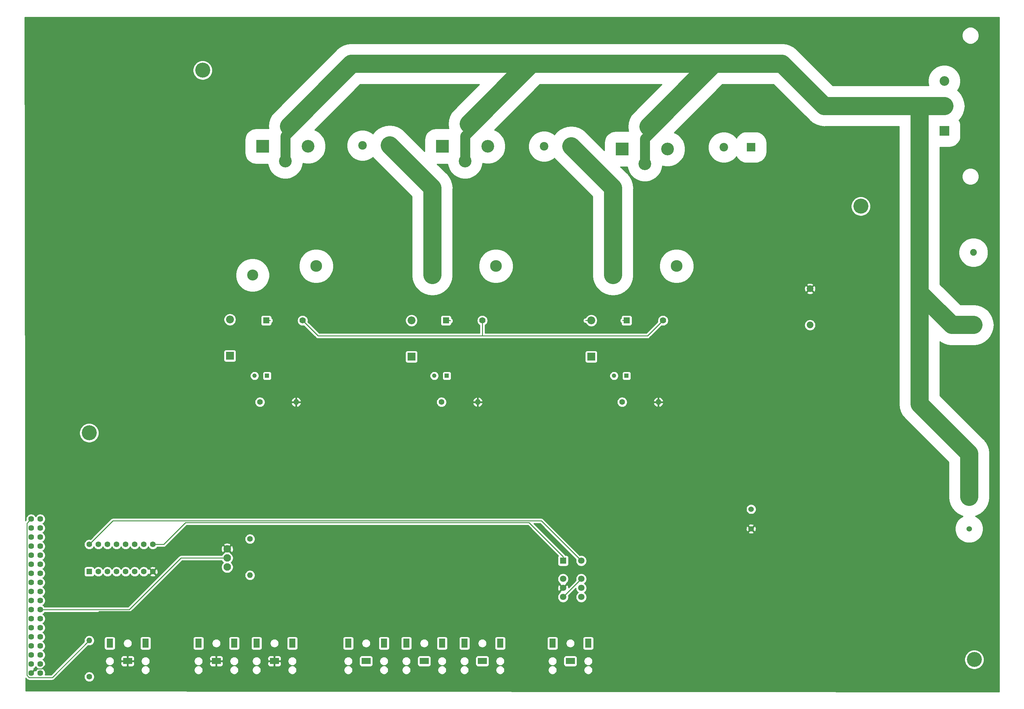
<source format=gbl>
G04 #@! TF.GenerationSoftware,KiCad,Pcbnew,5.1.5-52549c5~84~ubuntu18.04.1*
G04 #@! TF.CreationDate,2020-02-09T17:31:39-05:00*
G04 #@! TF.ProjectId,cropdroid-reservoir,63726f70-6472-46f6-9964-2d7265736572,0.3a*
G04 #@! TF.SameCoordinates,Original*
G04 #@! TF.FileFunction,Copper,L2,Bot*
G04 #@! TF.FilePolarity,Positive*
%FSLAX46Y46*%
G04 Gerber Fmt 4.6, Leading zero omitted, Abs format (unit mm)*
G04 Created by KiCad (PCBNEW 5.1.5-52549c5~84~ubuntu18.04.1) date 2020-02-09 17:31:39*
%MOMM*%
%LPD*%
G04 APERTURE LIST*
%ADD10C,4.200000*%
%ADD11C,1.881000*%
%ADD12R,1.881000X1.881000*%
%ADD13C,1.620010*%
%ADD14C,1.524000*%
%ADD15R,2.700000X2.700000*%
%ADD16C,2.700000*%
%ADD17C,3.290000*%
%ADD18C,3.090000*%
%ADD19R,1.760000X1.760000*%
%ADD20C,1.760000*%
%ADD21O,1.600000X1.600000*%
%ADD22C,1.600000*%
%ADD23C,1.230000*%
%ADD24R,1.230000X1.230000*%
%ADD25C,2.400000*%
%ADD26R,2.400000X2.400000*%
%ADD27R,1.800000X1.800000*%
%ADD28C,1.800000*%
%ADD29R,1.600000X1.600000*%
%ADD30C,3.556000*%
%ADD31R,3.556000X3.556000*%
%ADD32C,2.100000*%
%ADD33O,2.200000X2.200000*%
%ADD34R,2.200000X2.200000*%
%ADD35R,2.500000X1.800000*%
%ADD36R,1.800000X2.500000*%
%ADD37C,0.254000*%
%ADD38C,5.080000*%
%ADD39C,2.794000*%
G04 APERTURE END LIST*
D10*
X247650000Y-63500000D03*
X31750000Y-127000000D03*
X279400000Y-190500000D03*
X63500000Y-25400000D03*
D11*
X233426000Y-86614000D03*
X233426000Y-96774000D03*
X279146000Y-76454000D03*
D12*
X279146000Y-96774000D03*
D13*
X18034000Y-194310000D03*
X15494000Y-194310000D03*
X18034000Y-191770000D03*
X15494000Y-191770000D03*
X18034000Y-189230000D03*
X15494000Y-189230000D03*
X18034000Y-186690000D03*
X15494000Y-186690000D03*
X18034000Y-184150000D03*
X15494000Y-184150000D03*
X18034000Y-181610000D03*
X15494000Y-181610000D03*
X18034000Y-179070000D03*
X15494000Y-179070000D03*
X18034000Y-176530000D03*
X15494000Y-176530000D03*
X18034000Y-173990000D03*
X15494000Y-173990000D03*
X18034000Y-171450000D03*
X15494000Y-171450000D03*
X18034000Y-168910000D03*
X15494000Y-168910000D03*
X18034000Y-166370000D03*
X15494000Y-166370000D03*
X18034000Y-163830000D03*
X15494000Y-163830000D03*
X18034000Y-161290000D03*
X15494000Y-161290000D03*
X18034000Y-158750000D03*
X15494000Y-158750000D03*
X18034000Y-156210000D03*
X15494000Y-156210000D03*
X18034000Y-153670000D03*
X15494000Y-153670000D03*
X18034000Y-151130000D03*
X15494000Y-151130000D03*
D14*
X216940000Y-148380000D03*
X216940000Y-153880000D03*
X277940000Y-144880000D03*
X277940000Y-153880000D03*
D15*
X271018000Y-42418000D03*
D16*
X271018000Y-35418000D03*
X271018000Y-28418000D03*
D17*
X196088000Y-80264000D03*
D18*
X178308000Y-82804000D03*
D19*
X182118000Y-95504000D03*
D20*
X192278000Y-95504000D03*
D21*
X140462000Y-118364000D03*
D22*
X130302000Y-118364000D03*
D23*
X78006000Y-110998000D03*
D24*
X81506000Y-110998000D03*
D21*
X191008000Y-118364000D03*
D22*
X180848000Y-118364000D03*
D21*
X89662000Y-118364000D03*
D22*
X79502000Y-118364000D03*
D25*
X209296000Y-46990000D03*
D26*
X216916000Y-46990000D03*
D25*
X159004000Y-46736000D03*
D26*
X166624000Y-46736000D03*
D23*
X178590000Y-110998000D03*
D24*
X182090000Y-110998000D03*
D23*
X128298000Y-110998000D03*
D24*
X131798000Y-110998000D03*
D27*
X164338000Y-162814000D03*
D28*
X164338000Y-167894000D03*
X164338000Y-170434000D03*
X164338000Y-172974000D03*
X169418000Y-172974000D03*
X169418000Y-170434000D03*
X169418000Y-167894000D03*
X169418000Y-162814000D03*
D21*
X76708000Y-166878000D03*
D22*
X76708000Y-156718000D03*
D21*
X31750000Y-185166000D03*
D22*
X31750000Y-195326000D03*
X49530000Y-158242000D03*
X49530000Y-165862000D03*
X31750000Y-158242000D03*
X34290000Y-158242000D03*
X36830000Y-158242000D03*
X39370000Y-158242000D03*
X41910000Y-158242000D03*
X44450000Y-158242000D03*
X46990000Y-158242000D03*
X46990000Y-165862000D03*
X44450000Y-165862000D03*
X41910000Y-165862000D03*
X39370000Y-165862000D03*
X36830000Y-165862000D03*
X34290000Y-165862000D03*
D29*
X31750000Y-165862000D03*
D17*
X145542000Y-80264000D03*
D18*
X127762000Y-82804000D03*
D19*
X131572000Y-95504000D03*
D20*
X141732000Y-95504000D03*
D17*
X95250000Y-80264000D03*
D18*
X77470000Y-82804000D03*
D19*
X81280000Y-95504000D03*
D20*
X91440000Y-95504000D03*
D30*
X187198000Y-51640000D03*
X193548000Y-47450000D03*
D31*
X180848000Y-47450000D03*
D30*
X136906000Y-50878000D03*
X143256000Y-46688000D03*
D31*
X130556000Y-46688000D03*
D30*
X86614000Y-50878000D03*
X92964000Y-46688000D03*
D31*
X80264000Y-46688000D03*
D25*
X108204000Y-46482000D03*
D26*
X115824000Y-46482000D03*
D32*
X70358000Y-159512000D03*
X70358000Y-162052000D03*
X70358000Y-164592000D03*
D33*
X172212000Y-95504000D03*
D34*
X172212000Y-105664000D03*
D33*
X121920000Y-95504000D03*
D34*
X121920000Y-105664000D03*
D33*
X71120000Y-95250000D03*
D34*
X71120000Y-105410000D03*
D35*
X166370000Y-190928000D03*
D36*
X171370000Y-185928000D03*
X161370000Y-185928000D03*
D35*
X141732000Y-190928000D03*
D36*
X146732000Y-185928000D03*
X136732000Y-185928000D03*
D35*
X125476000Y-190928000D03*
D36*
X130476000Y-185928000D03*
X120476000Y-185928000D03*
D35*
X83566000Y-190928000D03*
D36*
X88566000Y-185928000D03*
X78566000Y-185928000D03*
D35*
X109220000Y-190928000D03*
D36*
X114220000Y-185928000D03*
X104220000Y-185928000D03*
D35*
X67310000Y-190928000D03*
D36*
X72310000Y-185928000D03*
X62310000Y-185928000D03*
D35*
X42498000Y-190928000D03*
D36*
X47498000Y-185928000D03*
X37498000Y-185928000D03*
D37*
X14302994Y-152321006D02*
X14683996Y-151940004D01*
X14302994Y-194881684D02*
X14302994Y-152321006D01*
X14683996Y-151940004D02*
X15494000Y-151130000D01*
X14922316Y-195501006D02*
X14302994Y-194881684D01*
X21414994Y-195501006D02*
X14922316Y-195501006D01*
X31750000Y-185166000D02*
X21414994Y-195501006D01*
X34528680Y-177038010D02*
X193781990Y-177038010D01*
X18447696Y-193118994D02*
X34528680Y-177038010D01*
X16685006Y-193118994D02*
X18447696Y-193118994D01*
X216178001Y-154641999D02*
X216940000Y-153880000D01*
X15494000Y-194310000D02*
X16685006Y-193118994D01*
X194056000Y-125984000D02*
X194056000Y-177038000D01*
X233426000Y-86614000D02*
X194056000Y-125984000D01*
X193781990Y-177038010D02*
X194056000Y-177038000D01*
X194056000Y-177038000D02*
X216178001Y-154641999D01*
X169418000Y-162814000D02*
X158242000Y-151638000D01*
X38354000Y-151638000D02*
X31750000Y-158242000D01*
X158242000Y-151638000D02*
X38354000Y-151638000D01*
X141732000Y-95504000D02*
X141732000Y-99822000D01*
X141732000Y-99822000D02*
X95758000Y-99822000D01*
X95758000Y-99822000D02*
X91440000Y-95504000D01*
X49530000Y-158242000D02*
X52578010Y-158242000D01*
X52578010Y-158242000D02*
X58674010Y-152146000D01*
X164338000Y-161660000D02*
X164338000Y-162814000D01*
X154824000Y-152146000D02*
X164338000Y-161660000D01*
X58674010Y-152146000D02*
X154824000Y-152146000D01*
X187960000Y-99822000D02*
X192278000Y-95504000D01*
X141732000Y-99822000D02*
X187960000Y-99822000D01*
X81280000Y-95504000D02*
X82414000Y-95504000D01*
X131572000Y-95504000D02*
X132706000Y-95504000D01*
X132706000Y-95504000D02*
X132794001Y-95592001D01*
X70358000Y-162052000D02*
X57404000Y-162052000D01*
X42926000Y-176530000D02*
X18034000Y-176530000D01*
X57404000Y-162052000D02*
X42926000Y-176530000D01*
X168159001Y-169152999D02*
X169418000Y-167894000D01*
X164338000Y-172974000D02*
X168159001Y-169152999D01*
X182118000Y-95504000D02*
X180984000Y-95504000D01*
X172212000Y-95504000D02*
X170656366Y-95504000D01*
D38*
X127762000Y-58420000D02*
X115824000Y-46482000D01*
X127762000Y-82804000D02*
X127762000Y-58420000D01*
X178308000Y-58420000D02*
X166624000Y-46736000D01*
X178308000Y-82804000D02*
X178308000Y-58420000D01*
D39*
X157111958Y-23622000D02*
X160274000Y-23622000D01*
X136906000Y-50878000D02*
X136906000Y-43827958D01*
X187198000Y-44589958D02*
X208165958Y-23622000D01*
X187198000Y-51640000D02*
X187198000Y-44589958D01*
X208165958Y-23622000D02*
X209042000Y-23622000D01*
D38*
X209042000Y-23622000D02*
X160274000Y-23622000D01*
D39*
X106819958Y-23622000D02*
X119126000Y-23622000D01*
X86614000Y-43827958D02*
X106819958Y-23622000D01*
X86614000Y-50878000D02*
X86614000Y-43827958D01*
D38*
X160274000Y-23622000D02*
X119126000Y-23622000D01*
X105128318Y-23622000D02*
X87630001Y-41120317D01*
X119126000Y-23622000D02*
X105128318Y-23622000D01*
D39*
X136906000Y-43827958D02*
X157111958Y-23622000D01*
D38*
X154739600Y-23622000D02*
X137922001Y-40439599D01*
X157111958Y-23622000D02*
X154739600Y-23622000D01*
X205793600Y-23622000D02*
X188214001Y-41201599D01*
X209042000Y-23622000D02*
X205793600Y-23622000D01*
X225608242Y-23622000D02*
X209042000Y-23622000D01*
X271018000Y-35418000D02*
X237404242Y-35418000D01*
X237404242Y-35418000D02*
X225608242Y-23622000D01*
X273125500Y-96774000D02*
X279146000Y-96774000D01*
X264079999Y-87728499D02*
X273125500Y-96774000D01*
X264079999Y-36597599D02*
X264079999Y-87728499D01*
X265259598Y-35418000D02*
X264079999Y-36597599D01*
X271018000Y-35418000D02*
X265259598Y-35418000D01*
X277940000Y-144880000D02*
X277940000Y-132779000D01*
X264079999Y-118918999D02*
X264079999Y-87728499D01*
X277940000Y-132779000D02*
X264079999Y-118918999D01*
D37*
G36*
X286360001Y-199491388D02*
G01*
X13994118Y-199238612D01*
X13989315Y-195645635D01*
X14357032Y-196013352D01*
X14380894Y-196042428D01*
X14454535Y-196102863D01*
X14496923Y-196137651D01*
X14567680Y-196175471D01*
X14629301Y-196208408D01*
X14772938Y-196251980D01*
X14884890Y-196263006D01*
X14884893Y-196263006D01*
X14922316Y-196266692D01*
X14959739Y-196263006D01*
X21377571Y-196263006D01*
X21414994Y-196266692D01*
X21452417Y-196263006D01*
X21452420Y-196263006D01*
X21564372Y-196251980D01*
X21708009Y-196208408D01*
X21840386Y-196137651D01*
X21956416Y-196042428D01*
X21980278Y-196013352D01*
X22808965Y-195184665D01*
X30315000Y-195184665D01*
X30315000Y-195467335D01*
X30370147Y-195744574D01*
X30478320Y-196005727D01*
X30635363Y-196240759D01*
X30835241Y-196440637D01*
X31070273Y-196597680D01*
X31331426Y-196705853D01*
X31608665Y-196761000D01*
X31891335Y-196761000D01*
X32168574Y-196705853D01*
X32429727Y-196597680D01*
X32664759Y-196440637D01*
X32864637Y-196240759D01*
X33021680Y-196005727D01*
X33129853Y-195744574D01*
X33185000Y-195467335D01*
X33185000Y-195184665D01*
X33129853Y-194907426D01*
X33021680Y-194646273D01*
X32864637Y-194411241D01*
X32664759Y-194211363D01*
X32429727Y-194054320D01*
X32168574Y-193946147D01*
X31891335Y-193891000D01*
X31608665Y-193891000D01*
X31331426Y-193946147D01*
X31070273Y-194054320D01*
X30835241Y-194211363D01*
X30635363Y-194411241D01*
X30478320Y-194646273D01*
X30370147Y-194907426D01*
X30315000Y-195184665D01*
X22808965Y-195184665D01*
X24687267Y-193306363D01*
X36263000Y-193306363D01*
X36263000Y-193549637D01*
X36310460Y-193788236D01*
X36403557Y-194012992D01*
X36538713Y-194215267D01*
X36710733Y-194387287D01*
X36913008Y-194522443D01*
X37137764Y-194615540D01*
X37376363Y-194663000D01*
X37619637Y-194663000D01*
X37858236Y-194615540D01*
X38082992Y-194522443D01*
X38285267Y-194387287D01*
X38457287Y-194215267D01*
X38592443Y-194012992D01*
X38685540Y-193788236D01*
X38733000Y-193549637D01*
X38733000Y-193306363D01*
X46263000Y-193306363D01*
X46263000Y-193549637D01*
X46310460Y-193788236D01*
X46403557Y-194012992D01*
X46538713Y-194215267D01*
X46710733Y-194387287D01*
X46913008Y-194522443D01*
X47137764Y-194615540D01*
X47376363Y-194663000D01*
X47619637Y-194663000D01*
X47858236Y-194615540D01*
X48082992Y-194522443D01*
X48285267Y-194387287D01*
X48457287Y-194215267D01*
X48592443Y-194012992D01*
X48685540Y-193788236D01*
X48733000Y-193549637D01*
X48733000Y-193306363D01*
X61075000Y-193306363D01*
X61075000Y-193549637D01*
X61122460Y-193788236D01*
X61215557Y-194012992D01*
X61350713Y-194215267D01*
X61522733Y-194387287D01*
X61725008Y-194522443D01*
X61949764Y-194615540D01*
X62188363Y-194663000D01*
X62431637Y-194663000D01*
X62670236Y-194615540D01*
X62894992Y-194522443D01*
X63097267Y-194387287D01*
X63269287Y-194215267D01*
X63404443Y-194012992D01*
X63497540Y-193788236D01*
X63545000Y-193549637D01*
X63545000Y-193306363D01*
X71075000Y-193306363D01*
X71075000Y-193549637D01*
X71122460Y-193788236D01*
X71215557Y-194012992D01*
X71350713Y-194215267D01*
X71522733Y-194387287D01*
X71725008Y-194522443D01*
X71949764Y-194615540D01*
X72188363Y-194663000D01*
X72431637Y-194663000D01*
X72670236Y-194615540D01*
X72894992Y-194522443D01*
X73097267Y-194387287D01*
X73269287Y-194215267D01*
X73404443Y-194012992D01*
X73497540Y-193788236D01*
X73545000Y-193549637D01*
X73545000Y-193306363D01*
X77331000Y-193306363D01*
X77331000Y-193549637D01*
X77378460Y-193788236D01*
X77471557Y-194012992D01*
X77606713Y-194215267D01*
X77778733Y-194387287D01*
X77981008Y-194522443D01*
X78205764Y-194615540D01*
X78444363Y-194663000D01*
X78687637Y-194663000D01*
X78926236Y-194615540D01*
X79150992Y-194522443D01*
X79353267Y-194387287D01*
X79525287Y-194215267D01*
X79660443Y-194012992D01*
X79753540Y-193788236D01*
X79801000Y-193549637D01*
X79801000Y-193306363D01*
X87331000Y-193306363D01*
X87331000Y-193549637D01*
X87378460Y-193788236D01*
X87471557Y-194012992D01*
X87606713Y-194215267D01*
X87778733Y-194387287D01*
X87981008Y-194522443D01*
X88205764Y-194615540D01*
X88444363Y-194663000D01*
X88687637Y-194663000D01*
X88926236Y-194615540D01*
X89150992Y-194522443D01*
X89353267Y-194387287D01*
X89525287Y-194215267D01*
X89660443Y-194012992D01*
X89753540Y-193788236D01*
X89801000Y-193549637D01*
X89801000Y-193306363D01*
X102985000Y-193306363D01*
X102985000Y-193549637D01*
X103032460Y-193788236D01*
X103125557Y-194012992D01*
X103260713Y-194215267D01*
X103432733Y-194387287D01*
X103635008Y-194522443D01*
X103859764Y-194615540D01*
X104098363Y-194663000D01*
X104341637Y-194663000D01*
X104580236Y-194615540D01*
X104804992Y-194522443D01*
X105007267Y-194387287D01*
X105179287Y-194215267D01*
X105314443Y-194012992D01*
X105407540Y-193788236D01*
X105455000Y-193549637D01*
X105455000Y-193306363D01*
X112985000Y-193306363D01*
X112985000Y-193549637D01*
X113032460Y-193788236D01*
X113125557Y-194012992D01*
X113260713Y-194215267D01*
X113432733Y-194387287D01*
X113635008Y-194522443D01*
X113859764Y-194615540D01*
X114098363Y-194663000D01*
X114341637Y-194663000D01*
X114580236Y-194615540D01*
X114804992Y-194522443D01*
X115007267Y-194387287D01*
X115179287Y-194215267D01*
X115314443Y-194012992D01*
X115407540Y-193788236D01*
X115455000Y-193549637D01*
X115455000Y-193306363D01*
X119241000Y-193306363D01*
X119241000Y-193549637D01*
X119288460Y-193788236D01*
X119381557Y-194012992D01*
X119516713Y-194215267D01*
X119688733Y-194387287D01*
X119891008Y-194522443D01*
X120115764Y-194615540D01*
X120354363Y-194663000D01*
X120597637Y-194663000D01*
X120836236Y-194615540D01*
X121060992Y-194522443D01*
X121263267Y-194387287D01*
X121435287Y-194215267D01*
X121570443Y-194012992D01*
X121663540Y-193788236D01*
X121711000Y-193549637D01*
X121711000Y-193306363D01*
X129241000Y-193306363D01*
X129241000Y-193549637D01*
X129288460Y-193788236D01*
X129381557Y-194012992D01*
X129516713Y-194215267D01*
X129688733Y-194387287D01*
X129891008Y-194522443D01*
X130115764Y-194615540D01*
X130354363Y-194663000D01*
X130597637Y-194663000D01*
X130836236Y-194615540D01*
X131060992Y-194522443D01*
X131263267Y-194387287D01*
X131435287Y-194215267D01*
X131570443Y-194012992D01*
X131663540Y-193788236D01*
X131711000Y-193549637D01*
X131711000Y-193306363D01*
X135497000Y-193306363D01*
X135497000Y-193549637D01*
X135544460Y-193788236D01*
X135637557Y-194012992D01*
X135772713Y-194215267D01*
X135944733Y-194387287D01*
X136147008Y-194522443D01*
X136371764Y-194615540D01*
X136610363Y-194663000D01*
X136853637Y-194663000D01*
X137092236Y-194615540D01*
X137316992Y-194522443D01*
X137519267Y-194387287D01*
X137691287Y-194215267D01*
X137826443Y-194012992D01*
X137919540Y-193788236D01*
X137967000Y-193549637D01*
X137967000Y-193306363D01*
X145497000Y-193306363D01*
X145497000Y-193549637D01*
X145544460Y-193788236D01*
X145637557Y-194012992D01*
X145772713Y-194215267D01*
X145944733Y-194387287D01*
X146147008Y-194522443D01*
X146371764Y-194615540D01*
X146610363Y-194663000D01*
X146853637Y-194663000D01*
X147092236Y-194615540D01*
X147316992Y-194522443D01*
X147519267Y-194387287D01*
X147691287Y-194215267D01*
X147826443Y-194012992D01*
X147919540Y-193788236D01*
X147967000Y-193549637D01*
X147967000Y-193306363D01*
X160135000Y-193306363D01*
X160135000Y-193549637D01*
X160182460Y-193788236D01*
X160275557Y-194012992D01*
X160410713Y-194215267D01*
X160582733Y-194387287D01*
X160785008Y-194522443D01*
X161009764Y-194615540D01*
X161248363Y-194663000D01*
X161491637Y-194663000D01*
X161730236Y-194615540D01*
X161954992Y-194522443D01*
X162157267Y-194387287D01*
X162329287Y-194215267D01*
X162464443Y-194012992D01*
X162557540Y-193788236D01*
X162605000Y-193549637D01*
X162605000Y-193306363D01*
X170135000Y-193306363D01*
X170135000Y-193549637D01*
X170182460Y-193788236D01*
X170275557Y-194012992D01*
X170410713Y-194215267D01*
X170582733Y-194387287D01*
X170785008Y-194522443D01*
X171009764Y-194615540D01*
X171248363Y-194663000D01*
X171491637Y-194663000D01*
X171730236Y-194615540D01*
X171954992Y-194522443D01*
X172157267Y-194387287D01*
X172329287Y-194215267D01*
X172464443Y-194012992D01*
X172557540Y-193788236D01*
X172605000Y-193549637D01*
X172605000Y-193306363D01*
X172557540Y-193067764D01*
X172464443Y-192843008D01*
X172329287Y-192640733D01*
X172157267Y-192468713D01*
X171954992Y-192333557D01*
X171730236Y-192240460D01*
X171491637Y-192193000D01*
X171248363Y-192193000D01*
X171009764Y-192240460D01*
X170785008Y-192333557D01*
X170582733Y-192468713D01*
X170410713Y-192640733D01*
X170275557Y-192843008D01*
X170182460Y-193067764D01*
X170135000Y-193306363D01*
X162605000Y-193306363D01*
X162557540Y-193067764D01*
X162464443Y-192843008D01*
X162329287Y-192640733D01*
X162157267Y-192468713D01*
X161954992Y-192333557D01*
X161730236Y-192240460D01*
X161491637Y-192193000D01*
X161248363Y-192193000D01*
X161009764Y-192240460D01*
X160785008Y-192333557D01*
X160582733Y-192468713D01*
X160410713Y-192640733D01*
X160275557Y-192843008D01*
X160182460Y-193067764D01*
X160135000Y-193306363D01*
X147967000Y-193306363D01*
X147919540Y-193067764D01*
X147826443Y-192843008D01*
X147691287Y-192640733D01*
X147519267Y-192468713D01*
X147316992Y-192333557D01*
X147092236Y-192240460D01*
X146853637Y-192193000D01*
X146610363Y-192193000D01*
X146371764Y-192240460D01*
X146147008Y-192333557D01*
X145944733Y-192468713D01*
X145772713Y-192640733D01*
X145637557Y-192843008D01*
X145544460Y-193067764D01*
X145497000Y-193306363D01*
X137967000Y-193306363D01*
X137919540Y-193067764D01*
X137826443Y-192843008D01*
X137691287Y-192640733D01*
X137519267Y-192468713D01*
X137316992Y-192333557D01*
X137092236Y-192240460D01*
X136853637Y-192193000D01*
X136610363Y-192193000D01*
X136371764Y-192240460D01*
X136147008Y-192333557D01*
X135944733Y-192468713D01*
X135772713Y-192640733D01*
X135637557Y-192843008D01*
X135544460Y-193067764D01*
X135497000Y-193306363D01*
X131711000Y-193306363D01*
X131663540Y-193067764D01*
X131570443Y-192843008D01*
X131435287Y-192640733D01*
X131263267Y-192468713D01*
X131060992Y-192333557D01*
X130836236Y-192240460D01*
X130597637Y-192193000D01*
X130354363Y-192193000D01*
X130115764Y-192240460D01*
X129891008Y-192333557D01*
X129688733Y-192468713D01*
X129516713Y-192640733D01*
X129381557Y-192843008D01*
X129288460Y-193067764D01*
X129241000Y-193306363D01*
X121711000Y-193306363D01*
X121663540Y-193067764D01*
X121570443Y-192843008D01*
X121435287Y-192640733D01*
X121263267Y-192468713D01*
X121060992Y-192333557D01*
X120836236Y-192240460D01*
X120597637Y-192193000D01*
X120354363Y-192193000D01*
X120115764Y-192240460D01*
X119891008Y-192333557D01*
X119688733Y-192468713D01*
X119516713Y-192640733D01*
X119381557Y-192843008D01*
X119288460Y-193067764D01*
X119241000Y-193306363D01*
X115455000Y-193306363D01*
X115407540Y-193067764D01*
X115314443Y-192843008D01*
X115179287Y-192640733D01*
X115007267Y-192468713D01*
X114804992Y-192333557D01*
X114580236Y-192240460D01*
X114341637Y-192193000D01*
X114098363Y-192193000D01*
X113859764Y-192240460D01*
X113635008Y-192333557D01*
X113432733Y-192468713D01*
X113260713Y-192640733D01*
X113125557Y-192843008D01*
X113032460Y-193067764D01*
X112985000Y-193306363D01*
X105455000Y-193306363D01*
X105407540Y-193067764D01*
X105314443Y-192843008D01*
X105179287Y-192640733D01*
X105007267Y-192468713D01*
X104804992Y-192333557D01*
X104580236Y-192240460D01*
X104341637Y-192193000D01*
X104098363Y-192193000D01*
X103859764Y-192240460D01*
X103635008Y-192333557D01*
X103432733Y-192468713D01*
X103260713Y-192640733D01*
X103125557Y-192843008D01*
X103032460Y-193067764D01*
X102985000Y-193306363D01*
X89801000Y-193306363D01*
X89753540Y-193067764D01*
X89660443Y-192843008D01*
X89525287Y-192640733D01*
X89353267Y-192468713D01*
X89150992Y-192333557D01*
X88926236Y-192240460D01*
X88687637Y-192193000D01*
X88444363Y-192193000D01*
X88205764Y-192240460D01*
X87981008Y-192333557D01*
X87778733Y-192468713D01*
X87606713Y-192640733D01*
X87471557Y-192843008D01*
X87378460Y-193067764D01*
X87331000Y-193306363D01*
X79801000Y-193306363D01*
X79753540Y-193067764D01*
X79660443Y-192843008D01*
X79525287Y-192640733D01*
X79353267Y-192468713D01*
X79150992Y-192333557D01*
X78926236Y-192240460D01*
X78687637Y-192193000D01*
X78444363Y-192193000D01*
X78205764Y-192240460D01*
X77981008Y-192333557D01*
X77778733Y-192468713D01*
X77606713Y-192640733D01*
X77471557Y-192843008D01*
X77378460Y-193067764D01*
X77331000Y-193306363D01*
X73545000Y-193306363D01*
X73497540Y-193067764D01*
X73404443Y-192843008D01*
X73269287Y-192640733D01*
X73097267Y-192468713D01*
X72894992Y-192333557D01*
X72670236Y-192240460D01*
X72431637Y-192193000D01*
X72188363Y-192193000D01*
X71949764Y-192240460D01*
X71725008Y-192333557D01*
X71522733Y-192468713D01*
X71350713Y-192640733D01*
X71215557Y-192843008D01*
X71122460Y-193067764D01*
X71075000Y-193306363D01*
X63545000Y-193306363D01*
X63497540Y-193067764D01*
X63404443Y-192843008D01*
X63269287Y-192640733D01*
X63097267Y-192468713D01*
X62894992Y-192333557D01*
X62670236Y-192240460D01*
X62431637Y-192193000D01*
X62188363Y-192193000D01*
X61949764Y-192240460D01*
X61725008Y-192333557D01*
X61522733Y-192468713D01*
X61350713Y-192640733D01*
X61215557Y-192843008D01*
X61122460Y-193067764D01*
X61075000Y-193306363D01*
X48733000Y-193306363D01*
X48685540Y-193067764D01*
X48592443Y-192843008D01*
X48457287Y-192640733D01*
X48285267Y-192468713D01*
X48082992Y-192333557D01*
X47858236Y-192240460D01*
X47619637Y-192193000D01*
X47376363Y-192193000D01*
X47137764Y-192240460D01*
X46913008Y-192333557D01*
X46710733Y-192468713D01*
X46538713Y-192640733D01*
X46403557Y-192843008D01*
X46310460Y-193067764D01*
X46263000Y-193306363D01*
X38733000Y-193306363D01*
X38685540Y-193067764D01*
X38592443Y-192843008D01*
X38457287Y-192640733D01*
X38285267Y-192468713D01*
X38082992Y-192333557D01*
X37858236Y-192240460D01*
X37619637Y-192193000D01*
X37376363Y-192193000D01*
X37137764Y-192240460D01*
X36913008Y-192333557D01*
X36710733Y-192468713D01*
X36538713Y-192640733D01*
X36403557Y-192843008D01*
X36310460Y-193067764D01*
X36263000Y-193306363D01*
X24687267Y-193306363D01*
X27187267Y-190806363D01*
X36263000Y-190806363D01*
X36263000Y-191049637D01*
X36310460Y-191288236D01*
X36403557Y-191512992D01*
X36538713Y-191715267D01*
X36710733Y-191887287D01*
X36913008Y-192022443D01*
X37137764Y-192115540D01*
X37376363Y-192163000D01*
X37619637Y-192163000D01*
X37858236Y-192115540D01*
X38082992Y-192022443D01*
X38285267Y-191887287D01*
X38344554Y-191828000D01*
X40609928Y-191828000D01*
X40622188Y-191952482D01*
X40658498Y-192072180D01*
X40717463Y-192182494D01*
X40796815Y-192279185D01*
X40893506Y-192358537D01*
X41003820Y-192417502D01*
X41123518Y-192453812D01*
X41248000Y-192466072D01*
X42212250Y-192463000D01*
X42371000Y-192304250D01*
X42371000Y-191055000D01*
X42625000Y-191055000D01*
X42625000Y-192304250D01*
X42783750Y-192463000D01*
X43748000Y-192466072D01*
X43872482Y-192453812D01*
X43992180Y-192417502D01*
X44102494Y-192358537D01*
X44199185Y-192279185D01*
X44278537Y-192182494D01*
X44337502Y-192072180D01*
X44373812Y-191952482D01*
X44386072Y-191828000D01*
X44383000Y-191213750D01*
X44224250Y-191055000D01*
X42625000Y-191055000D01*
X42371000Y-191055000D01*
X40771750Y-191055000D01*
X40613000Y-191213750D01*
X40609928Y-191828000D01*
X38344554Y-191828000D01*
X38457287Y-191715267D01*
X38592443Y-191512992D01*
X38685540Y-191288236D01*
X38733000Y-191049637D01*
X38733000Y-190806363D01*
X46263000Y-190806363D01*
X46263000Y-191049637D01*
X46310460Y-191288236D01*
X46403557Y-191512992D01*
X46538713Y-191715267D01*
X46710733Y-191887287D01*
X46913008Y-192022443D01*
X47137764Y-192115540D01*
X47376363Y-192163000D01*
X47619637Y-192163000D01*
X47858236Y-192115540D01*
X48082992Y-192022443D01*
X48285267Y-191887287D01*
X48457287Y-191715267D01*
X48592443Y-191512992D01*
X48685540Y-191288236D01*
X48733000Y-191049637D01*
X48733000Y-190806363D01*
X61075000Y-190806363D01*
X61075000Y-191049637D01*
X61122460Y-191288236D01*
X61215557Y-191512992D01*
X61350713Y-191715267D01*
X61522733Y-191887287D01*
X61725008Y-192022443D01*
X61949764Y-192115540D01*
X62188363Y-192163000D01*
X62431637Y-192163000D01*
X62670236Y-192115540D01*
X62894992Y-192022443D01*
X63097267Y-191887287D01*
X63156554Y-191828000D01*
X65421928Y-191828000D01*
X65434188Y-191952482D01*
X65470498Y-192072180D01*
X65529463Y-192182494D01*
X65608815Y-192279185D01*
X65705506Y-192358537D01*
X65815820Y-192417502D01*
X65935518Y-192453812D01*
X66060000Y-192466072D01*
X67024250Y-192463000D01*
X67183000Y-192304250D01*
X67183000Y-191055000D01*
X67437000Y-191055000D01*
X67437000Y-192304250D01*
X67595750Y-192463000D01*
X68560000Y-192466072D01*
X68684482Y-192453812D01*
X68804180Y-192417502D01*
X68914494Y-192358537D01*
X69011185Y-192279185D01*
X69090537Y-192182494D01*
X69149502Y-192072180D01*
X69185812Y-191952482D01*
X69198072Y-191828000D01*
X69195000Y-191213750D01*
X69036250Y-191055000D01*
X67437000Y-191055000D01*
X67183000Y-191055000D01*
X65583750Y-191055000D01*
X65425000Y-191213750D01*
X65421928Y-191828000D01*
X63156554Y-191828000D01*
X63269287Y-191715267D01*
X63404443Y-191512992D01*
X63497540Y-191288236D01*
X63545000Y-191049637D01*
X63545000Y-190806363D01*
X71075000Y-190806363D01*
X71075000Y-191049637D01*
X71122460Y-191288236D01*
X71215557Y-191512992D01*
X71350713Y-191715267D01*
X71522733Y-191887287D01*
X71725008Y-192022443D01*
X71949764Y-192115540D01*
X72188363Y-192163000D01*
X72431637Y-192163000D01*
X72670236Y-192115540D01*
X72894992Y-192022443D01*
X73097267Y-191887287D01*
X73269287Y-191715267D01*
X73404443Y-191512992D01*
X73497540Y-191288236D01*
X73545000Y-191049637D01*
X73545000Y-190806363D01*
X77331000Y-190806363D01*
X77331000Y-191049637D01*
X77378460Y-191288236D01*
X77471557Y-191512992D01*
X77606713Y-191715267D01*
X77778733Y-191887287D01*
X77981008Y-192022443D01*
X78205764Y-192115540D01*
X78444363Y-192163000D01*
X78687637Y-192163000D01*
X78926236Y-192115540D01*
X79150992Y-192022443D01*
X79353267Y-191887287D01*
X79412554Y-191828000D01*
X81677928Y-191828000D01*
X81690188Y-191952482D01*
X81726498Y-192072180D01*
X81785463Y-192182494D01*
X81864815Y-192279185D01*
X81961506Y-192358537D01*
X82071820Y-192417502D01*
X82191518Y-192453812D01*
X82316000Y-192466072D01*
X83280250Y-192463000D01*
X83439000Y-192304250D01*
X83439000Y-191055000D01*
X83693000Y-191055000D01*
X83693000Y-192304250D01*
X83851750Y-192463000D01*
X84816000Y-192466072D01*
X84940482Y-192453812D01*
X85060180Y-192417502D01*
X85170494Y-192358537D01*
X85267185Y-192279185D01*
X85346537Y-192182494D01*
X85405502Y-192072180D01*
X85441812Y-191952482D01*
X85454072Y-191828000D01*
X85451000Y-191213750D01*
X85292250Y-191055000D01*
X83693000Y-191055000D01*
X83439000Y-191055000D01*
X81839750Y-191055000D01*
X81681000Y-191213750D01*
X81677928Y-191828000D01*
X79412554Y-191828000D01*
X79525287Y-191715267D01*
X79660443Y-191512992D01*
X79753540Y-191288236D01*
X79801000Y-191049637D01*
X79801000Y-190806363D01*
X87331000Y-190806363D01*
X87331000Y-191049637D01*
X87378460Y-191288236D01*
X87471557Y-191512992D01*
X87606713Y-191715267D01*
X87778733Y-191887287D01*
X87981008Y-192022443D01*
X88205764Y-192115540D01*
X88444363Y-192163000D01*
X88687637Y-192163000D01*
X88926236Y-192115540D01*
X89150992Y-192022443D01*
X89353267Y-191887287D01*
X89525287Y-191715267D01*
X89660443Y-191512992D01*
X89753540Y-191288236D01*
X89801000Y-191049637D01*
X89801000Y-190806363D01*
X102985000Y-190806363D01*
X102985000Y-191049637D01*
X103032460Y-191288236D01*
X103125557Y-191512992D01*
X103260713Y-191715267D01*
X103432733Y-191887287D01*
X103635008Y-192022443D01*
X103859764Y-192115540D01*
X104098363Y-192163000D01*
X104341637Y-192163000D01*
X104580236Y-192115540D01*
X104804992Y-192022443D01*
X105007267Y-191887287D01*
X105179287Y-191715267D01*
X105314443Y-191512992D01*
X105407540Y-191288236D01*
X105455000Y-191049637D01*
X105455000Y-190806363D01*
X105407540Y-190567764D01*
X105314443Y-190343008D01*
X105179287Y-190140733D01*
X105066554Y-190028000D01*
X107331928Y-190028000D01*
X107331928Y-191828000D01*
X107344188Y-191952482D01*
X107380498Y-192072180D01*
X107439463Y-192182494D01*
X107518815Y-192279185D01*
X107615506Y-192358537D01*
X107725820Y-192417502D01*
X107845518Y-192453812D01*
X107970000Y-192466072D01*
X110470000Y-192466072D01*
X110594482Y-192453812D01*
X110714180Y-192417502D01*
X110824494Y-192358537D01*
X110921185Y-192279185D01*
X111000537Y-192182494D01*
X111059502Y-192072180D01*
X111095812Y-191952482D01*
X111108072Y-191828000D01*
X111108072Y-190806363D01*
X112985000Y-190806363D01*
X112985000Y-191049637D01*
X113032460Y-191288236D01*
X113125557Y-191512992D01*
X113260713Y-191715267D01*
X113432733Y-191887287D01*
X113635008Y-192022443D01*
X113859764Y-192115540D01*
X114098363Y-192163000D01*
X114341637Y-192163000D01*
X114580236Y-192115540D01*
X114804992Y-192022443D01*
X115007267Y-191887287D01*
X115179287Y-191715267D01*
X115314443Y-191512992D01*
X115407540Y-191288236D01*
X115455000Y-191049637D01*
X115455000Y-190806363D01*
X119241000Y-190806363D01*
X119241000Y-191049637D01*
X119288460Y-191288236D01*
X119381557Y-191512992D01*
X119516713Y-191715267D01*
X119688733Y-191887287D01*
X119891008Y-192022443D01*
X120115764Y-192115540D01*
X120354363Y-192163000D01*
X120597637Y-192163000D01*
X120836236Y-192115540D01*
X121060992Y-192022443D01*
X121263267Y-191887287D01*
X121435287Y-191715267D01*
X121570443Y-191512992D01*
X121663540Y-191288236D01*
X121711000Y-191049637D01*
X121711000Y-190806363D01*
X121663540Y-190567764D01*
X121570443Y-190343008D01*
X121435287Y-190140733D01*
X121322554Y-190028000D01*
X123587928Y-190028000D01*
X123587928Y-191828000D01*
X123600188Y-191952482D01*
X123636498Y-192072180D01*
X123695463Y-192182494D01*
X123774815Y-192279185D01*
X123871506Y-192358537D01*
X123981820Y-192417502D01*
X124101518Y-192453812D01*
X124226000Y-192466072D01*
X126726000Y-192466072D01*
X126850482Y-192453812D01*
X126970180Y-192417502D01*
X127080494Y-192358537D01*
X127177185Y-192279185D01*
X127256537Y-192182494D01*
X127315502Y-192072180D01*
X127351812Y-191952482D01*
X127364072Y-191828000D01*
X127364072Y-190806363D01*
X129241000Y-190806363D01*
X129241000Y-191049637D01*
X129288460Y-191288236D01*
X129381557Y-191512992D01*
X129516713Y-191715267D01*
X129688733Y-191887287D01*
X129891008Y-192022443D01*
X130115764Y-192115540D01*
X130354363Y-192163000D01*
X130597637Y-192163000D01*
X130836236Y-192115540D01*
X131060992Y-192022443D01*
X131263267Y-191887287D01*
X131435287Y-191715267D01*
X131570443Y-191512992D01*
X131663540Y-191288236D01*
X131711000Y-191049637D01*
X131711000Y-190806363D01*
X135497000Y-190806363D01*
X135497000Y-191049637D01*
X135544460Y-191288236D01*
X135637557Y-191512992D01*
X135772713Y-191715267D01*
X135944733Y-191887287D01*
X136147008Y-192022443D01*
X136371764Y-192115540D01*
X136610363Y-192163000D01*
X136853637Y-192163000D01*
X137092236Y-192115540D01*
X137316992Y-192022443D01*
X137519267Y-191887287D01*
X137691287Y-191715267D01*
X137826443Y-191512992D01*
X137919540Y-191288236D01*
X137967000Y-191049637D01*
X137967000Y-190806363D01*
X137919540Y-190567764D01*
X137826443Y-190343008D01*
X137691287Y-190140733D01*
X137578554Y-190028000D01*
X139843928Y-190028000D01*
X139843928Y-191828000D01*
X139856188Y-191952482D01*
X139892498Y-192072180D01*
X139951463Y-192182494D01*
X140030815Y-192279185D01*
X140127506Y-192358537D01*
X140237820Y-192417502D01*
X140357518Y-192453812D01*
X140482000Y-192466072D01*
X142982000Y-192466072D01*
X143106482Y-192453812D01*
X143226180Y-192417502D01*
X143336494Y-192358537D01*
X143433185Y-192279185D01*
X143512537Y-192182494D01*
X143571502Y-192072180D01*
X143607812Y-191952482D01*
X143620072Y-191828000D01*
X143620072Y-190806363D01*
X145497000Y-190806363D01*
X145497000Y-191049637D01*
X145544460Y-191288236D01*
X145637557Y-191512992D01*
X145772713Y-191715267D01*
X145944733Y-191887287D01*
X146147008Y-192022443D01*
X146371764Y-192115540D01*
X146610363Y-192163000D01*
X146853637Y-192163000D01*
X147092236Y-192115540D01*
X147316992Y-192022443D01*
X147519267Y-191887287D01*
X147691287Y-191715267D01*
X147826443Y-191512992D01*
X147919540Y-191288236D01*
X147967000Y-191049637D01*
X147967000Y-190806363D01*
X160135000Y-190806363D01*
X160135000Y-191049637D01*
X160182460Y-191288236D01*
X160275557Y-191512992D01*
X160410713Y-191715267D01*
X160582733Y-191887287D01*
X160785008Y-192022443D01*
X161009764Y-192115540D01*
X161248363Y-192163000D01*
X161491637Y-192163000D01*
X161730236Y-192115540D01*
X161954992Y-192022443D01*
X162157267Y-191887287D01*
X162329287Y-191715267D01*
X162464443Y-191512992D01*
X162557540Y-191288236D01*
X162605000Y-191049637D01*
X162605000Y-190806363D01*
X162557540Y-190567764D01*
X162464443Y-190343008D01*
X162329287Y-190140733D01*
X162216554Y-190028000D01*
X164481928Y-190028000D01*
X164481928Y-191828000D01*
X164494188Y-191952482D01*
X164530498Y-192072180D01*
X164589463Y-192182494D01*
X164668815Y-192279185D01*
X164765506Y-192358537D01*
X164875820Y-192417502D01*
X164995518Y-192453812D01*
X165120000Y-192466072D01*
X167620000Y-192466072D01*
X167744482Y-192453812D01*
X167864180Y-192417502D01*
X167974494Y-192358537D01*
X168071185Y-192279185D01*
X168150537Y-192182494D01*
X168209502Y-192072180D01*
X168245812Y-191952482D01*
X168258072Y-191828000D01*
X168258072Y-190806363D01*
X170135000Y-190806363D01*
X170135000Y-191049637D01*
X170182460Y-191288236D01*
X170275557Y-191512992D01*
X170410713Y-191715267D01*
X170582733Y-191887287D01*
X170785008Y-192022443D01*
X171009764Y-192115540D01*
X171248363Y-192163000D01*
X171491637Y-192163000D01*
X171730236Y-192115540D01*
X171954992Y-192022443D01*
X172157267Y-191887287D01*
X172329287Y-191715267D01*
X172464443Y-191512992D01*
X172557540Y-191288236D01*
X172605000Y-191049637D01*
X172605000Y-190806363D01*
X172557540Y-190567764D01*
X172464443Y-190343008D01*
X172389352Y-190230626D01*
X276665000Y-190230626D01*
X276665000Y-190769374D01*
X276770105Y-191297770D01*
X276976275Y-191795508D01*
X277275587Y-192243461D01*
X277656539Y-192624413D01*
X278104492Y-192923725D01*
X278602230Y-193129895D01*
X279130626Y-193235000D01*
X279669374Y-193235000D01*
X280197770Y-193129895D01*
X280695508Y-192923725D01*
X281143461Y-192624413D01*
X281524413Y-192243461D01*
X281823725Y-191795508D01*
X282029895Y-191297770D01*
X282135000Y-190769374D01*
X282135000Y-190230626D01*
X282029895Y-189702230D01*
X281823725Y-189204492D01*
X281524413Y-188756539D01*
X281143461Y-188375587D01*
X280695508Y-188076275D01*
X280197770Y-187870105D01*
X279669374Y-187765000D01*
X279130626Y-187765000D01*
X278602230Y-187870105D01*
X278104492Y-188076275D01*
X277656539Y-188375587D01*
X277275587Y-188756539D01*
X276976275Y-189204492D01*
X276770105Y-189702230D01*
X276665000Y-190230626D01*
X172389352Y-190230626D01*
X172329287Y-190140733D01*
X172157267Y-189968713D01*
X171954992Y-189833557D01*
X171730236Y-189740460D01*
X171491637Y-189693000D01*
X171248363Y-189693000D01*
X171009764Y-189740460D01*
X170785008Y-189833557D01*
X170582733Y-189968713D01*
X170410713Y-190140733D01*
X170275557Y-190343008D01*
X170182460Y-190567764D01*
X170135000Y-190806363D01*
X168258072Y-190806363D01*
X168258072Y-190028000D01*
X168245812Y-189903518D01*
X168209502Y-189783820D01*
X168150537Y-189673506D01*
X168071185Y-189576815D01*
X167974494Y-189497463D01*
X167864180Y-189438498D01*
X167744482Y-189402188D01*
X167620000Y-189389928D01*
X165120000Y-189389928D01*
X164995518Y-189402188D01*
X164875820Y-189438498D01*
X164765506Y-189497463D01*
X164668815Y-189576815D01*
X164589463Y-189673506D01*
X164530498Y-189783820D01*
X164494188Y-189903518D01*
X164481928Y-190028000D01*
X162216554Y-190028000D01*
X162157267Y-189968713D01*
X161954992Y-189833557D01*
X161730236Y-189740460D01*
X161491637Y-189693000D01*
X161248363Y-189693000D01*
X161009764Y-189740460D01*
X160785008Y-189833557D01*
X160582733Y-189968713D01*
X160410713Y-190140733D01*
X160275557Y-190343008D01*
X160182460Y-190567764D01*
X160135000Y-190806363D01*
X147967000Y-190806363D01*
X147919540Y-190567764D01*
X147826443Y-190343008D01*
X147691287Y-190140733D01*
X147519267Y-189968713D01*
X147316992Y-189833557D01*
X147092236Y-189740460D01*
X146853637Y-189693000D01*
X146610363Y-189693000D01*
X146371764Y-189740460D01*
X146147008Y-189833557D01*
X145944733Y-189968713D01*
X145772713Y-190140733D01*
X145637557Y-190343008D01*
X145544460Y-190567764D01*
X145497000Y-190806363D01*
X143620072Y-190806363D01*
X143620072Y-190028000D01*
X143607812Y-189903518D01*
X143571502Y-189783820D01*
X143512537Y-189673506D01*
X143433185Y-189576815D01*
X143336494Y-189497463D01*
X143226180Y-189438498D01*
X143106482Y-189402188D01*
X142982000Y-189389928D01*
X140482000Y-189389928D01*
X140357518Y-189402188D01*
X140237820Y-189438498D01*
X140127506Y-189497463D01*
X140030815Y-189576815D01*
X139951463Y-189673506D01*
X139892498Y-189783820D01*
X139856188Y-189903518D01*
X139843928Y-190028000D01*
X137578554Y-190028000D01*
X137519267Y-189968713D01*
X137316992Y-189833557D01*
X137092236Y-189740460D01*
X136853637Y-189693000D01*
X136610363Y-189693000D01*
X136371764Y-189740460D01*
X136147008Y-189833557D01*
X135944733Y-189968713D01*
X135772713Y-190140733D01*
X135637557Y-190343008D01*
X135544460Y-190567764D01*
X135497000Y-190806363D01*
X131711000Y-190806363D01*
X131663540Y-190567764D01*
X131570443Y-190343008D01*
X131435287Y-190140733D01*
X131263267Y-189968713D01*
X131060992Y-189833557D01*
X130836236Y-189740460D01*
X130597637Y-189693000D01*
X130354363Y-189693000D01*
X130115764Y-189740460D01*
X129891008Y-189833557D01*
X129688733Y-189968713D01*
X129516713Y-190140733D01*
X129381557Y-190343008D01*
X129288460Y-190567764D01*
X129241000Y-190806363D01*
X127364072Y-190806363D01*
X127364072Y-190028000D01*
X127351812Y-189903518D01*
X127315502Y-189783820D01*
X127256537Y-189673506D01*
X127177185Y-189576815D01*
X127080494Y-189497463D01*
X126970180Y-189438498D01*
X126850482Y-189402188D01*
X126726000Y-189389928D01*
X124226000Y-189389928D01*
X124101518Y-189402188D01*
X123981820Y-189438498D01*
X123871506Y-189497463D01*
X123774815Y-189576815D01*
X123695463Y-189673506D01*
X123636498Y-189783820D01*
X123600188Y-189903518D01*
X123587928Y-190028000D01*
X121322554Y-190028000D01*
X121263267Y-189968713D01*
X121060992Y-189833557D01*
X120836236Y-189740460D01*
X120597637Y-189693000D01*
X120354363Y-189693000D01*
X120115764Y-189740460D01*
X119891008Y-189833557D01*
X119688733Y-189968713D01*
X119516713Y-190140733D01*
X119381557Y-190343008D01*
X119288460Y-190567764D01*
X119241000Y-190806363D01*
X115455000Y-190806363D01*
X115407540Y-190567764D01*
X115314443Y-190343008D01*
X115179287Y-190140733D01*
X115007267Y-189968713D01*
X114804992Y-189833557D01*
X114580236Y-189740460D01*
X114341637Y-189693000D01*
X114098363Y-189693000D01*
X113859764Y-189740460D01*
X113635008Y-189833557D01*
X113432733Y-189968713D01*
X113260713Y-190140733D01*
X113125557Y-190343008D01*
X113032460Y-190567764D01*
X112985000Y-190806363D01*
X111108072Y-190806363D01*
X111108072Y-190028000D01*
X111095812Y-189903518D01*
X111059502Y-189783820D01*
X111000537Y-189673506D01*
X110921185Y-189576815D01*
X110824494Y-189497463D01*
X110714180Y-189438498D01*
X110594482Y-189402188D01*
X110470000Y-189389928D01*
X107970000Y-189389928D01*
X107845518Y-189402188D01*
X107725820Y-189438498D01*
X107615506Y-189497463D01*
X107518815Y-189576815D01*
X107439463Y-189673506D01*
X107380498Y-189783820D01*
X107344188Y-189903518D01*
X107331928Y-190028000D01*
X105066554Y-190028000D01*
X105007267Y-189968713D01*
X104804992Y-189833557D01*
X104580236Y-189740460D01*
X104341637Y-189693000D01*
X104098363Y-189693000D01*
X103859764Y-189740460D01*
X103635008Y-189833557D01*
X103432733Y-189968713D01*
X103260713Y-190140733D01*
X103125557Y-190343008D01*
X103032460Y-190567764D01*
X102985000Y-190806363D01*
X89801000Y-190806363D01*
X89753540Y-190567764D01*
X89660443Y-190343008D01*
X89525287Y-190140733D01*
X89353267Y-189968713D01*
X89150992Y-189833557D01*
X88926236Y-189740460D01*
X88687637Y-189693000D01*
X88444363Y-189693000D01*
X88205764Y-189740460D01*
X87981008Y-189833557D01*
X87778733Y-189968713D01*
X87606713Y-190140733D01*
X87471557Y-190343008D01*
X87378460Y-190567764D01*
X87331000Y-190806363D01*
X79801000Y-190806363D01*
X79753540Y-190567764D01*
X79660443Y-190343008D01*
X79525287Y-190140733D01*
X79412554Y-190028000D01*
X81677928Y-190028000D01*
X81681000Y-190642250D01*
X81839750Y-190801000D01*
X83439000Y-190801000D01*
X83439000Y-189551750D01*
X83693000Y-189551750D01*
X83693000Y-190801000D01*
X85292250Y-190801000D01*
X85451000Y-190642250D01*
X85454072Y-190028000D01*
X85441812Y-189903518D01*
X85405502Y-189783820D01*
X85346537Y-189673506D01*
X85267185Y-189576815D01*
X85170494Y-189497463D01*
X85060180Y-189438498D01*
X84940482Y-189402188D01*
X84816000Y-189389928D01*
X83851750Y-189393000D01*
X83693000Y-189551750D01*
X83439000Y-189551750D01*
X83280250Y-189393000D01*
X82316000Y-189389928D01*
X82191518Y-189402188D01*
X82071820Y-189438498D01*
X81961506Y-189497463D01*
X81864815Y-189576815D01*
X81785463Y-189673506D01*
X81726498Y-189783820D01*
X81690188Y-189903518D01*
X81677928Y-190028000D01*
X79412554Y-190028000D01*
X79353267Y-189968713D01*
X79150992Y-189833557D01*
X78926236Y-189740460D01*
X78687637Y-189693000D01*
X78444363Y-189693000D01*
X78205764Y-189740460D01*
X77981008Y-189833557D01*
X77778733Y-189968713D01*
X77606713Y-190140733D01*
X77471557Y-190343008D01*
X77378460Y-190567764D01*
X77331000Y-190806363D01*
X73545000Y-190806363D01*
X73497540Y-190567764D01*
X73404443Y-190343008D01*
X73269287Y-190140733D01*
X73097267Y-189968713D01*
X72894992Y-189833557D01*
X72670236Y-189740460D01*
X72431637Y-189693000D01*
X72188363Y-189693000D01*
X71949764Y-189740460D01*
X71725008Y-189833557D01*
X71522733Y-189968713D01*
X71350713Y-190140733D01*
X71215557Y-190343008D01*
X71122460Y-190567764D01*
X71075000Y-190806363D01*
X63545000Y-190806363D01*
X63497540Y-190567764D01*
X63404443Y-190343008D01*
X63269287Y-190140733D01*
X63156554Y-190028000D01*
X65421928Y-190028000D01*
X65425000Y-190642250D01*
X65583750Y-190801000D01*
X67183000Y-190801000D01*
X67183000Y-189551750D01*
X67437000Y-189551750D01*
X67437000Y-190801000D01*
X69036250Y-190801000D01*
X69195000Y-190642250D01*
X69198072Y-190028000D01*
X69185812Y-189903518D01*
X69149502Y-189783820D01*
X69090537Y-189673506D01*
X69011185Y-189576815D01*
X68914494Y-189497463D01*
X68804180Y-189438498D01*
X68684482Y-189402188D01*
X68560000Y-189389928D01*
X67595750Y-189393000D01*
X67437000Y-189551750D01*
X67183000Y-189551750D01*
X67024250Y-189393000D01*
X66060000Y-189389928D01*
X65935518Y-189402188D01*
X65815820Y-189438498D01*
X65705506Y-189497463D01*
X65608815Y-189576815D01*
X65529463Y-189673506D01*
X65470498Y-189783820D01*
X65434188Y-189903518D01*
X65421928Y-190028000D01*
X63156554Y-190028000D01*
X63097267Y-189968713D01*
X62894992Y-189833557D01*
X62670236Y-189740460D01*
X62431637Y-189693000D01*
X62188363Y-189693000D01*
X61949764Y-189740460D01*
X61725008Y-189833557D01*
X61522733Y-189968713D01*
X61350713Y-190140733D01*
X61215557Y-190343008D01*
X61122460Y-190567764D01*
X61075000Y-190806363D01*
X48733000Y-190806363D01*
X48685540Y-190567764D01*
X48592443Y-190343008D01*
X48457287Y-190140733D01*
X48285267Y-189968713D01*
X48082992Y-189833557D01*
X47858236Y-189740460D01*
X47619637Y-189693000D01*
X47376363Y-189693000D01*
X47137764Y-189740460D01*
X46913008Y-189833557D01*
X46710733Y-189968713D01*
X46538713Y-190140733D01*
X46403557Y-190343008D01*
X46310460Y-190567764D01*
X46263000Y-190806363D01*
X38733000Y-190806363D01*
X38685540Y-190567764D01*
X38592443Y-190343008D01*
X38457287Y-190140733D01*
X38344554Y-190028000D01*
X40609928Y-190028000D01*
X40613000Y-190642250D01*
X40771750Y-190801000D01*
X42371000Y-190801000D01*
X42371000Y-189551750D01*
X42625000Y-189551750D01*
X42625000Y-190801000D01*
X44224250Y-190801000D01*
X44383000Y-190642250D01*
X44386072Y-190028000D01*
X44373812Y-189903518D01*
X44337502Y-189783820D01*
X44278537Y-189673506D01*
X44199185Y-189576815D01*
X44102494Y-189497463D01*
X43992180Y-189438498D01*
X43872482Y-189402188D01*
X43748000Y-189389928D01*
X42783750Y-189393000D01*
X42625000Y-189551750D01*
X42371000Y-189551750D01*
X42212250Y-189393000D01*
X41248000Y-189389928D01*
X41123518Y-189402188D01*
X41003820Y-189438498D01*
X40893506Y-189497463D01*
X40796815Y-189576815D01*
X40717463Y-189673506D01*
X40658498Y-189783820D01*
X40622188Y-189903518D01*
X40609928Y-190028000D01*
X38344554Y-190028000D01*
X38285267Y-189968713D01*
X38082992Y-189833557D01*
X37858236Y-189740460D01*
X37619637Y-189693000D01*
X37376363Y-189693000D01*
X37137764Y-189740460D01*
X36913008Y-189833557D01*
X36710733Y-189968713D01*
X36538713Y-190140733D01*
X36403557Y-190343008D01*
X36310460Y-190567764D01*
X36263000Y-190806363D01*
X27187267Y-190806363D01*
X31428473Y-186565157D01*
X31608665Y-186601000D01*
X31891335Y-186601000D01*
X32168574Y-186545853D01*
X32429727Y-186437680D01*
X32664759Y-186280637D01*
X32864637Y-186080759D01*
X33021680Y-185845727D01*
X33129853Y-185584574D01*
X33185000Y-185307335D01*
X33185000Y-185024665D01*
X33129853Y-184747426D01*
X33101096Y-184678000D01*
X35959928Y-184678000D01*
X35959928Y-187178000D01*
X35972188Y-187302482D01*
X36008498Y-187422180D01*
X36067463Y-187532494D01*
X36146815Y-187629185D01*
X36243506Y-187708537D01*
X36353820Y-187767502D01*
X36473518Y-187803812D01*
X36598000Y-187816072D01*
X38398000Y-187816072D01*
X38522482Y-187803812D01*
X38642180Y-187767502D01*
X38752494Y-187708537D01*
X38849185Y-187629185D01*
X38928537Y-187532494D01*
X38987502Y-187422180D01*
X39023812Y-187302482D01*
X39036072Y-187178000D01*
X39036072Y-185806363D01*
X41263000Y-185806363D01*
X41263000Y-186049637D01*
X41310460Y-186288236D01*
X41403557Y-186512992D01*
X41538713Y-186715267D01*
X41710733Y-186887287D01*
X41913008Y-187022443D01*
X42137764Y-187115540D01*
X42376363Y-187163000D01*
X42619637Y-187163000D01*
X42858236Y-187115540D01*
X43082992Y-187022443D01*
X43285267Y-186887287D01*
X43457287Y-186715267D01*
X43592443Y-186512992D01*
X43685540Y-186288236D01*
X43733000Y-186049637D01*
X43733000Y-185806363D01*
X43685540Y-185567764D01*
X43592443Y-185343008D01*
X43457287Y-185140733D01*
X43285267Y-184968713D01*
X43082992Y-184833557D01*
X42858236Y-184740460D01*
X42619637Y-184693000D01*
X42376363Y-184693000D01*
X42137764Y-184740460D01*
X41913008Y-184833557D01*
X41710733Y-184968713D01*
X41538713Y-185140733D01*
X41403557Y-185343008D01*
X41310460Y-185567764D01*
X41263000Y-185806363D01*
X39036072Y-185806363D01*
X39036072Y-184678000D01*
X45959928Y-184678000D01*
X45959928Y-187178000D01*
X45972188Y-187302482D01*
X46008498Y-187422180D01*
X46067463Y-187532494D01*
X46146815Y-187629185D01*
X46243506Y-187708537D01*
X46353820Y-187767502D01*
X46473518Y-187803812D01*
X46598000Y-187816072D01*
X48398000Y-187816072D01*
X48522482Y-187803812D01*
X48642180Y-187767502D01*
X48752494Y-187708537D01*
X48849185Y-187629185D01*
X48928537Y-187532494D01*
X48987502Y-187422180D01*
X49023812Y-187302482D01*
X49036072Y-187178000D01*
X49036072Y-184678000D01*
X60771928Y-184678000D01*
X60771928Y-187178000D01*
X60784188Y-187302482D01*
X60820498Y-187422180D01*
X60879463Y-187532494D01*
X60958815Y-187629185D01*
X61055506Y-187708537D01*
X61165820Y-187767502D01*
X61285518Y-187803812D01*
X61410000Y-187816072D01*
X63210000Y-187816072D01*
X63334482Y-187803812D01*
X63454180Y-187767502D01*
X63564494Y-187708537D01*
X63661185Y-187629185D01*
X63740537Y-187532494D01*
X63799502Y-187422180D01*
X63835812Y-187302482D01*
X63848072Y-187178000D01*
X63848072Y-185806363D01*
X66075000Y-185806363D01*
X66075000Y-186049637D01*
X66122460Y-186288236D01*
X66215557Y-186512992D01*
X66350713Y-186715267D01*
X66522733Y-186887287D01*
X66725008Y-187022443D01*
X66949764Y-187115540D01*
X67188363Y-187163000D01*
X67431637Y-187163000D01*
X67670236Y-187115540D01*
X67894992Y-187022443D01*
X68097267Y-186887287D01*
X68269287Y-186715267D01*
X68404443Y-186512992D01*
X68497540Y-186288236D01*
X68545000Y-186049637D01*
X68545000Y-185806363D01*
X68497540Y-185567764D01*
X68404443Y-185343008D01*
X68269287Y-185140733D01*
X68097267Y-184968713D01*
X67894992Y-184833557D01*
X67670236Y-184740460D01*
X67431637Y-184693000D01*
X67188363Y-184693000D01*
X66949764Y-184740460D01*
X66725008Y-184833557D01*
X66522733Y-184968713D01*
X66350713Y-185140733D01*
X66215557Y-185343008D01*
X66122460Y-185567764D01*
X66075000Y-185806363D01*
X63848072Y-185806363D01*
X63848072Y-184678000D01*
X70771928Y-184678000D01*
X70771928Y-187178000D01*
X70784188Y-187302482D01*
X70820498Y-187422180D01*
X70879463Y-187532494D01*
X70958815Y-187629185D01*
X71055506Y-187708537D01*
X71165820Y-187767502D01*
X71285518Y-187803812D01*
X71410000Y-187816072D01*
X73210000Y-187816072D01*
X73334482Y-187803812D01*
X73454180Y-187767502D01*
X73564494Y-187708537D01*
X73661185Y-187629185D01*
X73740537Y-187532494D01*
X73799502Y-187422180D01*
X73835812Y-187302482D01*
X73848072Y-187178000D01*
X73848072Y-184678000D01*
X77027928Y-184678000D01*
X77027928Y-187178000D01*
X77040188Y-187302482D01*
X77076498Y-187422180D01*
X77135463Y-187532494D01*
X77214815Y-187629185D01*
X77311506Y-187708537D01*
X77421820Y-187767502D01*
X77541518Y-187803812D01*
X77666000Y-187816072D01*
X79466000Y-187816072D01*
X79590482Y-187803812D01*
X79710180Y-187767502D01*
X79820494Y-187708537D01*
X79917185Y-187629185D01*
X79996537Y-187532494D01*
X80055502Y-187422180D01*
X80091812Y-187302482D01*
X80104072Y-187178000D01*
X80104072Y-185806363D01*
X82331000Y-185806363D01*
X82331000Y-186049637D01*
X82378460Y-186288236D01*
X82471557Y-186512992D01*
X82606713Y-186715267D01*
X82778733Y-186887287D01*
X82981008Y-187022443D01*
X83205764Y-187115540D01*
X83444363Y-187163000D01*
X83687637Y-187163000D01*
X83926236Y-187115540D01*
X84150992Y-187022443D01*
X84353267Y-186887287D01*
X84525287Y-186715267D01*
X84660443Y-186512992D01*
X84753540Y-186288236D01*
X84801000Y-186049637D01*
X84801000Y-185806363D01*
X84753540Y-185567764D01*
X84660443Y-185343008D01*
X84525287Y-185140733D01*
X84353267Y-184968713D01*
X84150992Y-184833557D01*
X83926236Y-184740460D01*
X83687637Y-184693000D01*
X83444363Y-184693000D01*
X83205764Y-184740460D01*
X82981008Y-184833557D01*
X82778733Y-184968713D01*
X82606713Y-185140733D01*
X82471557Y-185343008D01*
X82378460Y-185567764D01*
X82331000Y-185806363D01*
X80104072Y-185806363D01*
X80104072Y-184678000D01*
X87027928Y-184678000D01*
X87027928Y-187178000D01*
X87040188Y-187302482D01*
X87076498Y-187422180D01*
X87135463Y-187532494D01*
X87214815Y-187629185D01*
X87311506Y-187708537D01*
X87421820Y-187767502D01*
X87541518Y-187803812D01*
X87666000Y-187816072D01*
X89466000Y-187816072D01*
X89590482Y-187803812D01*
X89710180Y-187767502D01*
X89820494Y-187708537D01*
X89917185Y-187629185D01*
X89996537Y-187532494D01*
X90055502Y-187422180D01*
X90091812Y-187302482D01*
X90104072Y-187178000D01*
X90104072Y-184678000D01*
X102681928Y-184678000D01*
X102681928Y-187178000D01*
X102694188Y-187302482D01*
X102730498Y-187422180D01*
X102789463Y-187532494D01*
X102868815Y-187629185D01*
X102965506Y-187708537D01*
X103075820Y-187767502D01*
X103195518Y-187803812D01*
X103320000Y-187816072D01*
X105120000Y-187816072D01*
X105244482Y-187803812D01*
X105364180Y-187767502D01*
X105474494Y-187708537D01*
X105571185Y-187629185D01*
X105650537Y-187532494D01*
X105709502Y-187422180D01*
X105745812Y-187302482D01*
X105758072Y-187178000D01*
X105758072Y-185806363D01*
X107985000Y-185806363D01*
X107985000Y-186049637D01*
X108032460Y-186288236D01*
X108125557Y-186512992D01*
X108260713Y-186715267D01*
X108432733Y-186887287D01*
X108635008Y-187022443D01*
X108859764Y-187115540D01*
X109098363Y-187163000D01*
X109341637Y-187163000D01*
X109580236Y-187115540D01*
X109804992Y-187022443D01*
X110007267Y-186887287D01*
X110179287Y-186715267D01*
X110314443Y-186512992D01*
X110407540Y-186288236D01*
X110455000Y-186049637D01*
X110455000Y-185806363D01*
X110407540Y-185567764D01*
X110314443Y-185343008D01*
X110179287Y-185140733D01*
X110007267Y-184968713D01*
X109804992Y-184833557D01*
X109580236Y-184740460D01*
X109341637Y-184693000D01*
X109098363Y-184693000D01*
X108859764Y-184740460D01*
X108635008Y-184833557D01*
X108432733Y-184968713D01*
X108260713Y-185140733D01*
X108125557Y-185343008D01*
X108032460Y-185567764D01*
X107985000Y-185806363D01*
X105758072Y-185806363D01*
X105758072Y-184678000D01*
X112681928Y-184678000D01*
X112681928Y-187178000D01*
X112694188Y-187302482D01*
X112730498Y-187422180D01*
X112789463Y-187532494D01*
X112868815Y-187629185D01*
X112965506Y-187708537D01*
X113075820Y-187767502D01*
X113195518Y-187803812D01*
X113320000Y-187816072D01*
X115120000Y-187816072D01*
X115244482Y-187803812D01*
X115364180Y-187767502D01*
X115474494Y-187708537D01*
X115571185Y-187629185D01*
X115650537Y-187532494D01*
X115709502Y-187422180D01*
X115745812Y-187302482D01*
X115758072Y-187178000D01*
X115758072Y-184678000D01*
X118937928Y-184678000D01*
X118937928Y-187178000D01*
X118950188Y-187302482D01*
X118986498Y-187422180D01*
X119045463Y-187532494D01*
X119124815Y-187629185D01*
X119221506Y-187708537D01*
X119331820Y-187767502D01*
X119451518Y-187803812D01*
X119576000Y-187816072D01*
X121376000Y-187816072D01*
X121500482Y-187803812D01*
X121620180Y-187767502D01*
X121730494Y-187708537D01*
X121827185Y-187629185D01*
X121906537Y-187532494D01*
X121965502Y-187422180D01*
X122001812Y-187302482D01*
X122014072Y-187178000D01*
X122014072Y-185806363D01*
X124241000Y-185806363D01*
X124241000Y-186049637D01*
X124288460Y-186288236D01*
X124381557Y-186512992D01*
X124516713Y-186715267D01*
X124688733Y-186887287D01*
X124891008Y-187022443D01*
X125115764Y-187115540D01*
X125354363Y-187163000D01*
X125597637Y-187163000D01*
X125836236Y-187115540D01*
X126060992Y-187022443D01*
X126263267Y-186887287D01*
X126435287Y-186715267D01*
X126570443Y-186512992D01*
X126663540Y-186288236D01*
X126711000Y-186049637D01*
X126711000Y-185806363D01*
X126663540Y-185567764D01*
X126570443Y-185343008D01*
X126435287Y-185140733D01*
X126263267Y-184968713D01*
X126060992Y-184833557D01*
X125836236Y-184740460D01*
X125597637Y-184693000D01*
X125354363Y-184693000D01*
X125115764Y-184740460D01*
X124891008Y-184833557D01*
X124688733Y-184968713D01*
X124516713Y-185140733D01*
X124381557Y-185343008D01*
X124288460Y-185567764D01*
X124241000Y-185806363D01*
X122014072Y-185806363D01*
X122014072Y-184678000D01*
X128937928Y-184678000D01*
X128937928Y-187178000D01*
X128950188Y-187302482D01*
X128986498Y-187422180D01*
X129045463Y-187532494D01*
X129124815Y-187629185D01*
X129221506Y-187708537D01*
X129331820Y-187767502D01*
X129451518Y-187803812D01*
X129576000Y-187816072D01*
X131376000Y-187816072D01*
X131500482Y-187803812D01*
X131620180Y-187767502D01*
X131730494Y-187708537D01*
X131827185Y-187629185D01*
X131906537Y-187532494D01*
X131965502Y-187422180D01*
X132001812Y-187302482D01*
X132014072Y-187178000D01*
X132014072Y-184678000D01*
X135193928Y-184678000D01*
X135193928Y-187178000D01*
X135206188Y-187302482D01*
X135242498Y-187422180D01*
X135301463Y-187532494D01*
X135380815Y-187629185D01*
X135477506Y-187708537D01*
X135587820Y-187767502D01*
X135707518Y-187803812D01*
X135832000Y-187816072D01*
X137632000Y-187816072D01*
X137756482Y-187803812D01*
X137876180Y-187767502D01*
X137986494Y-187708537D01*
X138083185Y-187629185D01*
X138162537Y-187532494D01*
X138221502Y-187422180D01*
X138257812Y-187302482D01*
X138270072Y-187178000D01*
X138270072Y-185806363D01*
X140497000Y-185806363D01*
X140497000Y-186049637D01*
X140544460Y-186288236D01*
X140637557Y-186512992D01*
X140772713Y-186715267D01*
X140944733Y-186887287D01*
X141147008Y-187022443D01*
X141371764Y-187115540D01*
X141610363Y-187163000D01*
X141853637Y-187163000D01*
X142092236Y-187115540D01*
X142316992Y-187022443D01*
X142519267Y-186887287D01*
X142691287Y-186715267D01*
X142826443Y-186512992D01*
X142919540Y-186288236D01*
X142967000Y-186049637D01*
X142967000Y-185806363D01*
X142919540Y-185567764D01*
X142826443Y-185343008D01*
X142691287Y-185140733D01*
X142519267Y-184968713D01*
X142316992Y-184833557D01*
X142092236Y-184740460D01*
X141853637Y-184693000D01*
X141610363Y-184693000D01*
X141371764Y-184740460D01*
X141147008Y-184833557D01*
X140944733Y-184968713D01*
X140772713Y-185140733D01*
X140637557Y-185343008D01*
X140544460Y-185567764D01*
X140497000Y-185806363D01*
X138270072Y-185806363D01*
X138270072Y-184678000D01*
X145193928Y-184678000D01*
X145193928Y-187178000D01*
X145206188Y-187302482D01*
X145242498Y-187422180D01*
X145301463Y-187532494D01*
X145380815Y-187629185D01*
X145477506Y-187708537D01*
X145587820Y-187767502D01*
X145707518Y-187803812D01*
X145832000Y-187816072D01*
X147632000Y-187816072D01*
X147756482Y-187803812D01*
X147876180Y-187767502D01*
X147986494Y-187708537D01*
X148083185Y-187629185D01*
X148162537Y-187532494D01*
X148221502Y-187422180D01*
X148257812Y-187302482D01*
X148270072Y-187178000D01*
X148270072Y-184678000D01*
X159831928Y-184678000D01*
X159831928Y-187178000D01*
X159844188Y-187302482D01*
X159880498Y-187422180D01*
X159939463Y-187532494D01*
X160018815Y-187629185D01*
X160115506Y-187708537D01*
X160225820Y-187767502D01*
X160345518Y-187803812D01*
X160470000Y-187816072D01*
X162270000Y-187816072D01*
X162394482Y-187803812D01*
X162514180Y-187767502D01*
X162624494Y-187708537D01*
X162721185Y-187629185D01*
X162800537Y-187532494D01*
X162859502Y-187422180D01*
X162895812Y-187302482D01*
X162908072Y-187178000D01*
X162908072Y-185806363D01*
X165135000Y-185806363D01*
X165135000Y-186049637D01*
X165182460Y-186288236D01*
X165275557Y-186512992D01*
X165410713Y-186715267D01*
X165582733Y-186887287D01*
X165785008Y-187022443D01*
X166009764Y-187115540D01*
X166248363Y-187163000D01*
X166491637Y-187163000D01*
X166730236Y-187115540D01*
X166954992Y-187022443D01*
X167157267Y-186887287D01*
X167329287Y-186715267D01*
X167464443Y-186512992D01*
X167557540Y-186288236D01*
X167605000Y-186049637D01*
X167605000Y-185806363D01*
X167557540Y-185567764D01*
X167464443Y-185343008D01*
X167329287Y-185140733D01*
X167157267Y-184968713D01*
X166954992Y-184833557D01*
X166730236Y-184740460D01*
X166491637Y-184693000D01*
X166248363Y-184693000D01*
X166009764Y-184740460D01*
X165785008Y-184833557D01*
X165582733Y-184968713D01*
X165410713Y-185140733D01*
X165275557Y-185343008D01*
X165182460Y-185567764D01*
X165135000Y-185806363D01*
X162908072Y-185806363D01*
X162908072Y-184678000D01*
X169831928Y-184678000D01*
X169831928Y-187178000D01*
X169844188Y-187302482D01*
X169880498Y-187422180D01*
X169939463Y-187532494D01*
X170018815Y-187629185D01*
X170115506Y-187708537D01*
X170225820Y-187767502D01*
X170345518Y-187803812D01*
X170470000Y-187816072D01*
X172270000Y-187816072D01*
X172394482Y-187803812D01*
X172514180Y-187767502D01*
X172624494Y-187708537D01*
X172721185Y-187629185D01*
X172800537Y-187532494D01*
X172859502Y-187422180D01*
X172895812Y-187302482D01*
X172908072Y-187178000D01*
X172908072Y-184678000D01*
X172895812Y-184553518D01*
X172859502Y-184433820D01*
X172800537Y-184323506D01*
X172721185Y-184226815D01*
X172624494Y-184147463D01*
X172514180Y-184088498D01*
X172394482Y-184052188D01*
X172270000Y-184039928D01*
X170470000Y-184039928D01*
X170345518Y-184052188D01*
X170225820Y-184088498D01*
X170115506Y-184147463D01*
X170018815Y-184226815D01*
X169939463Y-184323506D01*
X169880498Y-184433820D01*
X169844188Y-184553518D01*
X169831928Y-184678000D01*
X162908072Y-184678000D01*
X162895812Y-184553518D01*
X162859502Y-184433820D01*
X162800537Y-184323506D01*
X162721185Y-184226815D01*
X162624494Y-184147463D01*
X162514180Y-184088498D01*
X162394482Y-184052188D01*
X162270000Y-184039928D01*
X160470000Y-184039928D01*
X160345518Y-184052188D01*
X160225820Y-184088498D01*
X160115506Y-184147463D01*
X160018815Y-184226815D01*
X159939463Y-184323506D01*
X159880498Y-184433820D01*
X159844188Y-184553518D01*
X159831928Y-184678000D01*
X148270072Y-184678000D01*
X148257812Y-184553518D01*
X148221502Y-184433820D01*
X148162537Y-184323506D01*
X148083185Y-184226815D01*
X147986494Y-184147463D01*
X147876180Y-184088498D01*
X147756482Y-184052188D01*
X147632000Y-184039928D01*
X145832000Y-184039928D01*
X145707518Y-184052188D01*
X145587820Y-184088498D01*
X145477506Y-184147463D01*
X145380815Y-184226815D01*
X145301463Y-184323506D01*
X145242498Y-184433820D01*
X145206188Y-184553518D01*
X145193928Y-184678000D01*
X138270072Y-184678000D01*
X138257812Y-184553518D01*
X138221502Y-184433820D01*
X138162537Y-184323506D01*
X138083185Y-184226815D01*
X137986494Y-184147463D01*
X137876180Y-184088498D01*
X137756482Y-184052188D01*
X137632000Y-184039928D01*
X135832000Y-184039928D01*
X135707518Y-184052188D01*
X135587820Y-184088498D01*
X135477506Y-184147463D01*
X135380815Y-184226815D01*
X135301463Y-184323506D01*
X135242498Y-184433820D01*
X135206188Y-184553518D01*
X135193928Y-184678000D01*
X132014072Y-184678000D01*
X132001812Y-184553518D01*
X131965502Y-184433820D01*
X131906537Y-184323506D01*
X131827185Y-184226815D01*
X131730494Y-184147463D01*
X131620180Y-184088498D01*
X131500482Y-184052188D01*
X131376000Y-184039928D01*
X129576000Y-184039928D01*
X129451518Y-184052188D01*
X129331820Y-184088498D01*
X129221506Y-184147463D01*
X129124815Y-184226815D01*
X129045463Y-184323506D01*
X128986498Y-184433820D01*
X128950188Y-184553518D01*
X128937928Y-184678000D01*
X122014072Y-184678000D01*
X122001812Y-184553518D01*
X121965502Y-184433820D01*
X121906537Y-184323506D01*
X121827185Y-184226815D01*
X121730494Y-184147463D01*
X121620180Y-184088498D01*
X121500482Y-184052188D01*
X121376000Y-184039928D01*
X119576000Y-184039928D01*
X119451518Y-184052188D01*
X119331820Y-184088498D01*
X119221506Y-184147463D01*
X119124815Y-184226815D01*
X119045463Y-184323506D01*
X118986498Y-184433820D01*
X118950188Y-184553518D01*
X118937928Y-184678000D01*
X115758072Y-184678000D01*
X115745812Y-184553518D01*
X115709502Y-184433820D01*
X115650537Y-184323506D01*
X115571185Y-184226815D01*
X115474494Y-184147463D01*
X115364180Y-184088498D01*
X115244482Y-184052188D01*
X115120000Y-184039928D01*
X113320000Y-184039928D01*
X113195518Y-184052188D01*
X113075820Y-184088498D01*
X112965506Y-184147463D01*
X112868815Y-184226815D01*
X112789463Y-184323506D01*
X112730498Y-184433820D01*
X112694188Y-184553518D01*
X112681928Y-184678000D01*
X105758072Y-184678000D01*
X105745812Y-184553518D01*
X105709502Y-184433820D01*
X105650537Y-184323506D01*
X105571185Y-184226815D01*
X105474494Y-184147463D01*
X105364180Y-184088498D01*
X105244482Y-184052188D01*
X105120000Y-184039928D01*
X103320000Y-184039928D01*
X103195518Y-184052188D01*
X103075820Y-184088498D01*
X102965506Y-184147463D01*
X102868815Y-184226815D01*
X102789463Y-184323506D01*
X102730498Y-184433820D01*
X102694188Y-184553518D01*
X102681928Y-184678000D01*
X90104072Y-184678000D01*
X90091812Y-184553518D01*
X90055502Y-184433820D01*
X89996537Y-184323506D01*
X89917185Y-184226815D01*
X89820494Y-184147463D01*
X89710180Y-184088498D01*
X89590482Y-184052188D01*
X89466000Y-184039928D01*
X87666000Y-184039928D01*
X87541518Y-184052188D01*
X87421820Y-184088498D01*
X87311506Y-184147463D01*
X87214815Y-184226815D01*
X87135463Y-184323506D01*
X87076498Y-184433820D01*
X87040188Y-184553518D01*
X87027928Y-184678000D01*
X80104072Y-184678000D01*
X80091812Y-184553518D01*
X80055502Y-184433820D01*
X79996537Y-184323506D01*
X79917185Y-184226815D01*
X79820494Y-184147463D01*
X79710180Y-184088498D01*
X79590482Y-184052188D01*
X79466000Y-184039928D01*
X77666000Y-184039928D01*
X77541518Y-184052188D01*
X77421820Y-184088498D01*
X77311506Y-184147463D01*
X77214815Y-184226815D01*
X77135463Y-184323506D01*
X77076498Y-184433820D01*
X77040188Y-184553518D01*
X77027928Y-184678000D01*
X73848072Y-184678000D01*
X73835812Y-184553518D01*
X73799502Y-184433820D01*
X73740537Y-184323506D01*
X73661185Y-184226815D01*
X73564494Y-184147463D01*
X73454180Y-184088498D01*
X73334482Y-184052188D01*
X73210000Y-184039928D01*
X71410000Y-184039928D01*
X71285518Y-184052188D01*
X71165820Y-184088498D01*
X71055506Y-184147463D01*
X70958815Y-184226815D01*
X70879463Y-184323506D01*
X70820498Y-184433820D01*
X70784188Y-184553518D01*
X70771928Y-184678000D01*
X63848072Y-184678000D01*
X63835812Y-184553518D01*
X63799502Y-184433820D01*
X63740537Y-184323506D01*
X63661185Y-184226815D01*
X63564494Y-184147463D01*
X63454180Y-184088498D01*
X63334482Y-184052188D01*
X63210000Y-184039928D01*
X61410000Y-184039928D01*
X61285518Y-184052188D01*
X61165820Y-184088498D01*
X61055506Y-184147463D01*
X60958815Y-184226815D01*
X60879463Y-184323506D01*
X60820498Y-184433820D01*
X60784188Y-184553518D01*
X60771928Y-184678000D01*
X49036072Y-184678000D01*
X49023812Y-184553518D01*
X48987502Y-184433820D01*
X48928537Y-184323506D01*
X48849185Y-184226815D01*
X48752494Y-184147463D01*
X48642180Y-184088498D01*
X48522482Y-184052188D01*
X48398000Y-184039928D01*
X46598000Y-184039928D01*
X46473518Y-184052188D01*
X46353820Y-184088498D01*
X46243506Y-184147463D01*
X46146815Y-184226815D01*
X46067463Y-184323506D01*
X46008498Y-184433820D01*
X45972188Y-184553518D01*
X45959928Y-184678000D01*
X39036072Y-184678000D01*
X39023812Y-184553518D01*
X38987502Y-184433820D01*
X38928537Y-184323506D01*
X38849185Y-184226815D01*
X38752494Y-184147463D01*
X38642180Y-184088498D01*
X38522482Y-184052188D01*
X38398000Y-184039928D01*
X36598000Y-184039928D01*
X36473518Y-184052188D01*
X36353820Y-184088498D01*
X36243506Y-184147463D01*
X36146815Y-184226815D01*
X36067463Y-184323506D01*
X36008498Y-184433820D01*
X35972188Y-184553518D01*
X35959928Y-184678000D01*
X33101096Y-184678000D01*
X33021680Y-184486273D01*
X32864637Y-184251241D01*
X32664759Y-184051363D01*
X32429727Y-183894320D01*
X32168574Y-183786147D01*
X31891335Y-183731000D01*
X31608665Y-183731000D01*
X31331426Y-183786147D01*
X31070273Y-183894320D01*
X30835241Y-184051363D01*
X30635363Y-184251241D01*
X30478320Y-184486273D01*
X30370147Y-184747426D01*
X30315000Y-185024665D01*
X30315000Y-185307335D01*
X30350843Y-185487527D01*
X21099364Y-194739006D01*
X19420362Y-194739006D01*
X19423474Y-194731492D01*
X19479005Y-194452321D01*
X19479005Y-194167679D01*
X19423474Y-193888508D01*
X19314547Y-193625533D01*
X19156409Y-193388863D01*
X18955137Y-193187591D01*
X18734252Y-193040000D01*
X18955137Y-192892409D01*
X19156409Y-192691137D01*
X19314547Y-192454467D01*
X19423474Y-192191492D01*
X19479005Y-191912321D01*
X19479005Y-191627679D01*
X19423474Y-191348508D01*
X19314547Y-191085533D01*
X19156409Y-190848863D01*
X18955137Y-190647591D01*
X18734252Y-190500000D01*
X18955137Y-190352409D01*
X19156409Y-190151137D01*
X19314547Y-189914467D01*
X19423474Y-189651492D01*
X19479005Y-189372321D01*
X19479005Y-189087679D01*
X19423474Y-188808508D01*
X19314547Y-188545533D01*
X19156409Y-188308863D01*
X18955137Y-188107591D01*
X18734252Y-187960000D01*
X18955137Y-187812409D01*
X19156409Y-187611137D01*
X19314547Y-187374467D01*
X19423474Y-187111492D01*
X19479005Y-186832321D01*
X19479005Y-186547679D01*
X19423474Y-186268508D01*
X19314547Y-186005533D01*
X19156409Y-185768863D01*
X18955137Y-185567591D01*
X18734252Y-185420000D01*
X18955137Y-185272409D01*
X19156409Y-185071137D01*
X19314547Y-184834467D01*
X19423474Y-184571492D01*
X19479005Y-184292321D01*
X19479005Y-184007679D01*
X19423474Y-183728508D01*
X19314547Y-183465533D01*
X19156409Y-183228863D01*
X18955137Y-183027591D01*
X18734252Y-182880000D01*
X18955137Y-182732409D01*
X19156409Y-182531137D01*
X19314547Y-182294467D01*
X19423474Y-182031492D01*
X19479005Y-181752321D01*
X19479005Y-181467679D01*
X19423474Y-181188508D01*
X19314547Y-180925533D01*
X19156409Y-180688863D01*
X18955137Y-180487591D01*
X18734252Y-180340000D01*
X18955137Y-180192409D01*
X19156409Y-179991137D01*
X19314547Y-179754467D01*
X19423474Y-179491492D01*
X19479005Y-179212321D01*
X19479005Y-178927679D01*
X19423474Y-178648508D01*
X19314547Y-178385533D01*
X19156409Y-178148863D01*
X18955137Y-177947591D01*
X18734252Y-177800000D01*
X18955137Y-177652409D01*
X19156409Y-177451137D01*
X19262741Y-177292000D01*
X42888577Y-177292000D01*
X42926000Y-177295686D01*
X42963423Y-177292000D01*
X42963426Y-177292000D01*
X43075378Y-177280974D01*
X43219015Y-177237402D01*
X43351392Y-177166645D01*
X43467422Y-177071422D01*
X43491284Y-177042346D01*
X47710814Y-172822816D01*
X162803000Y-172822816D01*
X162803000Y-173125184D01*
X162861989Y-173421743D01*
X162977701Y-173701095D01*
X163145688Y-173952505D01*
X163359495Y-174166312D01*
X163610905Y-174334299D01*
X163890257Y-174450011D01*
X164186816Y-174509000D01*
X164489184Y-174509000D01*
X164785743Y-174450011D01*
X165065095Y-174334299D01*
X165316505Y-174166312D01*
X165530312Y-173952505D01*
X165698299Y-173701095D01*
X165814011Y-173421743D01*
X165873000Y-173125184D01*
X165873000Y-172822816D01*
X165822201Y-172567430D01*
X167883000Y-170506631D01*
X167883000Y-170585184D01*
X167941989Y-170881743D01*
X168057701Y-171161095D01*
X168225688Y-171412505D01*
X168439495Y-171626312D01*
X168555763Y-171704000D01*
X168439495Y-171781688D01*
X168225688Y-171995495D01*
X168057701Y-172246905D01*
X167941989Y-172526257D01*
X167883000Y-172822816D01*
X167883000Y-173125184D01*
X167941989Y-173421743D01*
X168057701Y-173701095D01*
X168225688Y-173952505D01*
X168439495Y-174166312D01*
X168690905Y-174334299D01*
X168970257Y-174450011D01*
X169266816Y-174509000D01*
X169569184Y-174509000D01*
X169865743Y-174450011D01*
X170145095Y-174334299D01*
X170396505Y-174166312D01*
X170610312Y-173952505D01*
X170778299Y-173701095D01*
X170894011Y-173421743D01*
X170953000Y-173125184D01*
X170953000Y-172822816D01*
X170894011Y-172526257D01*
X170778299Y-172246905D01*
X170610312Y-171995495D01*
X170396505Y-171781688D01*
X170280237Y-171704000D01*
X170396505Y-171626312D01*
X170610312Y-171412505D01*
X170778299Y-171161095D01*
X170894011Y-170881743D01*
X170953000Y-170585184D01*
X170953000Y-170282816D01*
X170894011Y-169986257D01*
X170778299Y-169706905D01*
X170610312Y-169455495D01*
X170396505Y-169241688D01*
X170280237Y-169164000D01*
X170396505Y-169086312D01*
X170610312Y-168872505D01*
X170778299Y-168621095D01*
X170894011Y-168341743D01*
X170953000Y-168045184D01*
X170953000Y-167742816D01*
X170894011Y-167446257D01*
X170778299Y-167166905D01*
X170610312Y-166915495D01*
X170396505Y-166701688D01*
X170145095Y-166533701D01*
X169865743Y-166417989D01*
X169569184Y-166359000D01*
X169266816Y-166359000D01*
X168970257Y-166417989D01*
X168690905Y-166533701D01*
X168439495Y-166701688D01*
X168225688Y-166915495D01*
X168057701Y-167166905D01*
X167941989Y-167446257D01*
X167883000Y-167742816D01*
X167883000Y-168045184D01*
X167933799Y-168300570D01*
X167646654Y-168587716D01*
X167646649Y-168587720D01*
X165877488Y-170356882D01*
X165836397Y-170068093D01*
X165736222Y-169782801D01*
X165656261Y-169633208D01*
X165402080Y-169549525D01*
X164517605Y-170434000D01*
X164531748Y-170448143D01*
X164352143Y-170627748D01*
X164338000Y-170613605D01*
X163453525Y-171498080D01*
X163513105Y-171679049D01*
X163359495Y-171781688D01*
X163145688Y-171995495D01*
X162977701Y-172246905D01*
X162861989Y-172526257D01*
X162803000Y-172822816D01*
X47710814Y-172822816D01*
X50033077Y-170500553D01*
X162797009Y-170500553D01*
X162839603Y-170799907D01*
X162939778Y-171085199D01*
X163019739Y-171234792D01*
X163273920Y-171318475D01*
X164158395Y-170434000D01*
X163273920Y-169549525D01*
X163019739Y-169633208D01*
X162888842Y-169905775D01*
X162813635Y-170198642D01*
X162797009Y-170500553D01*
X50033077Y-170500553D01*
X53796965Y-166736665D01*
X75273000Y-166736665D01*
X75273000Y-167019335D01*
X75328147Y-167296574D01*
X75436320Y-167557727D01*
X75593363Y-167792759D01*
X75793241Y-167992637D01*
X76028273Y-168149680D01*
X76289426Y-168257853D01*
X76566665Y-168313000D01*
X76849335Y-168313000D01*
X77126574Y-168257853D01*
X77387727Y-168149680D01*
X77622759Y-167992637D01*
X77822637Y-167792759D01*
X77856007Y-167742816D01*
X162803000Y-167742816D01*
X162803000Y-168045184D01*
X162861989Y-168341743D01*
X162977701Y-168621095D01*
X163145688Y-168872505D01*
X163359495Y-169086312D01*
X163513105Y-169188951D01*
X163453525Y-169369920D01*
X164338000Y-170254395D01*
X165222475Y-169369920D01*
X165162895Y-169188951D01*
X165316505Y-169086312D01*
X165530312Y-168872505D01*
X165698299Y-168621095D01*
X165814011Y-168341743D01*
X165873000Y-168045184D01*
X165873000Y-167742816D01*
X165814011Y-167446257D01*
X165698299Y-167166905D01*
X165530312Y-166915495D01*
X165316505Y-166701688D01*
X165065095Y-166533701D01*
X164785743Y-166417989D01*
X164489184Y-166359000D01*
X164186816Y-166359000D01*
X163890257Y-166417989D01*
X163610905Y-166533701D01*
X163359495Y-166701688D01*
X163145688Y-166915495D01*
X162977701Y-167166905D01*
X162861989Y-167446257D01*
X162803000Y-167742816D01*
X77856007Y-167742816D01*
X77979680Y-167557727D01*
X78087853Y-167296574D01*
X78143000Y-167019335D01*
X78143000Y-166736665D01*
X78087853Y-166459426D01*
X77979680Y-166198273D01*
X77822637Y-165963241D01*
X77622759Y-165763363D01*
X77387727Y-165606320D01*
X77126574Y-165498147D01*
X76849335Y-165443000D01*
X76566665Y-165443000D01*
X76289426Y-165498147D01*
X76028273Y-165606320D01*
X75793241Y-165763363D01*
X75593363Y-165963241D01*
X75436320Y-166198273D01*
X75328147Y-166459426D01*
X75273000Y-166736665D01*
X53796965Y-166736665D01*
X57719631Y-162814000D01*
X68849800Y-162814000D01*
X68864772Y-162850147D01*
X69049175Y-163126125D01*
X69245050Y-163322000D01*
X69049175Y-163517875D01*
X68864772Y-163793853D01*
X68737754Y-164100504D01*
X68673000Y-164426042D01*
X68673000Y-164757958D01*
X68737754Y-165083496D01*
X68864772Y-165390147D01*
X69049175Y-165666125D01*
X69283875Y-165900825D01*
X69559853Y-166085228D01*
X69866504Y-166212246D01*
X70192042Y-166277000D01*
X70523958Y-166277000D01*
X70849496Y-166212246D01*
X71156147Y-166085228D01*
X71432125Y-165900825D01*
X71666825Y-165666125D01*
X71851228Y-165390147D01*
X71978246Y-165083496D01*
X72043000Y-164757958D01*
X72043000Y-164426042D01*
X71978246Y-164100504D01*
X71851228Y-163793853D01*
X71666825Y-163517875D01*
X71470950Y-163322000D01*
X71666825Y-163126125D01*
X71851228Y-162850147D01*
X71978246Y-162543496D01*
X72043000Y-162217958D01*
X72043000Y-161886042D01*
X71978246Y-161560504D01*
X71851228Y-161253853D01*
X71666825Y-160977875D01*
X71432125Y-160743175D01*
X71347991Y-160686958D01*
X71349461Y-160683066D01*
X70358000Y-159691605D01*
X69366539Y-160683066D01*
X69368009Y-160686958D01*
X69283875Y-160743175D01*
X69049175Y-160977875D01*
X68864772Y-161253853D01*
X68849800Y-161290000D01*
X57441423Y-161290000D01*
X57404000Y-161286314D01*
X57366577Y-161290000D01*
X57366574Y-161290000D01*
X57254622Y-161301026D01*
X57110985Y-161344598D01*
X57069104Y-161366984D01*
X56978607Y-161415355D01*
X56895904Y-161483228D01*
X56862578Y-161510578D01*
X56838721Y-161539648D01*
X42610370Y-175768000D01*
X19262741Y-175768000D01*
X19156409Y-175608863D01*
X18955137Y-175407591D01*
X18734252Y-175260000D01*
X18955137Y-175112409D01*
X19156409Y-174911137D01*
X19314547Y-174674467D01*
X19423474Y-174411492D01*
X19479005Y-174132321D01*
X19479005Y-173847679D01*
X19423474Y-173568508D01*
X19314547Y-173305533D01*
X19156409Y-173068863D01*
X18955137Y-172867591D01*
X18734252Y-172720000D01*
X18955137Y-172572409D01*
X19156409Y-172371137D01*
X19314547Y-172134467D01*
X19423474Y-171871492D01*
X19479005Y-171592321D01*
X19479005Y-171307679D01*
X19423474Y-171028508D01*
X19314547Y-170765533D01*
X19156409Y-170528863D01*
X18955137Y-170327591D01*
X18734252Y-170180000D01*
X18955137Y-170032409D01*
X19156409Y-169831137D01*
X19314547Y-169594467D01*
X19423474Y-169331492D01*
X19479005Y-169052321D01*
X19479005Y-168767679D01*
X19423474Y-168488508D01*
X19314547Y-168225533D01*
X19156409Y-167988863D01*
X18955137Y-167787591D01*
X18734252Y-167640000D01*
X18955137Y-167492409D01*
X19156409Y-167291137D01*
X19314547Y-167054467D01*
X19423474Y-166791492D01*
X19479005Y-166512321D01*
X19479005Y-166227679D01*
X19423474Y-165948508D01*
X19314547Y-165685533D01*
X19156409Y-165448863D01*
X18955137Y-165247591D01*
X18734252Y-165100000D01*
X18791122Y-165062000D01*
X30311928Y-165062000D01*
X30311928Y-166662000D01*
X30324188Y-166786482D01*
X30360498Y-166906180D01*
X30419463Y-167016494D01*
X30498815Y-167113185D01*
X30595506Y-167192537D01*
X30705820Y-167251502D01*
X30825518Y-167287812D01*
X30950000Y-167300072D01*
X32550000Y-167300072D01*
X32674482Y-167287812D01*
X32794180Y-167251502D01*
X32904494Y-167192537D01*
X33001185Y-167113185D01*
X33080537Y-167016494D01*
X33139502Y-166906180D01*
X33175812Y-166786482D01*
X33176643Y-166778039D01*
X33375241Y-166976637D01*
X33610273Y-167133680D01*
X33871426Y-167241853D01*
X34148665Y-167297000D01*
X34431335Y-167297000D01*
X34708574Y-167241853D01*
X34969727Y-167133680D01*
X35204759Y-166976637D01*
X35404637Y-166776759D01*
X35560000Y-166544241D01*
X35715363Y-166776759D01*
X35915241Y-166976637D01*
X36150273Y-167133680D01*
X36411426Y-167241853D01*
X36688665Y-167297000D01*
X36971335Y-167297000D01*
X37248574Y-167241853D01*
X37509727Y-167133680D01*
X37744759Y-166976637D01*
X37944637Y-166776759D01*
X38100000Y-166544241D01*
X38255363Y-166776759D01*
X38455241Y-166976637D01*
X38690273Y-167133680D01*
X38951426Y-167241853D01*
X39228665Y-167297000D01*
X39511335Y-167297000D01*
X39788574Y-167241853D01*
X40049727Y-167133680D01*
X40284759Y-166976637D01*
X40484637Y-166776759D01*
X40640000Y-166544241D01*
X40795363Y-166776759D01*
X40995241Y-166976637D01*
X41230273Y-167133680D01*
X41491426Y-167241853D01*
X41768665Y-167297000D01*
X42051335Y-167297000D01*
X42328574Y-167241853D01*
X42589727Y-167133680D01*
X42824759Y-166976637D01*
X43024637Y-166776759D01*
X43180000Y-166544241D01*
X43335363Y-166776759D01*
X43535241Y-166976637D01*
X43770273Y-167133680D01*
X44031426Y-167241853D01*
X44308665Y-167297000D01*
X44591335Y-167297000D01*
X44868574Y-167241853D01*
X45129727Y-167133680D01*
X45364759Y-166976637D01*
X45564637Y-166776759D01*
X45720000Y-166544241D01*
X45875363Y-166776759D01*
X46075241Y-166976637D01*
X46310273Y-167133680D01*
X46571426Y-167241853D01*
X46848665Y-167297000D01*
X47131335Y-167297000D01*
X47408574Y-167241853D01*
X47669727Y-167133680D01*
X47904759Y-166976637D01*
X48026694Y-166854702D01*
X48716903Y-166854702D01*
X48788486Y-167098671D01*
X49043996Y-167219571D01*
X49318184Y-167288300D01*
X49600512Y-167302217D01*
X49880130Y-167260787D01*
X50146292Y-167165603D01*
X50271514Y-167098671D01*
X50343097Y-166854702D01*
X49530000Y-166041605D01*
X48716903Y-166854702D01*
X48026694Y-166854702D01*
X48104637Y-166776759D01*
X48260915Y-166542872D01*
X48293329Y-166603514D01*
X48537298Y-166675097D01*
X49350395Y-165862000D01*
X49709605Y-165862000D01*
X50522702Y-166675097D01*
X50766671Y-166603514D01*
X50887571Y-166348004D01*
X50956300Y-166073816D01*
X50970217Y-165791488D01*
X50928787Y-165511870D01*
X50833603Y-165245708D01*
X50766671Y-165120486D01*
X50522702Y-165048903D01*
X49709605Y-165862000D01*
X49350395Y-165862000D01*
X48537298Y-165048903D01*
X48293329Y-165120486D01*
X48262806Y-165184992D01*
X48261680Y-165182273D01*
X48104637Y-164947241D01*
X48026694Y-164869298D01*
X48716903Y-164869298D01*
X49530000Y-165682395D01*
X50343097Y-164869298D01*
X50271514Y-164625329D01*
X50016004Y-164504429D01*
X49741816Y-164435700D01*
X49459488Y-164421783D01*
X49179870Y-164463213D01*
X48913708Y-164558397D01*
X48788486Y-164625329D01*
X48716903Y-164869298D01*
X48026694Y-164869298D01*
X47904759Y-164747363D01*
X47669727Y-164590320D01*
X47408574Y-164482147D01*
X47131335Y-164427000D01*
X46848665Y-164427000D01*
X46571426Y-164482147D01*
X46310273Y-164590320D01*
X46075241Y-164747363D01*
X45875363Y-164947241D01*
X45720000Y-165179759D01*
X45564637Y-164947241D01*
X45364759Y-164747363D01*
X45129727Y-164590320D01*
X44868574Y-164482147D01*
X44591335Y-164427000D01*
X44308665Y-164427000D01*
X44031426Y-164482147D01*
X43770273Y-164590320D01*
X43535241Y-164747363D01*
X43335363Y-164947241D01*
X43180000Y-165179759D01*
X43024637Y-164947241D01*
X42824759Y-164747363D01*
X42589727Y-164590320D01*
X42328574Y-164482147D01*
X42051335Y-164427000D01*
X41768665Y-164427000D01*
X41491426Y-164482147D01*
X41230273Y-164590320D01*
X40995241Y-164747363D01*
X40795363Y-164947241D01*
X40640000Y-165179759D01*
X40484637Y-164947241D01*
X40284759Y-164747363D01*
X40049727Y-164590320D01*
X39788574Y-164482147D01*
X39511335Y-164427000D01*
X39228665Y-164427000D01*
X38951426Y-164482147D01*
X38690273Y-164590320D01*
X38455241Y-164747363D01*
X38255363Y-164947241D01*
X38100000Y-165179759D01*
X37944637Y-164947241D01*
X37744759Y-164747363D01*
X37509727Y-164590320D01*
X37248574Y-164482147D01*
X36971335Y-164427000D01*
X36688665Y-164427000D01*
X36411426Y-164482147D01*
X36150273Y-164590320D01*
X35915241Y-164747363D01*
X35715363Y-164947241D01*
X35560000Y-165179759D01*
X35404637Y-164947241D01*
X35204759Y-164747363D01*
X34969727Y-164590320D01*
X34708574Y-164482147D01*
X34431335Y-164427000D01*
X34148665Y-164427000D01*
X33871426Y-164482147D01*
X33610273Y-164590320D01*
X33375241Y-164747363D01*
X33176643Y-164945961D01*
X33175812Y-164937518D01*
X33139502Y-164817820D01*
X33080537Y-164707506D01*
X33001185Y-164610815D01*
X32904494Y-164531463D01*
X32794180Y-164472498D01*
X32674482Y-164436188D01*
X32550000Y-164423928D01*
X30950000Y-164423928D01*
X30825518Y-164436188D01*
X30705820Y-164472498D01*
X30595506Y-164531463D01*
X30498815Y-164610815D01*
X30419463Y-164707506D01*
X30360498Y-164817820D01*
X30324188Y-164937518D01*
X30311928Y-165062000D01*
X18791122Y-165062000D01*
X18955137Y-164952409D01*
X19156409Y-164751137D01*
X19314547Y-164514467D01*
X19423474Y-164251492D01*
X19479005Y-163972321D01*
X19479005Y-163687679D01*
X19423474Y-163408508D01*
X19314547Y-163145533D01*
X19156409Y-162908863D01*
X18955137Y-162707591D01*
X18734252Y-162560000D01*
X18955137Y-162412409D01*
X19156409Y-162211137D01*
X19314547Y-161974467D01*
X19423474Y-161711492D01*
X19479005Y-161432321D01*
X19479005Y-161147679D01*
X19423474Y-160868508D01*
X19314547Y-160605533D01*
X19156409Y-160368863D01*
X18955137Y-160167591D01*
X18734252Y-160020000D01*
X18955137Y-159872409D01*
X19156409Y-159671137D01*
X19314547Y-159434467D01*
X19423474Y-159171492D01*
X19479005Y-158892321D01*
X19479005Y-158607679D01*
X19423474Y-158328508D01*
X19329100Y-158100665D01*
X30315000Y-158100665D01*
X30315000Y-158383335D01*
X30370147Y-158660574D01*
X30478320Y-158921727D01*
X30635363Y-159156759D01*
X30835241Y-159356637D01*
X31070273Y-159513680D01*
X31331426Y-159621853D01*
X31608665Y-159677000D01*
X31891335Y-159677000D01*
X32168574Y-159621853D01*
X32429727Y-159513680D01*
X32664759Y-159356637D01*
X32864637Y-159156759D01*
X33020000Y-158924241D01*
X33175363Y-159156759D01*
X33375241Y-159356637D01*
X33610273Y-159513680D01*
X33871426Y-159621853D01*
X34148665Y-159677000D01*
X34431335Y-159677000D01*
X34708574Y-159621853D01*
X34969727Y-159513680D01*
X35204759Y-159356637D01*
X35404637Y-159156759D01*
X35560000Y-158924241D01*
X35715363Y-159156759D01*
X35915241Y-159356637D01*
X36150273Y-159513680D01*
X36411426Y-159621853D01*
X36688665Y-159677000D01*
X36971335Y-159677000D01*
X37248574Y-159621853D01*
X37509727Y-159513680D01*
X37744759Y-159356637D01*
X37944637Y-159156759D01*
X38100000Y-158924241D01*
X38255363Y-159156759D01*
X38455241Y-159356637D01*
X38690273Y-159513680D01*
X38951426Y-159621853D01*
X39228665Y-159677000D01*
X39511335Y-159677000D01*
X39788574Y-159621853D01*
X40049727Y-159513680D01*
X40284759Y-159356637D01*
X40484637Y-159156759D01*
X40640000Y-158924241D01*
X40795363Y-159156759D01*
X40995241Y-159356637D01*
X41230273Y-159513680D01*
X41491426Y-159621853D01*
X41768665Y-159677000D01*
X42051335Y-159677000D01*
X42328574Y-159621853D01*
X42589727Y-159513680D01*
X42824759Y-159356637D01*
X43024637Y-159156759D01*
X43180000Y-158924241D01*
X43335363Y-159156759D01*
X43535241Y-159356637D01*
X43770273Y-159513680D01*
X44031426Y-159621853D01*
X44308665Y-159677000D01*
X44591335Y-159677000D01*
X44868574Y-159621853D01*
X45129727Y-159513680D01*
X45364759Y-159356637D01*
X45564637Y-159156759D01*
X45720000Y-158924241D01*
X45875363Y-159156759D01*
X46075241Y-159356637D01*
X46310273Y-159513680D01*
X46571426Y-159621853D01*
X46848665Y-159677000D01*
X47131335Y-159677000D01*
X47408574Y-159621853D01*
X47669727Y-159513680D01*
X47904759Y-159356637D01*
X48104637Y-159156759D01*
X48260000Y-158924241D01*
X48415363Y-159156759D01*
X48615241Y-159356637D01*
X48850273Y-159513680D01*
X49111426Y-159621853D01*
X49388665Y-159677000D01*
X49671335Y-159677000D01*
X49948574Y-159621853D01*
X50067440Y-159572617D01*
X68665934Y-159572617D01*
X68710272Y-159901557D01*
X68817931Y-160215527D01*
X68917421Y-160401661D01*
X69186934Y-160503461D01*
X70178395Y-159512000D01*
X70537605Y-159512000D01*
X71529066Y-160503461D01*
X71798579Y-160401661D01*
X71944463Y-160103523D01*
X72029380Y-159782654D01*
X72050066Y-159451383D01*
X72005728Y-159122443D01*
X71898069Y-158808473D01*
X71798579Y-158622339D01*
X71529066Y-158520539D01*
X70537605Y-159512000D01*
X70178395Y-159512000D01*
X69186934Y-158520539D01*
X68917421Y-158622339D01*
X68771537Y-158920477D01*
X68686620Y-159241346D01*
X68665934Y-159572617D01*
X50067440Y-159572617D01*
X50209727Y-159513680D01*
X50444759Y-159356637D01*
X50644637Y-159156759D01*
X50746707Y-159004000D01*
X52540587Y-159004000D01*
X52578010Y-159007686D01*
X52615433Y-159004000D01*
X52615436Y-159004000D01*
X52727388Y-158992974D01*
X52871025Y-158949402D01*
X53003402Y-158878645D01*
X53119432Y-158783422D01*
X53143294Y-158754346D01*
X53556706Y-158340934D01*
X69366539Y-158340934D01*
X70358000Y-159332395D01*
X71349461Y-158340934D01*
X71247661Y-158071421D01*
X70949523Y-157925537D01*
X70628654Y-157840620D01*
X70297383Y-157819934D01*
X69968443Y-157864272D01*
X69654473Y-157971931D01*
X69468339Y-158071421D01*
X69366539Y-158340934D01*
X53556706Y-158340934D01*
X55320975Y-156576665D01*
X75273000Y-156576665D01*
X75273000Y-156859335D01*
X75328147Y-157136574D01*
X75436320Y-157397727D01*
X75593363Y-157632759D01*
X75793241Y-157832637D01*
X76028273Y-157989680D01*
X76289426Y-158097853D01*
X76566665Y-158153000D01*
X76849335Y-158153000D01*
X77126574Y-158097853D01*
X77387727Y-157989680D01*
X77622759Y-157832637D01*
X77822637Y-157632759D01*
X77979680Y-157397727D01*
X78087853Y-157136574D01*
X78143000Y-156859335D01*
X78143000Y-156576665D01*
X78087853Y-156299426D01*
X77979680Y-156038273D01*
X77822637Y-155803241D01*
X77622759Y-155603363D01*
X77387727Y-155446320D01*
X77126574Y-155338147D01*
X76849335Y-155283000D01*
X76566665Y-155283000D01*
X76289426Y-155338147D01*
X76028273Y-155446320D01*
X75793241Y-155603363D01*
X75593363Y-155803241D01*
X75436320Y-156038273D01*
X75328147Y-156299426D01*
X75273000Y-156576665D01*
X55320975Y-156576665D01*
X58989641Y-152908000D01*
X154508370Y-152908000D01*
X163028760Y-161428391D01*
X162986815Y-161462815D01*
X162907463Y-161559506D01*
X162848498Y-161669820D01*
X162812188Y-161789518D01*
X162799928Y-161914000D01*
X162799928Y-163714000D01*
X162812188Y-163838482D01*
X162848498Y-163958180D01*
X162907463Y-164068494D01*
X162986815Y-164165185D01*
X163083506Y-164244537D01*
X163193820Y-164303502D01*
X163313518Y-164339812D01*
X163438000Y-164352072D01*
X165238000Y-164352072D01*
X165362482Y-164339812D01*
X165482180Y-164303502D01*
X165592494Y-164244537D01*
X165689185Y-164165185D01*
X165768537Y-164068494D01*
X165827502Y-163958180D01*
X165863812Y-163838482D01*
X165876072Y-163714000D01*
X165876072Y-161914000D01*
X165863812Y-161789518D01*
X165827502Y-161669820D01*
X165768537Y-161559506D01*
X165689185Y-161462815D01*
X165592494Y-161383463D01*
X165482180Y-161324498D01*
X165362482Y-161288188D01*
X165238000Y-161275928D01*
X164996731Y-161275928D01*
X164974645Y-161234607D01*
X164903279Y-161147648D01*
X164879422Y-161118578D01*
X164850353Y-161094722D01*
X156155630Y-152400000D01*
X157926370Y-152400000D01*
X167933799Y-162407430D01*
X167883000Y-162662816D01*
X167883000Y-162965184D01*
X167941989Y-163261743D01*
X168057701Y-163541095D01*
X168225688Y-163792505D01*
X168439495Y-164006312D01*
X168690905Y-164174299D01*
X168970257Y-164290011D01*
X169266816Y-164349000D01*
X169569184Y-164349000D01*
X169865743Y-164290011D01*
X170145095Y-164174299D01*
X170396505Y-164006312D01*
X170610312Y-163792505D01*
X170778299Y-163541095D01*
X170894011Y-163261743D01*
X170953000Y-162965184D01*
X170953000Y-162662816D01*
X170894011Y-162366257D01*
X170778299Y-162086905D01*
X170610312Y-161835495D01*
X170396505Y-161621688D01*
X170145095Y-161453701D01*
X169865743Y-161337989D01*
X169569184Y-161279000D01*
X169266816Y-161279000D01*
X169011430Y-161329799D01*
X162527196Y-154845565D01*
X216154040Y-154845565D01*
X216221020Y-155085656D01*
X216470048Y-155202756D01*
X216737135Y-155269023D01*
X217012017Y-155281910D01*
X217284133Y-155240922D01*
X217543023Y-155147636D01*
X217658980Y-155085656D01*
X217725960Y-154845565D01*
X216940000Y-154059605D01*
X216154040Y-154845565D01*
X162527196Y-154845565D01*
X161633648Y-153952017D01*
X215538090Y-153952017D01*
X215579078Y-154224133D01*
X215672364Y-154483023D01*
X215734344Y-154598980D01*
X215974435Y-154665960D01*
X216760395Y-153880000D01*
X217119605Y-153880000D01*
X217905565Y-154665960D01*
X218145656Y-154598980D01*
X218262756Y-154349952D01*
X218329023Y-154082865D01*
X218341910Y-153807983D01*
X218300922Y-153535867D01*
X218207636Y-153276977D01*
X218145656Y-153161020D01*
X217905565Y-153094040D01*
X217119605Y-153880000D01*
X216760395Y-153880000D01*
X215974435Y-153094040D01*
X215734344Y-153161020D01*
X215617244Y-153410048D01*
X215550977Y-153677135D01*
X215538090Y-153952017D01*
X161633648Y-153952017D01*
X160596066Y-152914435D01*
X216154040Y-152914435D01*
X216940000Y-153700395D01*
X217725960Y-152914435D01*
X217658980Y-152674344D01*
X217409952Y-152557244D01*
X217142865Y-152490977D01*
X216867983Y-152478090D01*
X216595867Y-152519078D01*
X216336977Y-152612364D01*
X216221020Y-152674344D01*
X216154040Y-152914435D01*
X160596066Y-152914435D01*
X158807284Y-151125654D01*
X158783422Y-151096578D01*
X158667392Y-151001355D01*
X158535015Y-150930598D01*
X158391378Y-150887026D01*
X158279426Y-150876000D01*
X158279423Y-150876000D01*
X158242000Y-150872314D01*
X158204577Y-150876000D01*
X38391422Y-150876000D01*
X38353999Y-150872314D01*
X38316576Y-150876000D01*
X38316574Y-150876000D01*
X38204622Y-150887026D01*
X38060985Y-150930598D01*
X37928608Y-151001355D01*
X37812578Y-151096578D01*
X37788721Y-151125648D01*
X32071527Y-156842843D01*
X31891335Y-156807000D01*
X31608665Y-156807000D01*
X31331426Y-156862147D01*
X31070273Y-156970320D01*
X30835241Y-157127363D01*
X30635363Y-157327241D01*
X30478320Y-157562273D01*
X30370147Y-157823426D01*
X30315000Y-158100665D01*
X19329100Y-158100665D01*
X19314547Y-158065533D01*
X19156409Y-157828863D01*
X18955137Y-157627591D01*
X18734252Y-157480000D01*
X18955137Y-157332409D01*
X19156409Y-157131137D01*
X19314547Y-156894467D01*
X19423474Y-156631492D01*
X19479005Y-156352321D01*
X19479005Y-156067679D01*
X19423474Y-155788508D01*
X19314547Y-155525533D01*
X19156409Y-155288863D01*
X18955137Y-155087591D01*
X18734252Y-154940000D01*
X18955137Y-154792409D01*
X19156409Y-154591137D01*
X19314547Y-154354467D01*
X19423474Y-154091492D01*
X19479005Y-153812321D01*
X19479005Y-153527679D01*
X19423474Y-153248508D01*
X19314547Y-152985533D01*
X19156409Y-152748863D01*
X18955137Y-152547591D01*
X18734252Y-152400000D01*
X18955137Y-152252409D01*
X19156409Y-152051137D01*
X19314547Y-151814467D01*
X19423474Y-151551492D01*
X19479005Y-151272321D01*
X19479005Y-150987679D01*
X19423474Y-150708508D01*
X19314547Y-150445533D01*
X19156409Y-150208863D01*
X18955137Y-150007591D01*
X18718467Y-149849453D01*
X18455492Y-149740526D01*
X18176321Y-149684995D01*
X17891679Y-149684995D01*
X17612508Y-149740526D01*
X17349533Y-149849453D01*
X17112863Y-150007591D01*
X16911591Y-150208863D01*
X16764000Y-150429748D01*
X16616409Y-150208863D01*
X16415137Y-150007591D01*
X16178467Y-149849453D01*
X15915492Y-149740526D01*
X15636321Y-149684995D01*
X15351679Y-149684995D01*
X15072508Y-149740526D01*
X14809533Y-149849453D01*
X14572863Y-150007591D01*
X14371591Y-150208863D01*
X14213453Y-150445533D01*
X14104526Y-150708508D01*
X14048995Y-150987679D01*
X14048995Y-151272321D01*
X14086334Y-151460036D01*
X13930452Y-151615918D01*
X13925942Y-148242408D01*
X215543000Y-148242408D01*
X215543000Y-148517592D01*
X215596686Y-148787490D01*
X215701995Y-149041727D01*
X215854880Y-149270535D01*
X216049465Y-149465120D01*
X216278273Y-149618005D01*
X216532510Y-149723314D01*
X216802408Y-149777000D01*
X217077592Y-149777000D01*
X217347490Y-149723314D01*
X217601727Y-149618005D01*
X217830535Y-149465120D01*
X218025120Y-149270535D01*
X218178005Y-149041727D01*
X218283314Y-148787490D01*
X218337000Y-148517592D01*
X218337000Y-148242408D01*
X218283314Y-147972510D01*
X218178005Y-147718273D01*
X218025120Y-147489465D01*
X217830535Y-147294880D01*
X217601727Y-147141995D01*
X217347490Y-147036686D01*
X217077592Y-146983000D01*
X216802408Y-146983000D01*
X216532510Y-147036686D01*
X216278273Y-147141995D01*
X216049465Y-147294880D01*
X215854880Y-147489465D01*
X215701995Y-147718273D01*
X215596686Y-147972510D01*
X215543000Y-148242408D01*
X13925942Y-148242408D01*
X13897183Y-126730626D01*
X29015000Y-126730626D01*
X29015000Y-127269374D01*
X29120105Y-127797770D01*
X29326275Y-128295508D01*
X29625587Y-128743461D01*
X30006539Y-129124413D01*
X30454492Y-129423725D01*
X30952230Y-129629895D01*
X31480626Y-129735000D01*
X32019374Y-129735000D01*
X32547770Y-129629895D01*
X33045508Y-129423725D01*
X33493461Y-129124413D01*
X33874413Y-128743461D01*
X34173725Y-128295508D01*
X34379895Y-127797770D01*
X34485000Y-127269374D01*
X34485000Y-126730626D01*
X34379895Y-126202230D01*
X34173725Y-125704492D01*
X33874413Y-125256539D01*
X33493461Y-124875587D01*
X33045508Y-124576275D01*
X32547770Y-124370105D01*
X32019374Y-124265000D01*
X31480626Y-124265000D01*
X30952230Y-124370105D01*
X30454492Y-124576275D01*
X30006539Y-124875587D01*
X29625587Y-125256539D01*
X29326275Y-125704492D01*
X29120105Y-126202230D01*
X29015000Y-126730626D01*
X13897183Y-126730626D01*
X13885810Y-118222665D01*
X78067000Y-118222665D01*
X78067000Y-118505335D01*
X78122147Y-118782574D01*
X78230320Y-119043727D01*
X78387363Y-119278759D01*
X78587241Y-119478637D01*
X78822273Y-119635680D01*
X79083426Y-119743853D01*
X79360665Y-119799000D01*
X79643335Y-119799000D01*
X79920574Y-119743853D01*
X80181727Y-119635680D01*
X80416759Y-119478637D01*
X80616637Y-119278759D01*
X80773680Y-119043727D01*
X80881853Y-118782574D01*
X80895684Y-118713039D01*
X88270096Y-118713039D01*
X88310754Y-118847087D01*
X88430963Y-119101420D01*
X88598481Y-119327414D01*
X88806869Y-119516385D01*
X89048119Y-119661070D01*
X89312960Y-119755909D01*
X89535000Y-119634624D01*
X89535000Y-118491000D01*
X89789000Y-118491000D01*
X89789000Y-119634624D01*
X90011040Y-119755909D01*
X90275881Y-119661070D01*
X90517131Y-119516385D01*
X90725519Y-119327414D01*
X90893037Y-119101420D01*
X91013246Y-118847087D01*
X91053904Y-118713039D01*
X90931915Y-118491000D01*
X89789000Y-118491000D01*
X89535000Y-118491000D01*
X88392085Y-118491000D01*
X88270096Y-118713039D01*
X80895684Y-118713039D01*
X80937000Y-118505335D01*
X80937000Y-118222665D01*
X80895685Y-118014961D01*
X88270096Y-118014961D01*
X88392085Y-118237000D01*
X89535000Y-118237000D01*
X89535000Y-117093376D01*
X89789000Y-117093376D01*
X89789000Y-118237000D01*
X90931915Y-118237000D01*
X90939790Y-118222665D01*
X128867000Y-118222665D01*
X128867000Y-118505335D01*
X128922147Y-118782574D01*
X129030320Y-119043727D01*
X129187363Y-119278759D01*
X129387241Y-119478637D01*
X129622273Y-119635680D01*
X129883426Y-119743853D01*
X130160665Y-119799000D01*
X130443335Y-119799000D01*
X130720574Y-119743853D01*
X130981727Y-119635680D01*
X131216759Y-119478637D01*
X131416637Y-119278759D01*
X131573680Y-119043727D01*
X131681853Y-118782574D01*
X131695684Y-118713039D01*
X139070096Y-118713039D01*
X139110754Y-118847087D01*
X139230963Y-119101420D01*
X139398481Y-119327414D01*
X139606869Y-119516385D01*
X139848119Y-119661070D01*
X140112960Y-119755909D01*
X140335000Y-119634624D01*
X140335000Y-118491000D01*
X140589000Y-118491000D01*
X140589000Y-119634624D01*
X140811040Y-119755909D01*
X141075881Y-119661070D01*
X141317131Y-119516385D01*
X141525519Y-119327414D01*
X141693037Y-119101420D01*
X141813246Y-118847087D01*
X141853904Y-118713039D01*
X141731915Y-118491000D01*
X140589000Y-118491000D01*
X140335000Y-118491000D01*
X139192085Y-118491000D01*
X139070096Y-118713039D01*
X131695684Y-118713039D01*
X131737000Y-118505335D01*
X131737000Y-118222665D01*
X131695685Y-118014961D01*
X139070096Y-118014961D01*
X139192085Y-118237000D01*
X140335000Y-118237000D01*
X140335000Y-117093376D01*
X140589000Y-117093376D01*
X140589000Y-118237000D01*
X141731915Y-118237000D01*
X141739790Y-118222665D01*
X179413000Y-118222665D01*
X179413000Y-118505335D01*
X179468147Y-118782574D01*
X179576320Y-119043727D01*
X179733363Y-119278759D01*
X179933241Y-119478637D01*
X180168273Y-119635680D01*
X180429426Y-119743853D01*
X180706665Y-119799000D01*
X180989335Y-119799000D01*
X181266574Y-119743853D01*
X181527727Y-119635680D01*
X181762759Y-119478637D01*
X181962637Y-119278759D01*
X182119680Y-119043727D01*
X182227853Y-118782574D01*
X182241684Y-118713039D01*
X189616096Y-118713039D01*
X189656754Y-118847087D01*
X189776963Y-119101420D01*
X189944481Y-119327414D01*
X190152869Y-119516385D01*
X190394119Y-119661070D01*
X190658960Y-119755909D01*
X190881000Y-119634624D01*
X190881000Y-118491000D01*
X191135000Y-118491000D01*
X191135000Y-119634624D01*
X191357040Y-119755909D01*
X191621881Y-119661070D01*
X191863131Y-119516385D01*
X192071519Y-119327414D01*
X192239037Y-119101420D01*
X192359246Y-118847087D01*
X192399904Y-118713039D01*
X192277915Y-118491000D01*
X191135000Y-118491000D01*
X190881000Y-118491000D01*
X189738085Y-118491000D01*
X189616096Y-118713039D01*
X182241684Y-118713039D01*
X182283000Y-118505335D01*
X182283000Y-118222665D01*
X182241685Y-118014961D01*
X189616096Y-118014961D01*
X189738085Y-118237000D01*
X190881000Y-118237000D01*
X190881000Y-117093376D01*
X191135000Y-117093376D01*
X191135000Y-118237000D01*
X192277915Y-118237000D01*
X192399904Y-118014961D01*
X192359246Y-117880913D01*
X192239037Y-117626580D01*
X192071519Y-117400586D01*
X191863131Y-117211615D01*
X191621881Y-117066930D01*
X191357040Y-116972091D01*
X191135000Y-117093376D01*
X190881000Y-117093376D01*
X190658960Y-116972091D01*
X190394119Y-117066930D01*
X190152869Y-117211615D01*
X189944481Y-117400586D01*
X189776963Y-117626580D01*
X189656754Y-117880913D01*
X189616096Y-118014961D01*
X182241685Y-118014961D01*
X182227853Y-117945426D01*
X182119680Y-117684273D01*
X181962637Y-117449241D01*
X181762759Y-117249363D01*
X181527727Y-117092320D01*
X181266574Y-116984147D01*
X180989335Y-116929000D01*
X180706665Y-116929000D01*
X180429426Y-116984147D01*
X180168273Y-117092320D01*
X179933241Y-117249363D01*
X179733363Y-117449241D01*
X179576320Y-117684273D01*
X179468147Y-117945426D01*
X179413000Y-118222665D01*
X141739790Y-118222665D01*
X141853904Y-118014961D01*
X141813246Y-117880913D01*
X141693037Y-117626580D01*
X141525519Y-117400586D01*
X141317131Y-117211615D01*
X141075881Y-117066930D01*
X140811040Y-116972091D01*
X140589000Y-117093376D01*
X140335000Y-117093376D01*
X140112960Y-116972091D01*
X139848119Y-117066930D01*
X139606869Y-117211615D01*
X139398481Y-117400586D01*
X139230963Y-117626580D01*
X139110754Y-117880913D01*
X139070096Y-118014961D01*
X131695685Y-118014961D01*
X131681853Y-117945426D01*
X131573680Y-117684273D01*
X131416637Y-117449241D01*
X131216759Y-117249363D01*
X130981727Y-117092320D01*
X130720574Y-116984147D01*
X130443335Y-116929000D01*
X130160665Y-116929000D01*
X129883426Y-116984147D01*
X129622273Y-117092320D01*
X129387241Y-117249363D01*
X129187363Y-117449241D01*
X129030320Y-117684273D01*
X128922147Y-117945426D01*
X128867000Y-118222665D01*
X90939790Y-118222665D01*
X91053904Y-118014961D01*
X91013246Y-117880913D01*
X90893037Y-117626580D01*
X90725519Y-117400586D01*
X90517131Y-117211615D01*
X90275881Y-117066930D01*
X90011040Y-116972091D01*
X89789000Y-117093376D01*
X89535000Y-117093376D01*
X89312960Y-116972091D01*
X89048119Y-117066930D01*
X88806869Y-117211615D01*
X88598481Y-117400586D01*
X88430963Y-117626580D01*
X88310754Y-117880913D01*
X88270096Y-118014961D01*
X80895685Y-118014961D01*
X80881853Y-117945426D01*
X80773680Y-117684273D01*
X80616637Y-117449241D01*
X80416759Y-117249363D01*
X80181727Y-117092320D01*
X79920574Y-116984147D01*
X79643335Y-116929000D01*
X79360665Y-116929000D01*
X79083426Y-116984147D01*
X78822273Y-117092320D01*
X78587241Y-117249363D01*
X78387363Y-117449241D01*
X78230320Y-117684273D01*
X78122147Y-117945426D01*
X78067000Y-118222665D01*
X13885810Y-118222665D01*
X13875987Y-110874886D01*
X76756000Y-110874886D01*
X76756000Y-111121114D01*
X76804037Y-111362611D01*
X76898265Y-111590097D01*
X77035062Y-111794828D01*
X77209172Y-111968938D01*
X77413903Y-112105735D01*
X77641389Y-112199963D01*
X77882886Y-112248000D01*
X78129114Y-112248000D01*
X78370611Y-112199963D01*
X78598097Y-112105735D01*
X78802828Y-111968938D01*
X78976938Y-111794828D01*
X79113735Y-111590097D01*
X79207963Y-111362611D01*
X79256000Y-111121114D01*
X79256000Y-110874886D01*
X79207963Y-110633389D01*
X79113735Y-110405903D01*
X79098432Y-110383000D01*
X80252928Y-110383000D01*
X80252928Y-111613000D01*
X80265188Y-111737482D01*
X80301498Y-111857180D01*
X80360463Y-111967494D01*
X80439815Y-112064185D01*
X80536506Y-112143537D01*
X80646820Y-112202502D01*
X80766518Y-112238812D01*
X80891000Y-112251072D01*
X82121000Y-112251072D01*
X82245482Y-112238812D01*
X82365180Y-112202502D01*
X82475494Y-112143537D01*
X82572185Y-112064185D01*
X82651537Y-111967494D01*
X82710502Y-111857180D01*
X82746812Y-111737482D01*
X82759072Y-111613000D01*
X82759072Y-110874886D01*
X127048000Y-110874886D01*
X127048000Y-111121114D01*
X127096037Y-111362611D01*
X127190265Y-111590097D01*
X127327062Y-111794828D01*
X127501172Y-111968938D01*
X127705903Y-112105735D01*
X127933389Y-112199963D01*
X128174886Y-112248000D01*
X128421114Y-112248000D01*
X128662611Y-112199963D01*
X128890097Y-112105735D01*
X129094828Y-111968938D01*
X129268938Y-111794828D01*
X129405735Y-111590097D01*
X129499963Y-111362611D01*
X129548000Y-111121114D01*
X129548000Y-110874886D01*
X129499963Y-110633389D01*
X129405735Y-110405903D01*
X129390432Y-110383000D01*
X130544928Y-110383000D01*
X130544928Y-111613000D01*
X130557188Y-111737482D01*
X130593498Y-111857180D01*
X130652463Y-111967494D01*
X130731815Y-112064185D01*
X130828506Y-112143537D01*
X130938820Y-112202502D01*
X131058518Y-112238812D01*
X131183000Y-112251072D01*
X132413000Y-112251072D01*
X132537482Y-112238812D01*
X132657180Y-112202502D01*
X132767494Y-112143537D01*
X132864185Y-112064185D01*
X132943537Y-111967494D01*
X133002502Y-111857180D01*
X133038812Y-111737482D01*
X133051072Y-111613000D01*
X133051072Y-110874886D01*
X177340000Y-110874886D01*
X177340000Y-111121114D01*
X177388037Y-111362611D01*
X177482265Y-111590097D01*
X177619062Y-111794828D01*
X177793172Y-111968938D01*
X177997903Y-112105735D01*
X178225389Y-112199963D01*
X178466886Y-112248000D01*
X178713114Y-112248000D01*
X178954611Y-112199963D01*
X179182097Y-112105735D01*
X179386828Y-111968938D01*
X179560938Y-111794828D01*
X179697735Y-111590097D01*
X179791963Y-111362611D01*
X179840000Y-111121114D01*
X179840000Y-110874886D01*
X179791963Y-110633389D01*
X179697735Y-110405903D01*
X179682432Y-110383000D01*
X180836928Y-110383000D01*
X180836928Y-111613000D01*
X180849188Y-111737482D01*
X180885498Y-111857180D01*
X180944463Y-111967494D01*
X181023815Y-112064185D01*
X181120506Y-112143537D01*
X181230820Y-112202502D01*
X181350518Y-112238812D01*
X181475000Y-112251072D01*
X182705000Y-112251072D01*
X182829482Y-112238812D01*
X182949180Y-112202502D01*
X183059494Y-112143537D01*
X183156185Y-112064185D01*
X183235537Y-111967494D01*
X183294502Y-111857180D01*
X183330812Y-111737482D01*
X183343072Y-111613000D01*
X183343072Y-110383000D01*
X183330812Y-110258518D01*
X183294502Y-110138820D01*
X183235537Y-110028506D01*
X183156185Y-109931815D01*
X183059494Y-109852463D01*
X182949180Y-109793498D01*
X182829482Y-109757188D01*
X182705000Y-109744928D01*
X181475000Y-109744928D01*
X181350518Y-109757188D01*
X181230820Y-109793498D01*
X181120506Y-109852463D01*
X181023815Y-109931815D01*
X180944463Y-110028506D01*
X180885498Y-110138820D01*
X180849188Y-110258518D01*
X180836928Y-110383000D01*
X179682432Y-110383000D01*
X179560938Y-110201172D01*
X179386828Y-110027062D01*
X179182097Y-109890265D01*
X178954611Y-109796037D01*
X178713114Y-109748000D01*
X178466886Y-109748000D01*
X178225389Y-109796037D01*
X177997903Y-109890265D01*
X177793172Y-110027062D01*
X177619062Y-110201172D01*
X177482265Y-110405903D01*
X177388037Y-110633389D01*
X177340000Y-110874886D01*
X133051072Y-110874886D01*
X133051072Y-110383000D01*
X133038812Y-110258518D01*
X133002502Y-110138820D01*
X132943537Y-110028506D01*
X132864185Y-109931815D01*
X132767494Y-109852463D01*
X132657180Y-109793498D01*
X132537482Y-109757188D01*
X132413000Y-109744928D01*
X131183000Y-109744928D01*
X131058518Y-109757188D01*
X130938820Y-109793498D01*
X130828506Y-109852463D01*
X130731815Y-109931815D01*
X130652463Y-110028506D01*
X130593498Y-110138820D01*
X130557188Y-110258518D01*
X130544928Y-110383000D01*
X129390432Y-110383000D01*
X129268938Y-110201172D01*
X129094828Y-110027062D01*
X128890097Y-109890265D01*
X128662611Y-109796037D01*
X128421114Y-109748000D01*
X128174886Y-109748000D01*
X127933389Y-109796037D01*
X127705903Y-109890265D01*
X127501172Y-110027062D01*
X127327062Y-110201172D01*
X127190265Y-110405903D01*
X127096037Y-110633389D01*
X127048000Y-110874886D01*
X82759072Y-110874886D01*
X82759072Y-110383000D01*
X82746812Y-110258518D01*
X82710502Y-110138820D01*
X82651537Y-110028506D01*
X82572185Y-109931815D01*
X82475494Y-109852463D01*
X82365180Y-109793498D01*
X82245482Y-109757188D01*
X82121000Y-109744928D01*
X80891000Y-109744928D01*
X80766518Y-109757188D01*
X80646820Y-109793498D01*
X80536506Y-109852463D01*
X80439815Y-109931815D01*
X80360463Y-110028506D01*
X80301498Y-110138820D01*
X80265188Y-110258518D01*
X80252928Y-110383000D01*
X79098432Y-110383000D01*
X78976938Y-110201172D01*
X78802828Y-110027062D01*
X78598097Y-109890265D01*
X78370611Y-109796037D01*
X78129114Y-109748000D01*
X77882886Y-109748000D01*
X77641389Y-109796037D01*
X77413903Y-109890265D01*
X77209172Y-110027062D01*
X77035062Y-110201172D01*
X76898265Y-110405903D01*
X76804037Y-110633389D01*
X76756000Y-110874886D01*
X13875987Y-110874886D01*
X13867210Y-104310000D01*
X69381928Y-104310000D01*
X69381928Y-106510000D01*
X69394188Y-106634482D01*
X69430498Y-106754180D01*
X69489463Y-106864494D01*
X69568815Y-106961185D01*
X69665506Y-107040537D01*
X69775820Y-107099502D01*
X69895518Y-107135812D01*
X70020000Y-107148072D01*
X72220000Y-107148072D01*
X72344482Y-107135812D01*
X72464180Y-107099502D01*
X72574494Y-107040537D01*
X72671185Y-106961185D01*
X72750537Y-106864494D01*
X72809502Y-106754180D01*
X72845812Y-106634482D01*
X72858072Y-106510000D01*
X72858072Y-104564000D01*
X120181928Y-104564000D01*
X120181928Y-106764000D01*
X120194188Y-106888482D01*
X120230498Y-107008180D01*
X120289463Y-107118494D01*
X120368815Y-107215185D01*
X120465506Y-107294537D01*
X120575820Y-107353502D01*
X120695518Y-107389812D01*
X120820000Y-107402072D01*
X123020000Y-107402072D01*
X123144482Y-107389812D01*
X123264180Y-107353502D01*
X123374494Y-107294537D01*
X123471185Y-107215185D01*
X123550537Y-107118494D01*
X123609502Y-107008180D01*
X123645812Y-106888482D01*
X123658072Y-106764000D01*
X123658072Y-104564000D01*
X170473928Y-104564000D01*
X170473928Y-106764000D01*
X170486188Y-106888482D01*
X170522498Y-107008180D01*
X170581463Y-107118494D01*
X170660815Y-107215185D01*
X170757506Y-107294537D01*
X170867820Y-107353502D01*
X170987518Y-107389812D01*
X171112000Y-107402072D01*
X173312000Y-107402072D01*
X173436482Y-107389812D01*
X173556180Y-107353502D01*
X173666494Y-107294537D01*
X173763185Y-107215185D01*
X173842537Y-107118494D01*
X173901502Y-107008180D01*
X173937812Y-106888482D01*
X173950072Y-106764000D01*
X173950072Y-104564000D01*
X173937812Y-104439518D01*
X173901502Y-104319820D01*
X173842537Y-104209506D01*
X173763185Y-104112815D01*
X173666494Y-104033463D01*
X173556180Y-103974498D01*
X173436482Y-103938188D01*
X173312000Y-103925928D01*
X171112000Y-103925928D01*
X170987518Y-103938188D01*
X170867820Y-103974498D01*
X170757506Y-104033463D01*
X170660815Y-104112815D01*
X170581463Y-104209506D01*
X170522498Y-104319820D01*
X170486188Y-104439518D01*
X170473928Y-104564000D01*
X123658072Y-104564000D01*
X123645812Y-104439518D01*
X123609502Y-104319820D01*
X123550537Y-104209506D01*
X123471185Y-104112815D01*
X123374494Y-104033463D01*
X123264180Y-103974498D01*
X123144482Y-103938188D01*
X123020000Y-103925928D01*
X120820000Y-103925928D01*
X120695518Y-103938188D01*
X120575820Y-103974498D01*
X120465506Y-104033463D01*
X120368815Y-104112815D01*
X120289463Y-104209506D01*
X120230498Y-104319820D01*
X120194188Y-104439518D01*
X120181928Y-104564000D01*
X72858072Y-104564000D01*
X72858072Y-104310000D01*
X72845812Y-104185518D01*
X72809502Y-104065820D01*
X72750537Y-103955506D01*
X72671185Y-103858815D01*
X72574494Y-103779463D01*
X72464180Y-103720498D01*
X72344482Y-103684188D01*
X72220000Y-103671928D01*
X70020000Y-103671928D01*
X69895518Y-103684188D01*
X69775820Y-103720498D01*
X69665506Y-103779463D01*
X69568815Y-103858815D01*
X69489463Y-103955506D01*
X69430498Y-104065820D01*
X69394188Y-104185518D01*
X69381928Y-104310000D01*
X13867210Y-104310000D01*
X13854870Y-95079117D01*
X69385000Y-95079117D01*
X69385000Y-95420883D01*
X69451675Y-95756081D01*
X69582463Y-96071831D01*
X69772337Y-96355998D01*
X70014002Y-96597663D01*
X70298169Y-96787537D01*
X70613919Y-96918325D01*
X70949117Y-96985000D01*
X71290883Y-96985000D01*
X71626081Y-96918325D01*
X71941831Y-96787537D01*
X72225998Y-96597663D01*
X72467663Y-96355998D01*
X72657537Y-96071831D01*
X72788325Y-95756081D01*
X72855000Y-95420883D01*
X72855000Y-95079117D01*
X72788325Y-94743919D01*
X72738653Y-94624000D01*
X79761928Y-94624000D01*
X79761928Y-96384000D01*
X79774188Y-96508482D01*
X79810498Y-96628180D01*
X79869463Y-96738494D01*
X79948815Y-96835185D01*
X80045506Y-96914537D01*
X80155820Y-96973502D01*
X80275518Y-97009812D01*
X80400000Y-97022072D01*
X82160000Y-97022072D01*
X82284482Y-97009812D01*
X82404180Y-96973502D01*
X82514494Y-96914537D01*
X82611185Y-96835185D01*
X82690537Y-96738494D01*
X82749502Y-96628180D01*
X82785812Y-96508482D01*
X82798072Y-96384000D01*
X82798072Y-96162731D01*
X82839392Y-96140645D01*
X82955422Y-96045422D01*
X83050645Y-95929392D01*
X83121402Y-95797015D01*
X83164974Y-95653378D01*
X83179686Y-95504000D01*
X83164991Y-95354786D01*
X89925000Y-95354786D01*
X89925000Y-95653214D01*
X89983221Y-95945909D01*
X90097425Y-96221621D01*
X90263223Y-96469756D01*
X90474244Y-96680777D01*
X90722379Y-96846575D01*
X90998091Y-96960779D01*
X91290786Y-97019000D01*
X91589214Y-97019000D01*
X91829561Y-96971192D01*
X95192721Y-100334352D01*
X95216578Y-100363422D01*
X95332608Y-100458645D01*
X95464985Y-100529402D01*
X95608622Y-100572974D01*
X95720574Y-100584000D01*
X95720576Y-100584000D01*
X95757999Y-100587686D01*
X95795422Y-100584000D01*
X141694575Y-100584000D01*
X141732000Y-100587686D01*
X141769426Y-100584000D01*
X187922577Y-100584000D01*
X187960000Y-100587686D01*
X187997423Y-100584000D01*
X187997426Y-100584000D01*
X188109378Y-100572974D01*
X188253015Y-100529402D01*
X188385392Y-100458645D01*
X188501422Y-100363422D01*
X188525284Y-100334346D01*
X191888439Y-96971192D01*
X192128786Y-97019000D01*
X192427214Y-97019000D01*
X192719909Y-96960779D01*
X192995621Y-96846575D01*
X193243756Y-96680777D01*
X193305706Y-96618827D01*
X231850500Y-96618827D01*
X231850500Y-96929173D01*
X231911046Y-97233556D01*
X232029810Y-97520279D01*
X232202229Y-97778323D01*
X232421677Y-97997771D01*
X232679721Y-98170190D01*
X232966444Y-98288954D01*
X233270827Y-98349500D01*
X233581173Y-98349500D01*
X233885556Y-98288954D01*
X234172279Y-98170190D01*
X234430323Y-97997771D01*
X234649771Y-97778323D01*
X234822190Y-97520279D01*
X234940954Y-97233556D01*
X235001500Y-96929173D01*
X235001500Y-96618827D01*
X234940954Y-96314444D01*
X234822190Y-96027721D01*
X234649771Y-95769677D01*
X234430323Y-95550229D01*
X234172279Y-95377810D01*
X233885556Y-95259046D01*
X233581173Y-95198500D01*
X233270827Y-95198500D01*
X232966444Y-95259046D01*
X232679721Y-95377810D01*
X232421677Y-95550229D01*
X232202229Y-95769677D01*
X232029810Y-96027721D01*
X231911046Y-96314444D01*
X231850500Y-96618827D01*
X193305706Y-96618827D01*
X193454777Y-96469756D01*
X193620575Y-96221621D01*
X193734779Y-95945909D01*
X193793000Y-95653214D01*
X193793000Y-95354786D01*
X193734779Y-95062091D01*
X193620575Y-94786379D01*
X193454777Y-94538244D01*
X193243756Y-94327223D01*
X192995621Y-94161425D01*
X192719909Y-94047221D01*
X192427214Y-93989000D01*
X192128786Y-93989000D01*
X191836091Y-94047221D01*
X191560379Y-94161425D01*
X191312244Y-94327223D01*
X191101223Y-94538244D01*
X190935425Y-94786379D01*
X190821221Y-95062091D01*
X190763000Y-95354786D01*
X190763000Y-95653214D01*
X190810808Y-95893561D01*
X187644370Y-99060000D01*
X142494000Y-99060000D01*
X142494000Y-96816922D01*
X142697756Y-96680777D01*
X142908777Y-96469756D01*
X143074575Y-96221621D01*
X143188779Y-95945909D01*
X143247000Y-95653214D01*
X143247000Y-95504000D01*
X169890680Y-95504000D01*
X169905392Y-95653378D01*
X169948964Y-95797015D01*
X170019721Y-95929392D01*
X170114944Y-96045422D01*
X170230974Y-96140645D01*
X170363351Y-96211402D01*
X170506988Y-96254974D01*
X170618940Y-96266000D01*
X170649680Y-96266000D01*
X170674463Y-96325831D01*
X170864337Y-96609998D01*
X171106002Y-96851663D01*
X171390169Y-97041537D01*
X171705919Y-97172325D01*
X172041117Y-97239000D01*
X172382883Y-97239000D01*
X172718081Y-97172325D01*
X173033831Y-97041537D01*
X173317998Y-96851663D01*
X173559663Y-96609998D01*
X173749537Y-96325831D01*
X173880325Y-96010081D01*
X173947000Y-95674883D01*
X173947000Y-95504000D01*
X180218314Y-95504000D01*
X180233026Y-95653378D01*
X180276598Y-95797015D01*
X180347355Y-95929392D01*
X180442578Y-96045422D01*
X180558608Y-96140645D01*
X180599928Y-96162731D01*
X180599928Y-96384000D01*
X180612188Y-96508482D01*
X180648498Y-96628180D01*
X180707463Y-96738494D01*
X180786815Y-96835185D01*
X180883506Y-96914537D01*
X180993820Y-96973502D01*
X181113518Y-97009812D01*
X181238000Y-97022072D01*
X182998000Y-97022072D01*
X183122482Y-97009812D01*
X183242180Y-96973502D01*
X183352494Y-96914537D01*
X183449185Y-96835185D01*
X183528537Y-96738494D01*
X183587502Y-96628180D01*
X183623812Y-96508482D01*
X183636072Y-96384000D01*
X183636072Y-94624000D01*
X183623812Y-94499518D01*
X183587502Y-94379820D01*
X183528537Y-94269506D01*
X183449185Y-94172815D01*
X183352494Y-94093463D01*
X183242180Y-94034498D01*
X183122482Y-93998188D01*
X182998000Y-93985928D01*
X181238000Y-93985928D01*
X181113518Y-93998188D01*
X180993820Y-94034498D01*
X180883506Y-94093463D01*
X180786815Y-94172815D01*
X180707463Y-94269506D01*
X180648498Y-94379820D01*
X180612188Y-94499518D01*
X180599928Y-94624000D01*
X180599928Y-94845269D01*
X180558608Y-94867355D01*
X180442578Y-94962578D01*
X180347355Y-95078608D01*
X180276598Y-95210985D01*
X180233026Y-95354622D01*
X180218314Y-95504000D01*
X173947000Y-95504000D01*
X173947000Y-95333117D01*
X173880325Y-94997919D01*
X173749537Y-94682169D01*
X173559663Y-94398002D01*
X173317998Y-94156337D01*
X173033831Y-93966463D01*
X172718081Y-93835675D01*
X172382883Y-93769000D01*
X172041117Y-93769000D01*
X171705919Y-93835675D01*
X171390169Y-93966463D01*
X171106002Y-94156337D01*
X170864337Y-94398002D01*
X170674463Y-94682169D01*
X170649680Y-94742000D01*
X170618940Y-94742000D01*
X170506988Y-94753026D01*
X170363351Y-94796598D01*
X170230974Y-94867355D01*
X170114944Y-94962578D01*
X170019721Y-95078608D01*
X169948964Y-95210985D01*
X169905392Y-95354622D01*
X169890680Y-95504000D01*
X143247000Y-95504000D01*
X143247000Y-95354786D01*
X143188779Y-95062091D01*
X143074575Y-94786379D01*
X142908777Y-94538244D01*
X142697756Y-94327223D01*
X142449621Y-94161425D01*
X142173909Y-94047221D01*
X141881214Y-93989000D01*
X141582786Y-93989000D01*
X141290091Y-94047221D01*
X141014379Y-94161425D01*
X140766244Y-94327223D01*
X140555223Y-94538244D01*
X140389425Y-94786379D01*
X140275221Y-95062091D01*
X140217000Y-95354786D01*
X140217000Y-95653214D01*
X140275221Y-95945909D01*
X140389425Y-96221621D01*
X140555223Y-96469756D01*
X140766244Y-96680777D01*
X140970000Y-96816922D01*
X140970001Y-99060000D01*
X96073631Y-99060000D01*
X92907192Y-95893561D01*
X92955000Y-95653214D01*
X92955000Y-95354786D01*
X92950690Y-95333117D01*
X120185000Y-95333117D01*
X120185000Y-95674883D01*
X120251675Y-96010081D01*
X120382463Y-96325831D01*
X120572337Y-96609998D01*
X120814002Y-96851663D01*
X121098169Y-97041537D01*
X121413919Y-97172325D01*
X121749117Y-97239000D01*
X122090883Y-97239000D01*
X122426081Y-97172325D01*
X122741831Y-97041537D01*
X123025998Y-96851663D01*
X123267663Y-96609998D01*
X123457537Y-96325831D01*
X123588325Y-96010081D01*
X123655000Y-95674883D01*
X123655000Y-95333117D01*
X123588325Y-94997919D01*
X123457537Y-94682169D01*
X123418670Y-94624000D01*
X130053928Y-94624000D01*
X130053928Y-96384000D01*
X130066188Y-96508482D01*
X130102498Y-96628180D01*
X130161463Y-96738494D01*
X130240815Y-96835185D01*
X130337506Y-96914537D01*
X130447820Y-96973502D01*
X130567518Y-97009812D01*
X130692000Y-97022072D01*
X132452000Y-97022072D01*
X132576482Y-97009812D01*
X132696180Y-96973502D01*
X132806494Y-96914537D01*
X132903185Y-96835185D01*
X132982537Y-96738494D01*
X133041502Y-96628180D01*
X133077812Y-96508482D01*
X133090072Y-96384000D01*
X133090072Y-96297769D01*
X133219393Y-96228645D01*
X133335422Y-96133422D01*
X133430645Y-96017393D01*
X133501402Y-95885016D01*
X133544974Y-95741379D01*
X133559687Y-95592000D01*
X133544974Y-95442623D01*
X133501402Y-95298985D01*
X133430645Y-95166609D01*
X133359280Y-95079650D01*
X133271284Y-94991654D01*
X133247422Y-94962578D01*
X133131392Y-94867355D01*
X133090072Y-94845269D01*
X133090072Y-94624000D01*
X133077812Y-94499518D01*
X133041502Y-94379820D01*
X132982537Y-94269506D01*
X132903185Y-94172815D01*
X132806494Y-94093463D01*
X132696180Y-94034498D01*
X132576482Y-93998188D01*
X132452000Y-93985928D01*
X130692000Y-93985928D01*
X130567518Y-93998188D01*
X130447820Y-94034498D01*
X130337506Y-94093463D01*
X130240815Y-94172815D01*
X130161463Y-94269506D01*
X130102498Y-94379820D01*
X130066188Y-94499518D01*
X130053928Y-94624000D01*
X123418670Y-94624000D01*
X123267663Y-94398002D01*
X123025998Y-94156337D01*
X122741831Y-93966463D01*
X122426081Y-93835675D01*
X122090883Y-93769000D01*
X121749117Y-93769000D01*
X121413919Y-93835675D01*
X121098169Y-93966463D01*
X120814002Y-94156337D01*
X120572337Y-94398002D01*
X120382463Y-94682169D01*
X120251675Y-94997919D01*
X120185000Y-95333117D01*
X92950690Y-95333117D01*
X92896779Y-95062091D01*
X92782575Y-94786379D01*
X92616777Y-94538244D01*
X92405756Y-94327223D01*
X92157621Y-94161425D01*
X91881909Y-94047221D01*
X91589214Y-93989000D01*
X91290786Y-93989000D01*
X90998091Y-94047221D01*
X90722379Y-94161425D01*
X90474244Y-94327223D01*
X90263223Y-94538244D01*
X90097425Y-94786379D01*
X89983221Y-95062091D01*
X89925000Y-95354786D01*
X83164991Y-95354786D01*
X83164974Y-95354622D01*
X83121402Y-95210985D01*
X83050645Y-95078608D01*
X82955422Y-94962578D01*
X82839392Y-94867355D01*
X82798072Y-94845269D01*
X82798072Y-94624000D01*
X82785812Y-94499518D01*
X82749502Y-94379820D01*
X82690537Y-94269506D01*
X82611185Y-94172815D01*
X82514494Y-94093463D01*
X82404180Y-94034498D01*
X82284482Y-93998188D01*
X82160000Y-93985928D01*
X80400000Y-93985928D01*
X80275518Y-93998188D01*
X80155820Y-94034498D01*
X80045506Y-94093463D01*
X79948815Y-94172815D01*
X79869463Y-94269506D01*
X79810498Y-94379820D01*
X79774188Y-94499518D01*
X79761928Y-94624000D01*
X72738653Y-94624000D01*
X72657537Y-94428169D01*
X72467663Y-94144002D01*
X72225998Y-93902337D01*
X71941831Y-93712463D01*
X71626081Y-93581675D01*
X71290883Y-93515000D01*
X70949117Y-93515000D01*
X70613919Y-93581675D01*
X70298169Y-93712463D01*
X70014002Y-93902337D01*
X69772337Y-94144002D01*
X69582463Y-94428169D01*
X69451675Y-94743919D01*
X69385000Y-95079117D01*
X13854870Y-95079117D01*
X13837838Y-82339121D01*
X72750000Y-82339121D01*
X72750000Y-83268879D01*
X72931387Y-84180773D01*
X73287190Y-85039758D01*
X73803737Y-85812825D01*
X74461175Y-86470263D01*
X75234242Y-86986810D01*
X76093227Y-87342613D01*
X77005121Y-87524000D01*
X77934879Y-87524000D01*
X78846773Y-87342613D01*
X79705758Y-86986810D01*
X80478825Y-86470263D01*
X81136263Y-85812825D01*
X81652810Y-85039758D01*
X82008613Y-84180773D01*
X82190000Y-83268879D01*
X82190000Y-82339121D01*
X82008613Y-81427227D01*
X81652810Y-80568242D01*
X81136263Y-79795175D01*
X81130359Y-79789271D01*
X90430000Y-79789271D01*
X90430000Y-80738729D01*
X90615230Y-81669942D01*
X90978571Y-82547126D01*
X91506061Y-83336571D01*
X92177429Y-84007939D01*
X92966874Y-84535429D01*
X93844058Y-84898770D01*
X94775271Y-85084000D01*
X95724729Y-85084000D01*
X96655942Y-84898770D01*
X97533126Y-84535429D01*
X98322571Y-84007939D01*
X98993939Y-83336571D01*
X99521429Y-82547126D01*
X99884770Y-81669942D01*
X100070000Y-80738729D01*
X100070000Y-79789271D01*
X99884770Y-78858058D01*
X99521429Y-77980874D01*
X98993939Y-77191429D01*
X98322571Y-76520061D01*
X97533126Y-75992571D01*
X96655942Y-75629230D01*
X95724729Y-75444000D01*
X94775271Y-75444000D01*
X93844058Y-75629230D01*
X92966874Y-75992571D01*
X92177429Y-76520061D01*
X91506061Y-77191429D01*
X90978571Y-77980874D01*
X90615230Y-78858058D01*
X90430000Y-79789271D01*
X81130359Y-79789271D01*
X80478825Y-79137737D01*
X79705758Y-78621190D01*
X78846773Y-78265387D01*
X77934879Y-78084000D01*
X77005121Y-78084000D01*
X76093227Y-78265387D01*
X75234242Y-78621190D01*
X74461175Y-79137737D01*
X73803737Y-79795175D01*
X73287190Y-80568242D01*
X72931387Y-81427227D01*
X72750000Y-82339121D01*
X13837838Y-82339121D01*
X13787799Y-44910000D01*
X75295638Y-44910000D01*
X75295638Y-48466000D01*
X75356940Y-49088409D01*
X75538490Y-49686899D01*
X75833311Y-50238470D01*
X76230073Y-50721927D01*
X76713530Y-51118689D01*
X77265101Y-51413510D01*
X77863591Y-51595060D01*
X78486000Y-51656362D01*
X81718791Y-51656362D01*
X81851341Y-52322737D01*
X82224709Y-53224125D01*
X82766754Y-54035353D01*
X83456647Y-54725246D01*
X84267875Y-55267291D01*
X85169263Y-55640659D01*
X86126172Y-55831000D01*
X87101828Y-55831000D01*
X88058737Y-55640659D01*
X88960125Y-55267291D01*
X89771353Y-54725246D01*
X90461246Y-54035353D01*
X91003291Y-53224125D01*
X91376659Y-52322737D01*
X91548951Y-51456564D01*
X92476172Y-51641000D01*
X93451828Y-51641000D01*
X94408737Y-51450659D01*
X95310125Y-51077291D01*
X96121353Y-50535246D01*
X96811246Y-49845353D01*
X97353291Y-49034125D01*
X97726659Y-48132737D01*
X97917000Y-47175828D01*
X97917000Y-46200172D01*
X97726659Y-45243263D01*
X97353291Y-44341875D01*
X96811246Y-43530647D01*
X96121353Y-42840754D01*
X95310125Y-42298709D01*
X94814378Y-42093363D01*
X107570743Y-29337000D01*
X140942370Y-29337000D01*
X133682361Y-36597009D01*
X133147160Y-37249153D01*
X132616482Y-38241982D01*
X132289692Y-39319264D01*
X132179350Y-40439599D01*
X132289692Y-41559934D01*
X132338265Y-41720058D01*
X132334000Y-41719638D01*
X128778000Y-41719638D01*
X128155591Y-41780940D01*
X127557101Y-41962490D01*
X127005530Y-42257311D01*
X126522073Y-42654073D01*
X126125311Y-43137530D01*
X125830490Y-43689101D01*
X125648940Y-44287591D01*
X125587638Y-44910000D01*
X125587638Y-48163408D01*
X119666590Y-42242360D01*
X119014446Y-41707159D01*
X118021617Y-41176481D01*
X116944335Y-40849691D01*
X115824000Y-40739349D01*
X114703665Y-40849691D01*
X113626383Y-41176481D01*
X112633554Y-41707159D01*
X111763332Y-42421332D01*
X111117484Y-43208299D01*
X110992900Y-43083715D01*
X110276340Y-42604925D01*
X109480140Y-42275129D01*
X108634900Y-42107000D01*
X107773100Y-42107000D01*
X106927860Y-42275129D01*
X106131660Y-42604925D01*
X105415100Y-43083715D01*
X104805715Y-43693100D01*
X104326925Y-44409660D01*
X103997129Y-45205860D01*
X103829000Y-46051100D01*
X103829000Y-46912900D01*
X103997129Y-47758140D01*
X104326925Y-48554340D01*
X104805715Y-49270900D01*
X105415100Y-49880285D01*
X106131660Y-50359075D01*
X106927860Y-50688871D01*
X107773100Y-50857000D01*
X108634900Y-50857000D01*
X109480140Y-50688871D01*
X110276340Y-50359075D01*
X110992900Y-49880285D01*
X111117484Y-49755701D01*
X111584360Y-50324590D01*
X122047001Y-60787231D01*
X122047000Y-83084756D01*
X122129691Y-83924335D01*
X122456481Y-85001617D01*
X122987159Y-85994446D01*
X123701332Y-86864667D01*
X124571553Y-87578841D01*
X125564382Y-88109519D01*
X126641664Y-88436309D01*
X127762000Y-88546652D01*
X128882335Y-88436309D01*
X129959617Y-88109519D01*
X130952446Y-87578841D01*
X131822667Y-86864668D01*
X132536841Y-85994447D01*
X133067519Y-85001618D01*
X133394309Y-83924336D01*
X133477000Y-83084757D01*
X133477000Y-79789271D01*
X140722000Y-79789271D01*
X140722000Y-80738729D01*
X140907230Y-81669942D01*
X141270571Y-82547126D01*
X141798061Y-83336571D01*
X142469429Y-84007939D01*
X143258874Y-84535429D01*
X144136058Y-84898770D01*
X145067271Y-85084000D01*
X146016729Y-85084000D01*
X146947942Y-84898770D01*
X147825126Y-84535429D01*
X148614571Y-84007939D01*
X149285939Y-83336571D01*
X149813429Y-82547126D01*
X150176770Y-81669942D01*
X150362000Y-80738729D01*
X150362000Y-79789271D01*
X150176770Y-78858058D01*
X149813429Y-77980874D01*
X149285939Y-77191429D01*
X148614571Y-76520061D01*
X147825126Y-75992571D01*
X146947942Y-75629230D01*
X146016729Y-75444000D01*
X145067271Y-75444000D01*
X144136058Y-75629230D01*
X143258874Y-75992571D01*
X142469429Y-76520061D01*
X141798061Y-77191429D01*
X141270571Y-77980874D01*
X140907230Y-78858058D01*
X140722000Y-79789271D01*
X133477000Y-79789271D01*
X133477000Y-58700757D01*
X133504652Y-58420000D01*
X133394309Y-57299664D01*
X133067519Y-56222382D01*
X132536841Y-55229553D01*
X132293546Y-54933098D01*
X131822668Y-54359332D01*
X131604589Y-54180359D01*
X129080592Y-51656362D01*
X132010791Y-51656362D01*
X132143341Y-52322737D01*
X132516709Y-53224125D01*
X133058754Y-54035353D01*
X133748647Y-54725246D01*
X134559875Y-55267291D01*
X135461263Y-55640659D01*
X136418172Y-55831000D01*
X137393828Y-55831000D01*
X138350737Y-55640659D01*
X139252125Y-55267291D01*
X140063353Y-54725246D01*
X140753246Y-54035353D01*
X141295291Y-53224125D01*
X141668659Y-52322737D01*
X141840951Y-51456564D01*
X142768172Y-51641000D01*
X143743828Y-51641000D01*
X144700737Y-51450659D01*
X145602125Y-51077291D01*
X146413353Y-50535246D01*
X147103246Y-49845353D01*
X147645291Y-49034125D01*
X148018659Y-48132737D01*
X148209000Y-47175828D01*
X148209000Y-46200172D01*
X148018659Y-45243263D01*
X147645291Y-44341875D01*
X147103246Y-43530647D01*
X146413353Y-42840754D01*
X145602125Y-42298709D01*
X145106378Y-42093363D01*
X157862743Y-29337000D01*
X191996370Y-29337000D01*
X183974361Y-37359009D01*
X183439160Y-38011153D01*
X182908482Y-39003982D01*
X182581692Y-40081264D01*
X182471350Y-41201599D01*
X182581692Y-42321934D01*
X182630265Y-42482058D01*
X182626000Y-42481638D01*
X179070000Y-42481638D01*
X178447591Y-42542940D01*
X177849101Y-42724490D01*
X177297530Y-43019311D01*
X176814073Y-43416073D01*
X176417311Y-43899530D01*
X176122490Y-44451101D01*
X175940940Y-45049591D01*
X175879638Y-45672000D01*
X175879638Y-47909408D01*
X170466590Y-42496360D01*
X169814446Y-41961159D01*
X168821617Y-41430481D01*
X167744335Y-41103691D01*
X166624000Y-40993349D01*
X165503665Y-41103691D01*
X164426383Y-41430481D01*
X163433554Y-41961159D01*
X162563332Y-42675332D01*
X161917484Y-43462299D01*
X161792900Y-43337715D01*
X161076340Y-42858925D01*
X160280140Y-42529129D01*
X159434900Y-42361000D01*
X158573100Y-42361000D01*
X157727860Y-42529129D01*
X156931660Y-42858925D01*
X156215100Y-43337715D01*
X155605715Y-43947100D01*
X155126925Y-44663660D01*
X154797129Y-45459860D01*
X154629000Y-46305100D01*
X154629000Y-47166900D01*
X154797129Y-48012140D01*
X155126925Y-48808340D01*
X155605715Y-49524900D01*
X156215100Y-50134285D01*
X156931660Y-50613075D01*
X157727860Y-50942871D01*
X158573100Y-51111000D01*
X159434900Y-51111000D01*
X160280140Y-50942871D01*
X161076340Y-50613075D01*
X161792900Y-50134285D01*
X161917484Y-50009701D01*
X162384360Y-50578590D01*
X172593001Y-60787232D01*
X172593000Y-83084756D01*
X172675691Y-83924335D01*
X173002481Y-85001617D01*
X173533159Y-85994446D01*
X174247332Y-86864667D01*
X175117553Y-87578841D01*
X176110382Y-88109519D01*
X177187664Y-88436309D01*
X178308000Y-88546652D01*
X179428335Y-88436309D01*
X180505617Y-88109519D01*
X181258724Y-87706975D01*
X232512630Y-87706975D01*
X232601207Y-87965294D01*
X232880680Y-88100239D01*
X233181109Y-88178068D01*
X233490949Y-88195791D01*
X233798293Y-88152727D01*
X234091330Y-88050529D01*
X234250793Y-87965294D01*
X234339370Y-87706975D01*
X233426000Y-86793605D01*
X232512630Y-87706975D01*
X181258724Y-87706975D01*
X181498446Y-87578841D01*
X182368667Y-86864668D01*
X182521083Y-86678949D01*
X231844209Y-86678949D01*
X231887273Y-86986293D01*
X231989471Y-87279330D01*
X232074706Y-87438793D01*
X232333025Y-87527370D01*
X233246395Y-86614000D01*
X233605605Y-86614000D01*
X234518975Y-87527370D01*
X234777294Y-87438793D01*
X234912239Y-87159320D01*
X234990068Y-86858891D01*
X235007791Y-86549051D01*
X234964727Y-86241707D01*
X234862529Y-85948670D01*
X234777294Y-85789207D01*
X234518975Y-85700630D01*
X233605605Y-86614000D01*
X233246395Y-86614000D01*
X232333025Y-85700630D01*
X232074706Y-85789207D01*
X231939761Y-86068680D01*
X231861932Y-86369109D01*
X231844209Y-86678949D01*
X182521083Y-86678949D01*
X183082841Y-85994447D01*
X183335890Y-85521025D01*
X232512630Y-85521025D01*
X233426000Y-86434395D01*
X234339370Y-85521025D01*
X234250793Y-85262706D01*
X233971320Y-85127761D01*
X233670891Y-85049932D01*
X233361051Y-85032209D01*
X233053707Y-85075273D01*
X232760670Y-85177471D01*
X232601207Y-85262706D01*
X232512630Y-85521025D01*
X183335890Y-85521025D01*
X183613519Y-85001618D01*
X183940309Y-83924336D01*
X184023000Y-83084757D01*
X184023000Y-79789271D01*
X191268000Y-79789271D01*
X191268000Y-80738729D01*
X191453230Y-81669942D01*
X191816571Y-82547126D01*
X192344061Y-83336571D01*
X193015429Y-84007939D01*
X193804874Y-84535429D01*
X194682058Y-84898770D01*
X195613271Y-85084000D01*
X196562729Y-85084000D01*
X197493942Y-84898770D01*
X198371126Y-84535429D01*
X199160571Y-84007939D01*
X199831939Y-83336571D01*
X200359429Y-82547126D01*
X200722770Y-81669942D01*
X200908000Y-80738729D01*
X200908000Y-79789271D01*
X200722770Y-78858058D01*
X200359429Y-77980874D01*
X199831939Y-77191429D01*
X199160571Y-76520061D01*
X198371126Y-75992571D01*
X197493942Y-75629230D01*
X196562729Y-75444000D01*
X195613271Y-75444000D01*
X194682058Y-75629230D01*
X193804874Y-75992571D01*
X193015429Y-76520061D01*
X192344061Y-77191429D01*
X191816571Y-77980874D01*
X191453230Y-78858058D01*
X191268000Y-79789271D01*
X184023000Y-79789271D01*
X184023000Y-63230626D01*
X244915000Y-63230626D01*
X244915000Y-63769374D01*
X245020105Y-64297770D01*
X245226275Y-64795508D01*
X245525587Y-65243461D01*
X245906539Y-65624413D01*
X246354492Y-65923725D01*
X246852230Y-66129895D01*
X247380626Y-66235000D01*
X247919374Y-66235000D01*
X248447770Y-66129895D01*
X248945508Y-65923725D01*
X249393461Y-65624413D01*
X249774413Y-65243461D01*
X250073725Y-64795508D01*
X250279895Y-64297770D01*
X250385000Y-63769374D01*
X250385000Y-63230626D01*
X250279895Y-62702230D01*
X250073725Y-62204492D01*
X249774413Y-61756539D01*
X249393461Y-61375587D01*
X248945508Y-61076275D01*
X248447770Y-60870105D01*
X247919374Y-60765000D01*
X247380626Y-60765000D01*
X246852230Y-60870105D01*
X246354492Y-61076275D01*
X245906539Y-61375587D01*
X245525587Y-61756539D01*
X245226275Y-62204492D01*
X245020105Y-62702230D01*
X244915000Y-63230626D01*
X184023000Y-63230626D01*
X184023000Y-58700745D01*
X184050651Y-58419999D01*
X184023000Y-58139253D01*
X184023000Y-58139243D01*
X183940309Y-57299664D01*
X183613519Y-56222382D01*
X183082841Y-55229553D01*
X182728143Y-54797353D01*
X182547640Y-54577409D01*
X182547637Y-54577406D01*
X182368668Y-54359332D01*
X182150594Y-54180363D01*
X180388593Y-52418362D01*
X182302791Y-52418362D01*
X182435341Y-53084737D01*
X182808709Y-53986125D01*
X183350754Y-54797353D01*
X184040647Y-55487246D01*
X184851875Y-56029291D01*
X185753263Y-56402659D01*
X186710172Y-56593000D01*
X187685828Y-56593000D01*
X188642737Y-56402659D01*
X189544125Y-56029291D01*
X190355353Y-55487246D01*
X191045246Y-54797353D01*
X191587291Y-53986125D01*
X191960659Y-53084737D01*
X192132951Y-52218564D01*
X193060172Y-52403000D01*
X194035828Y-52403000D01*
X194992737Y-52212659D01*
X195894125Y-51839291D01*
X196705353Y-51297246D01*
X197395246Y-50607353D01*
X197937291Y-49796125D01*
X198310659Y-48894737D01*
X198501000Y-47937828D01*
X198501000Y-46962172D01*
X198420825Y-46559100D01*
X204921000Y-46559100D01*
X204921000Y-47420900D01*
X205089129Y-48266140D01*
X205418925Y-49062340D01*
X205897715Y-49778900D01*
X206507100Y-50388285D01*
X207223660Y-50867075D01*
X208019860Y-51196871D01*
X208865100Y-51365000D01*
X209726900Y-51365000D01*
X210572140Y-51196871D01*
X211368340Y-50867075D01*
X212084900Y-50388285D01*
X212694285Y-49778900D01*
X212844792Y-49553650D01*
X213063311Y-49962470D01*
X213460073Y-50445927D01*
X213943530Y-50842689D01*
X214495101Y-51137510D01*
X215093591Y-51319060D01*
X215716000Y-51380362D01*
X218116000Y-51380362D01*
X218738409Y-51319060D01*
X219336899Y-51137510D01*
X219888470Y-50842689D01*
X220371927Y-50445927D01*
X220768689Y-49962470D01*
X221063510Y-49410899D01*
X221245060Y-48812409D01*
X221306362Y-48190000D01*
X221306362Y-45790000D01*
X221245060Y-45167591D01*
X221063510Y-44569101D01*
X220768689Y-44017530D01*
X220371927Y-43534073D01*
X219888470Y-43137311D01*
X219336899Y-42842490D01*
X218738409Y-42660940D01*
X218116000Y-42599638D01*
X215716000Y-42599638D01*
X215093591Y-42660940D01*
X214495101Y-42842490D01*
X213943530Y-43137311D01*
X213460073Y-43534073D01*
X213063311Y-44017530D01*
X212844792Y-44426350D01*
X212694285Y-44201100D01*
X212084900Y-43591715D01*
X211368340Y-43112925D01*
X210572140Y-42783129D01*
X209726900Y-42615000D01*
X208865100Y-42615000D01*
X208019860Y-42783129D01*
X207223660Y-43112925D01*
X206507100Y-43591715D01*
X205897715Y-44201100D01*
X205418925Y-44917660D01*
X205089129Y-45713860D01*
X204921000Y-46559100D01*
X198420825Y-46559100D01*
X198310659Y-46005263D01*
X197937291Y-45103875D01*
X197395246Y-44292647D01*
X196705353Y-43602754D01*
X195894125Y-43060709D01*
X195398378Y-42855363D01*
X208916743Y-29337000D01*
X223241012Y-29337000D01*
X233164605Y-39260594D01*
X233343574Y-39478668D01*
X233561648Y-39657637D01*
X233561651Y-39657640D01*
X233697474Y-39769107D01*
X234213795Y-40192841D01*
X235206624Y-40723519D01*
X236283906Y-41050309D01*
X237123485Y-41133000D01*
X237123492Y-41133000D01*
X237404241Y-41160651D01*
X237684990Y-41133000D01*
X258364999Y-41133000D01*
X258365000Y-87447740D01*
X258337348Y-87728499D01*
X258365000Y-88009256D01*
X258364999Y-118638250D01*
X258337348Y-118918999D01*
X258364999Y-119199748D01*
X258364999Y-119199755D01*
X258418588Y-119743853D01*
X258447690Y-120039334D01*
X258774480Y-121116616D01*
X259305158Y-122109445D01*
X259840359Y-122761589D01*
X259840362Y-122761592D01*
X260019331Y-122979666D01*
X260237406Y-123158636D01*
X272225001Y-135146232D01*
X272225000Y-145160756D01*
X272307691Y-146000335D01*
X272634481Y-147077617D01*
X273165159Y-148070446D01*
X273879332Y-148940667D01*
X274749553Y-149654841D01*
X275742382Y-150185519D01*
X276220929Y-150330685D01*
X276075131Y-150391076D01*
X275430309Y-150821933D01*
X274881933Y-151370309D01*
X274451076Y-152015131D01*
X274154297Y-152731620D01*
X274003000Y-153492239D01*
X274003000Y-154267761D01*
X274154297Y-155028380D01*
X274451076Y-155744869D01*
X274881933Y-156389691D01*
X275430309Y-156938067D01*
X276075131Y-157368924D01*
X276791620Y-157665703D01*
X277552239Y-157817000D01*
X278327761Y-157817000D01*
X279088380Y-157665703D01*
X279804869Y-157368924D01*
X280449691Y-156938067D01*
X280998067Y-156389691D01*
X281428924Y-155744869D01*
X281725703Y-155028380D01*
X281877000Y-154267761D01*
X281877000Y-153492239D01*
X281725703Y-152731620D01*
X281428924Y-152015131D01*
X280998067Y-151370309D01*
X280449691Y-150821933D01*
X279804869Y-150391076D01*
X279659071Y-150330684D01*
X280137617Y-150185519D01*
X281130446Y-149654841D01*
X282000667Y-148940668D01*
X282714841Y-148070447D01*
X283245519Y-147077618D01*
X283572309Y-146000336D01*
X283655000Y-145160757D01*
X283655000Y-133059745D01*
X283682651Y-132778999D01*
X283655000Y-132498253D01*
X283655000Y-132498243D01*
X283572309Y-131658664D01*
X283245519Y-130581382D01*
X282714841Y-129588553D01*
X282333931Y-129124413D01*
X282179640Y-128936409D01*
X282179637Y-128936406D01*
X282000668Y-128718332D01*
X281782594Y-128539363D01*
X269794999Y-116551769D01*
X269794999Y-101433901D01*
X269935053Y-101548841D01*
X270927882Y-102079519D01*
X272005164Y-102406309D01*
X272844743Y-102489000D01*
X272844750Y-102489000D01*
X273125499Y-102516651D01*
X273406248Y-102489000D01*
X279426757Y-102489000D01*
X280266336Y-102406309D01*
X281343618Y-102079519D01*
X282336447Y-101548841D01*
X283206668Y-100834668D01*
X283920841Y-99964447D01*
X284451519Y-98971618D01*
X284778309Y-97894336D01*
X284888652Y-96774000D01*
X284778309Y-95653664D01*
X284451519Y-94576382D01*
X283920841Y-93583553D01*
X283206668Y-92713332D01*
X282336447Y-91999159D01*
X281343618Y-91468481D01*
X280266336Y-91141691D01*
X279426757Y-91059000D01*
X275492731Y-91059000D01*
X269794999Y-85361269D01*
X269794999Y-76048659D01*
X275030500Y-76048659D01*
X275030500Y-76859341D01*
X275188656Y-77654447D01*
X275498891Y-78403420D01*
X275949283Y-79077478D01*
X276522522Y-79650717D01*
X277196580Y-80101109D01*
X277945553Y-80411344D01*
X278740659Y-80569500D01*
X279551341Y-80569500D01*
X280346447Y-80411344D01*
X281095420Y-80101109D01*
X281769478Y-79650717D01*
X282342717Y-79077478D01*
X282793109Y-78403420D01*
X283103344Y-77654447D01*
X283261500Y-76859341D01*
X283261500Y-76048659D01*
X283103344Y-75253553D01*
X282793109Y-74504580D01*
X282342717Y-73830522D01*
X281769478Y-73257283D01*
X281095420Y-72806891D01*
X280346447Y-72496656D01*
X279551341Y-72338500D01*
X278740659Y-72338500D01*
X277945553Y-72496656D01*
X277196580Y-72806891D01*
X276522522Y-73257283D01*
X275949283Y-73830522D01*
X275498891Y-74504580D01*
X275188656Y-75253553D01*
X275030500Y-76048659D01*
X269794999Y-76048659D01*
X269794999Y-54933098D01*
X275933000Y-54933098D01*
X275933000Y-55402902D01*
X276024654Y-55863679D01*
X276204440Y-56297721D01*
X276465450Y-56688349D01*
X276797651Y-57020550D01*
X277188279Y-57281560D01*
X277622321Y-57461346D01*
X278083098Y-57553000D01*
X278552902Y-57553000D01*
X279013679Y-57461346D01*
X279447721Y-57281560D01*
X279838349Y-57020550D01*
X280170550Y-56688349D01*
X280431560Y-56297721D01*
X280611346Y-55863679D01*
X280703000Y-55402902D01*
X280703000Y-54933098D01*
X280611346Y-54472321D01*
X280431560Y-54038279D01*
X280170550Y-53647651D01*
X279838349Y-53315450D01*
X279447721Y-53054440D01*
X279013679Y-52874654D01*
X278552902Y-52783000D01*
X278083098Y-52783000D01*
X277622321Y-52874654D01*
X277188279Y-53054440D01*
X276797651Y-53315450D01*
X276465450Y-53647651D01*
X276204440Y-54038279D01*
X276024654Y-54472321D01*
X275933000Y-54933098D01*
X269794999Y-54933098D01*
X269794999Y-46958362D01*
X272368000Y-46958362D01*
X272990409Y-46897060D01*
X273588899Y-46715510D01*
X274140470Y-46420689D01*
X274623927Y-46023927D01*
X275020689Y-45540470D01*
X275315510Y-44988899D01*
X275497060Y-44390409D01*
X275558362Y-43768000D01*
X275558362Y-41068000D01*
X275497060Y-40445591D01*
X275315510Y-39847101D01*
X275102837Y-39449218D01*
X275792841Y-38608447D01*
X276323519Y-37615618D01*
X276650309Y-36538336D01*
X276760652Y-35418000D01*
X276650309Y-34297664D01*
X276323519Y-33220382D01*
X275792841Y-32227553D01*
X275078668Y-31357332D01*
X274702467Y-31048591D01*
X275028003Y-30561391D01*
X275369107Y-29737894D01*
X275543000Y-28863674D01*
X275543000Y-27972326D01*
X275369107Y-27098106D01*
X275028003Y-26274609D01*
X274532797Y-25533480D01*
X273902520Y-24903203D01*
X273161391Y-24407997D01*
X272337894Y-24066893D01*
X271463674Y-23893000D01*
X270572326Y-23893000D01*
X269698106Y-24066893D01*
X268874609Y-24407997D01*
X268133480Y-24903203D01*
X267503203Y-25533480D01*
X267007997Y-26274609D01*
X266666893Y-27098106D01*
X266493000Y-27972326D01*
X266493000Y-28863674D01*
X266659952Y-29703000D01*
X265540347Y-29703000D01*
X265259598Y-29675349D01*
X264978849Y-29703000D01*
X239771473Y-29703000D01*
X229847883Y-19779411D01*
X229668910Y-19561332D01*
X228798689Y-18847159D01*
X227805860Y-18316481D01*
X226728578Y-17989691D01*
X225888999Y-17907000D01*
X225888991Y-17907000D01*
X225608242Y-17879349D01*
X225327493Y-17907000D01*
X206074345Y-17907000D01*
X205793599Y-17879349D01*
X205512853Y-17907000D01*
X155020357Y-17907000D01*
X154739600Y-17879348D01*
X154458843Y-17907000D01*
X105409066Y-17907000D01*
X105128317Y-17879349D01*
X104847568Y-17907000D01*
X104847561Y-17907000D01*
X104007982Y-17989691D01*
X102930700Y-18316481D01*
X101937871Y-18847159D01*
X101690709Y-19050000D01*
X101285727Y-19382360D01*
X101285724Y-19382363D01*
X101067650Y-19561332D01*
X100888681Y-19779406D01*
X83390361Y-37277727D01*
X82855160Y-37929871D01*
X82324482Y-38922700D01*
X81997692Y-39999982D01*
X81887350Y-41120317D01*
X81946377Y-41719638D01*
X78486000Y-41719638D01*
X77863591Y-41780940D01*
X77265101Y-41962490D01*
X76713530Y-42257311D01*
X76230073Y-42654073D01*
X75833311Y-43137530D01*
X75538490Y-43689101D01*
X75356940Y-44287591D01*
X75295638Y-44910000D01*
X13787799Y-44910000D01*
X13761355Y-25130626D01*
X60765000Y-25130626D01*
X60765000Y-25669374D01*
X60870105Y-26197770D01*
X61076275Y-26695508D01*
X61375587Y-27143461D01*
X61756539Y-27524413D01*
X62204492Y-27823725D01*
X62702230Y-28029895D01*
X63230626Y-28135000D01*
X63769374Y-28135000D01*
X64297770Y-28029895D01*
X64795508Y-27823725D01*
X65243461Y-27524413D01*
X65624413Y-27143461D01*
X65923725Y-26695508D01*
X66129895Y-26197770D01*
X66235000Y-25669374D01*
X66235000Y-25130626D01*
X66129895Y-24602230D01*
X65923725Y-24104492D01*
X65624413Y-23656539D01*
X65243461Y-23275587D01*
X64795508Y-22976275D01*
X64297770Y-22770105D01*
X63769374Y-22665000D01*
X63230626Y-22665000D01*
X62702230Y-22770105D01*
X62204492Y-22976275D01*
X61756539Y-23275587D01*
X61375587Y-23656539D01*
X61076275Y-24104492D01*
X60870105Y-24602230D01*
X60765000Y-25130626D01*
X13761355Y-25130626D01*
X13748391Y-15433098D01*
X275933000Y-15433098D01*
X275933000Y-15902902D01*
X276024654Y-16363679D01*
X276204440Y-16797721D01*
X276465450Y-17188349D01*
X276797651Y-17520550D01*
X277188279Y-17781560D01*
X277622321Y-17961346D01*
X278083098Y-18053000D01*
X278552902Y-18053000D01*
X279013679Y-17961346D01*
X279447721Y-17781560D01*
X279838349Y-17520550D01*
X280170550Y-17188349D01*
X280431560Y-16797721D01*
X280611346Y-16363679D01*
X280703000Y-15902902D01*
X280703000Y-15433098D01*
X280611346Y-14972321D01*
X280431560Y-14538279D01*
X280170550Y-14147651D01*
X279838349Y-13815450D01*
X279447721Y-13554440D01*
X279013679Y-13374654D01*
X278552902Y-13283000D01*
X278083098Y-13283000D01*
X277622321Y-13374654D01*
X277188279Y-13554440D01*
X276797651Y-13815450D01*
X276465450Y-14147651D01*
X276204440Y-14538279D01*
X276024654Y-14972321D01*
X275933000Y-15433098D01*
X13748391Y-15433098D01*
X13741883Y-10566000D01*
X286360000Y-10566000D01*
X286360001Y-199491388D01*
G37*
X286360001Y-199491388D02*
X13994118Y-199238612D01*
X13989315Y-195645635D01*
X14357032Y-196013352D01*
X14380894Y-196042428D01*
X14454535Y-196102863D01*
X14496923Y-196137651D01*
X14567680Y-196175471D01*
X14629301Y-196208408D01*
X14772938Y-196251980D01*
X14884890Y-196263006D01*
X14884893Y-196263006D01*
X14922316Y-196266692D01*
X14959739Y-196263006D01*
X21377571Y-196263006D01*
X21414994Y-196266692D01*
X21452417Y-196263006D01*
X21452420Y-196263006D01*
X21564372Y-196251980D01*
X21708009Y-196208408D01*
X21840386Y-196137651D01*
X21956416Y-196042428D01*
X21980278Y-196013352D01*
X22808965Y-195184665D01*
X30315000Y-195184665D01*
X30315000Y-195467335D01*
X30370147Y-195744574D01*
X30478320Y-196005727D01*
X30635363Y-196240759D01*
X30835241Y-196440637D01*
X31070273Y-196597680D01*
X31331426Y-196705853D01*
X31608665Y-196761000D01*
X31891335Y-196761000D01*
X32168574Y-196705853D01*
X32429727Y-196597680D01*
X32664759Y-196440637D01*
X32864637Y-196240759D01*
X33021680Y-196005727D01*
X33129853Y-195744574D01*
X33185000Y-195467335D01*
X33185000Y-195184665D01*
X33129853Y-194907426D01*
X33021680Y-194646273D01*
X32864637Y-194411241D01*
X32664759Y-194211363D01*
X32429727Y-194054320D01*
X32168574Y-193946147D01*
X31891335Y-193891000D01*
X31608665Y-193891000D01*
X31331426Y-193946147D01*
X31070273Y-194054320D01*
X30835241Y-194211363D01*
X30635363Y-194411241D01*
X30478320Y-194646273D01*
X30370147Y-194907426D01*
X30315000Y-195184665D01*
X22808965Y-195184665D01*
X24687267Y-193306363D01*
X36263000Y-193306363D01*
X36263000Y-193549637D01*
X36310460Y-193788236D01*
X36403557Y-194012992D01*
X36538713Y-194215267D01*
X36710733Y-194387287D01*
X36913008Y-194522443D01*
X37137764Y-194615540D01*
X37376363Y-194663000D01*
X37619637Y-194663000D01*
X37858236Y-194615540D01*
X38082992Y-194522443D01*
X38285267Y-194387287D01*
X38457287Y-194215267D01*
X38592443Y-194012992D01*
X38685540Y-193788236D01*
X38733000Y-193549637D01*
X38733000Y-193306363D01*
X46263000Y-193306363D01*
X46263000Y-193549637D01*
X46310460Y-193788236D01*
X46403557Y-194012992D01*
X46538713Y-194215267D01*
X46710733Y-194387287D01*
X46913008Y-194522443D01*
X47137764Y-194615540D01*
X47376363Y-194663000D01*
X47619637Y-194663000D01*
X47858236Y-194615540D01*
X48082992Y-194522443D01*
X48285267Y-194387287D01*
X48457287Y-194215267D01*
X48592443Y-194012992D01*
X48685540Y-193788236D01*
X48733000Y-193549637D01*
X48733000Y-193306363D01*
X61075000Y-193306363D01*
X61075000Y-193549637D01*
X61122460Y-193788236D01*
X61215557Y-194012992D01*
X61350713Y-194215267D01*
X61522733Y-194387287D01*
X61725008Y-194522443D01*
X61949764Y-194615540D01*
X62188363Y-194663000D01*
X62431637Y-194663000D01*
X62670236Y-194615540D01*
X62894992Y-194522443D01*
X63097267Y-194387287D01*
X63269287Y-194215267D01*
X63404443Y-194012992D01*
X63497540Y-193788236D01*
X63545000Y-193549637D01*
X63545000Y-193306363D01*
X71075000Y-193306363D01*
X71075000Y-193549637D01*
X71122460Y-193788236D01*
X71215557Y-194012992D01*
X71350713Y-194215267D01*
X71522733Y-194387287D01*
X71725008Y-194522443D01*
X71949764Y-194615540D01*
X72188363Y-194663000D01*
X72431637Y-194663000D01*
X72670236Y-194615540D01*
X72894992Y-194522443D01*
X73097267Y-194387287D01*
X73269287Y-194215267D01*
X73404443Y-194012992D01*
X73497540Y-193788236D01*
X73545000Y-193549637D01*
X73545000Y-193306363D01*
X77331000Y-193306363D01*
X77331000Y-193549637D01*
X77378460Y-193788236D01*
X77471557Y-194012992D01*
X77606713Y-194215267D01*
X77778733Y-194387287D01*
X77981008Y-194522443D01*
X78205764Y-194615540D01*
X78444363Y-194663000D01*
X78687637Y-194663000D01*
X78926236Y-194615540D01*
X79150992Y-194522443D01*
X79353267Y-194387287D01*
X79525287Y-194215267D01*
X79660443Y-194012992D01*
X79753540Y-193788236D01*
X79801000Y-193549637D01*
X79801000Y-193306363D01*
X87331000Y-193306363D01*
X87331000Y-193549637D01*
X87378460Y-193788236D01*
X87471557Y-194012992D01*
X87606713Y-194215267D01*
X87778733Y-194387287D01*
X87981008Y-194522443D01*
X88205764Y-194615540D01*
X88444363Y-194663000D01*
X88687637Y-194663000D01*
X88926236Y-194615540D01*
X89150992Y-194522443D01*
X89353267Y-194387287D01*
X89525287Y-194215267D01*
X89660443Y-194012992D01*
X89753540Y-193788236D01*
X89801000Y-193549637D01*
X89801000Y-193306363D01*
X102985000Y-193306363D01*
X102985000Y-193549637D01*
X103032460Y-193788236D01*
X103125557Y-194012992D01*
X103260713Y-194215267D01*
X103432733Y-194387287D01*
X103635008Y-194522443D01*
X103859764Y-194615540D01*
X104098363Y-194663000D01*
X104341637Y-194663000D01*
X104580236Y-194615540D01*
X104804992Y-194522443D01*
X105007267Y-194387287D01*
X105179287Y-194215267D01*
X105314443Y-194012992D01*
X105407540Y-193788236D01*
X105455000Y-193549637D01*
X105455000Y-193306363D01*
X112985000Y-193306363D01*
X112985000Y-193549637D01*
X113032460Y-193788236D01*
X113125557Y-194012992D01*
X113260713Y-194215267D01*
X113432733Y-194387287D01*
X113635008Y-194522443D01*
X113859764Y-194615540D01*
X114098363Y-194663000D01*
X114341637Y-194663000D01*
X114580236Y-194615540D01*
X114804992Y-194522443D01*
X115007267Y-194387287D01*
X115179287Y-194215267D01*
X115314443Y-194012992D01*
X115407540Y-193788236D01*
X115455000Y-193549637D01*
X115455000Y-193306363D01*
X119241000Y-193306363D01*
X119241000Y-193549637D01*
X119288460Y-193788236D01*
X119381557Y-194012992D01*
X119516713Y-194215267D01*
X119688733Y-194387287D01*
X119891008Y-194522443D01*
X120115764Y-194615540D01*
X120354363Y-194663000D01*
X120597637Y-194663000D01*
X120836236Y-194615540D01*
X121060992Y-194522443D01*
X121263267Y-194387287D01*
X121435287Y-194215267D01*
X121570443Y-194012992D01*
X121663540Y-193788236D01*
X121711000Y-193549637D01*
X121711000Y-193306363D01*
X129241000Y-193306363D01*
X129241000Y-193549637D01*
X129288460Y-193788236D01*
X129381557Y-194012992D01*
X129516713Y-194215267D01*
X129688733Y-194387287D01*
X129891008Y-194522443D01*
X130115764Y-194615540D01*
X130354363Y-194663000D01*
X130597637Y-194663000D01*
X130836236Y-194615540D01*
X131060992Y-194522443D01*
X131263267Y-194387287D01*
X131435287Y-194215267D01*
X131570443Y-194012992D01*
X131663540Y-193788236D01*
X131711000Y-193549637D01*
X131711000Y-193306363D01*
X135497000Y-193306363D01*
X135497000Y-193549637D01*
X135544460Y-193788236D01*
X135637557Y-194012992D01*
X135772713Y-194215267D01*
X135944733Y-194387287D01*
X136147008Y-194522443D01*
X136371764Y-194615540D01*
X136610363Y-194663000D01*
X136853637Y-194663000D01*
X137092236Y-194615540D01*
X137316992Y-194522443D01*
X137519267Y-194387287D01*
X137691287Y-194215267D01*
X137826443Y-194012992D01*
X137919540Y-193788236D01*
X137967000Y-193549637D01*
X137967000Y-193306363D01*
X145497000Y-193306363D01*
X145497000Y-193549637D01*
X145544460Y-193788236D01*
X145637557Y-194012992D01*
X145772713Y-194215267D01*
X145944733Y-194387287D01*
X146147008Y-194522443D01*
X146371764Y-194615540D01*
X146610363Y-194663000D01*
X146853637Y-194663000D01*
X147092236Y-194615540D01*
X147316992Y-194522443D01*
X147519267Y-194387287D01*
X147691287Y-194215267D01*
X147826443Y-194012992D01*
X147919540Y-193788236D01*
X147967000Y-193549637D01*
X147967000Y-193306363D01*
X160135000Y-193306363D01*
X160135000Y-193549637D01*
X160182460Y-193788236D01*
X160275557Y-194012992D01*
X160410713Y-194215267D01*
X160582733Y-194387287D01*
X160785008Y-194522443D01*
X161009764Y-194615540D01*
X161248363Y-194663000D01*
X161491637Y-194663000D01*
X161730236Y-194615540D01*
X161954992Y-194522443D01*
X162157267Y-194387287D01*
X162329287Y-194215267D01*
X162464443Y-194012992D01*
X162557540Y-193788236D01*
X162605000Y-193549637D01*
X162605000Y-193306363D01*
X170135000Y-193306363D01*
X170135000Y-193549637D01*
X170182460Y-193788236D01*
X170275557Y-194012992D01*
X170410713Y-194215267D01*
X170582733Y-194387287D01*
X170785008Y-194522443D01*
X171009764Y-194615540D01*
X171248363Y-194663000D01*
X171491637Y-194663000D01*
X171730236Y-194615540D01*
X171954992Y-194522443D01*
X172157267Y-194387287D01*
X172329287Y-194215267D01*
X172464443Y-194012992D01*
X172557540Y-193788236D01*
X172605000Y-193549637D01*
X172605000Y-193306363D01*
X172557540Y-193067764D01*
X172464443Y-192843008D01*
X172329287Y-192640733D01*
X172157267Y-192468713D01*
X171954992Y-192333557D01*
X171730236Y-192240460D01*
X171491637Y-192193000D01*
X171248363Y-192193000D01*
X171009764Y-192240460D01*
X170785008Y-192333557D01*
X170582733Y-192468713D01*
X170410713Y-192640733D01*
X170275557Y-192843008D01*
X170182460Y-193067764D01*
X170135000Y-193306363D01*
X162605000Y-193306363D01*
X162557540Y-193067764D01*
X162464443Y-192843008D01*
X162329287Y-192640733D01*
X162157267Y-192468713D01*
X161954992Y-192333557D01*
X161730236Y-192240460D01*
X161491637Y-192193000D01*
X161248363Y-192193000D01*
X161009764Y-192240460D01*
X160785008Y-192333557D01*
X160582733Y-192468713D01*
X160410713Y-192640733D01*
X160275557Y-192843008D01*
X160182460Y-193067764D01*
X160135000Y-193306363D01*
X147967000Y-193306363D01*
X147919540Y-193067764D01*
X147826443Y-192843008D01*
X147691287Y-192640733D01*
X147519267Y-192468713D01*
X147316992Y-192333557D01*
X147092236Y-192240460D01*
X146853637Y-192193000D01*
X146610363Y-192193000D01*
X146371764Y-192240460D01*
X146147008Y-192333557D01*
X145944733Y-192468713D01*
X145772713Y-192640733D01*
X145637557Y-192843008D01*
X145544460Y-193067764D01*
X145497000Y-193306363D01*
X137967000Y-193306363D01*
X137919540Y-193067764D01*
X137826443Y-192843008D01*
X137691287Y-192640733D01*
X137519267Y-192468713D01*
X137316992Y-192333557D01*
X137092236Y-192240460D01*
X136853637Y-192193000D01*
X136610363Y-192193000D01*
X136371764Y-192240460D01*
X136147008Y-192333557D01*
X135944733Y-192468713D01*
X135772713Y-192640733D01*
X135637557Y-192843008D01*
X135544460Y-193067764D01*
X135497000Y-193306363D01*
X131711000Y-193306363D01*
X131663540Y-193067764D01*
X131570443Y-192843008D01*
X131435287Y-192640733D01*
X131263267Y-192468713D01*
X131060992Y-192333557D01*
X130836236Y-192240460D01*
X130597637Y-192193000D01*
X130354363Y-192193000D01*
X130115764Y-192240460D01*
X129891008Y-192333557D01*
X129688733Y-192468713D01*
X129516713Y-192640733D01*
X129381557Y-192843008D01*
X129288460Y-193067764D01*
X129241000Y-193306363D01*
X121711000Y-193306363D01*
X121663540Y-193067764D01*
X121570443Y-192843008D01*
X121435287Y-192640733D01*
X121263267Y-192468713D01*
X121060992Y-192333557D01*
X120836236Y-192240460D01*
X120597637Y-192193000D01*
X120354363Y-192193000D01*
X120115764Y-192240460D01*
X119891008Y-192333557D01*
X119688733Y-192468713D01*
X119516713Y-192640733D01*
X119381557Y-192843008D01*
X119288460Y-193067764D01*
X119241000Y-193306363D01*
X115455000Y-193306363D01*
X115407540Y-193067764D01*
X115314443Y-192843008D01*
X115179287Y-192640733D01*
X115007267Y-192468713D01*
X114804992Y-192333557D01*
X114580236Y-192240460D01*
X114341637Y-192193000D01*
X114098363Y-192193000D01*
X113859764Y-192240460D01*
X113635008Y-192333557D01*
X113432733Y-192468713D01*
X113260713Y-192640733D01*
X113125557Y-192843008D01*
X113032460Y-193067764D01*
X112985000Y-193306363D01*
X105455000Y-193306363D01*
X105407540Y-193067764D01*
X105314443Y-192843008D01*
X105179287Y-192640733D01*
X105007267Y-192468713D01*
X104804992Y-192333557D01*
X104580236Y-192240460D01*
X104341637Y-192193000D01*
X104098363Y-192193000D01*
X103859764Y-192240460D01*
X103635008Y-192333557D01*
X103432733Y-192468713D01*
X103260713Y-192640733D01*
X103125557Y-192843008D01*
X103032460Y-193067764D01*
X102985000Y-193306363D01*
X89801000Y-193306363D01*
X89753540Y-193067764D01*
X89660443Y-192843008D01*
X89525287Y-192640733D01*
X89353267Y-192468713D01*
X89150992Y-192333557D01*
X88926236Y-192240460D01*
X88687637Y-192193000D01*
X88444363Y-192193000D01*
X88205764Y-192240460D01*
X87981008Y-192333557D01*
X87778733Y-192468713D01*
X87606713Y-192640733D01*
X87471557Y-192843008D01*
X87378460Y-193067764D01*
X87331000Y-193306363D01*
X79801000Y-193306363D01*
X79753540Y-193067764D01*
X79660443Y-192843008D01*
X79525287Y-192640733D01*
X79353267Y-192468713D01*
X79150992Y-192333557D01*
X78926236Y-192240460D01*
X78687637Y-192193000D01*
X78444363Y-192193000D01*
X78205764Y-192240460D01*
X77981008Y-192333557D01*
X77778733Y-192468713D01*
X77606713Y-192640733D01*
X77471557Y-192843008D01*
X77378460Y-193067764D01*
X77331000Y-193306363D01*
X73545000Y-193306363D01*
X73497540Y-193067764D01*
X73404443Y-192843008D01*
X73269287Y-192640733D01*
X73097267Y-192468713D01*
X72894992Y-192333557D01*
X72670236Y-192240460D01*
X72431637Y-192193000D01*
X72188363Y-192193000D01*
X71949764Y-192240460D01*
X71725008Y-192333557D01*
X71522733Y-192468713D01*
X71350713Y-192640733D01*
X71215557Y-192843008D01*
X71122460Y-193067764D01*
X71075000Y-193306363D01*
X63545000Y-193306363D01*
X63497540Y-193067764D01*
X63404443Y-192843008D01*
X63269287Y-192640733D01*
X63097267Y-192468713D01*
X62894992Y-192333557D01*
X62670236Y-192240460D01*
X62431637Y-192193000D01*
X62188363Y-192193000D01*
X61949764Y-192240460D01*
X61725008Y-192333557D01*
X61522733Y-192468713D01*
X61350713Y-192640733D01*
X61215557Y-192843008D01*
X61122460Y-193067764D01*
X61075000Y-193306363D01*
X48733000Y-193306363D01*
X48685540Y-193067764D01*
X48592443Y-192843008D01*
X48457287Y-192640733D01*
X48285267Y-192468713D01*
X48082992Y-192333557D01*
X47858236Y-192240460D01*
X47619637Y-192193000D01*
X47376363Y-192193000D01*
X47137764Y-192240460D01*
X46913008Y-192333557D01*
X46710733Y-192468713D01*
X46538713Y-192640733D01*
X46403557Y-192843008D01*
X46310460Y-193067764D01*
X46263000Y-193306363D01*
X38733000Y-193306363D01*
X38685540Y-193067764D01*
X38592443Y-192843008D01*
X38457287Y-192640733D01*
X38285267Y-192468713D01*
X38082992Y-192333557D01*
X37858236Y-192240460D01*
X37619637Y-192193000D01*
X37376363Y-192193000D01*
X37137764Y-192240460D01*
X36913008Y-192333557D01*
X36710733Y-192468713D01*
X36538713Y-192640733D01*
X36403557Y-192843008D01*
X36310460Y-193067764D01*
X36263000Y-193306363D01*
X24687267Y-193306363D01*
X27187267Y-190806363D01*
X36263000Y-190806363D01*
X36263000Y-191049637D01*
X36310460Y-191288236D01*
X36403557Y-191512992D01*
X36538713Y-191715267D01*
X36710733Y-191887287D01*
X36913008Y-192022443D01*
X37137764Y-192115540D01*
X37376363Y-192163000D01*
X37619637Y-192163000D01*
X37858236Y-192115540D01*
X38082992Y-192022443D01*
X38285267Y-191887287D01*
X38344554Y-191828000D01*
X40609928Y-191828000D01*
X40622188Y-191952482D01*
X40658498Y-192072180D01*
X40717463Y-192182494D01*
X40796815Y-192279185D01*
X40893506Y-192358537D01*
X41003820Y-192417502D01*
X41123518Y-192453812D01*
X41248000Y-192466072D01*
X42212250Y-192463000D01*
X42371000Y-192304250D01*
X42371000Y-191055000D01*
X42625000Y-191055000D01*
X42625000Y-192304250D01*
X42783750Y-192463000D01*
X43748000Y-192466072D01*
X43872482Y-192453812D01*
X43992180Y-192417502D01*
X44102494Y-192358537D01*
X44199185Y-192279185D01*
X44278537Y-192182494D01*
X44337502Y-192072180D01*
X44373812Y-191952482D01*
X44386072Y-191828000D01*
X44383000Y-191213750D01*
X44224250Y-191055000D01*
X42625000Y-191055000D01*
X42371000Y-191055000D01*
X40771750Y-191055000D01*
X40613000Y-191213750D01*
X40609928Y-191828000D01*
X38344554Y-191828000D01*
X38457287Y-191715267D01*
X38592443Y-191512992D01*
X38685540Y-191288236D01*
X38733000Y-191049637D01*
X38733000Y-190806363D01*
X46263000Y-190806363D01*
X46263000Y-191049637D01*
X46310460Y-191288236D01*
X46403557Y-191512992D01*
X46538713Y-191715267D01*
X46710733Y-191887287D01*
X46913008Y-192022443D01*
X47137764Y-192115540D01*
X47376363Y-192163000D01*
X47619637Y-192163000D01*
X47858236Y-192115540D01*
X48082992Y-192022443D01*
X48285267Y-191887287D01*
X48457287Y-191715267D01*
X48592443Y-191512992D01*
X48685540Y-191288236D01*
X48733000Y-191049637D01*
X48733000Y-190806363D01*
X61075000Y-190806363D01*
X61075000Y-191049637D01*
X61122460Y-191288236D01*
X61215557Y-191512992D01*
X61350713Y-191715267D01*
X61522733Y-191887287D01*
X61725008Y-192022443D01*
X61949764Y-192115540D01*
X62188363Y-192163000D01*
X62431637Y-192163000D01*
X62670236Y-192115540D01*
X62894992Y-192022443D01*
X63097267Y-191887287D01*
X63156554Y-191828000D01*
X65421928Y-191828000D01*
X65434188Y-191952482D01*
X65470498Y-192072180D01*
X65529463Y-192182494D01*
X65608815Y-192279185D01*
X65705506Y-192358537D01*
X65815820Y-192417502D01*
X65935518Y-192453812D01*
X66060000Y-192466072D01*
X67024250Y-192463000D01*
X67183000Y-192304250D01*
X67183000Y-191055000D01*
X67437000Y-191055000D01*
X67437000Y-192304250D01*
X67595750Y-192463000D01*
X68560000Y-192466072D01*
X68684482Y-192453812D01*
X68804180Y-192417502D01*
X68914494Y-192358537D01*
X69011185Y-192279185D01*
X69090537Y-192182494D01*
X69149502Y-192072180D01*
X69185812Y-191952482D01*
X69198072Y-191828000D01*
X69195000Y-191213750D01*
X69036250Y-191055000D01*
X67437000Y-191055000D01*
X67183000Y-191055000D01*
X65583750Y-191055000D01*
X65425000Y-191213750D01*
X65421928Y-191828000D01*
X63156554Y-191828000D01*
X63269287Y-191715267D01*
X63404443Y-191512992D01*
X63497540Y-191288236D01*
X63545000Y-191049637D01*
X63545000Y-190806363D01*
X71075000Y-190806363D01*
X71075000Y-191049637D01*
X71122460Y-191288236D01*
X71215557Y-191512992D01*
X71350713Y-191715267D01*
X71522733Y-191887287D01*
X71725008Y-192022443D01*
X71949764Y-192115540D01*
X72188363Y-192163000D01*
X72431637Y-192163000D01*
X72670236Y-192115540D01*
X72894992Y-192022443D01*
X73097267Y-191887287D01*
X73269287Y-191715267D01*
X73404443Y-191512992D01*
X73497540Y-191288236D01*
X73545000Y-191049637D01*
X73545000Y-190806363D01*
X77331000Y-190806363D01*
X77331000Y-191049637D01*
X77378460Y-191288236D01*
X77471557Y-191512992D01*
X77606713Y-191715267D01*
X77778733Y-191887287D01*
X77981008Y-192022443D01*
X78205764Y-192115540D01*
X78444363Y-192163000D01*
X78687637Y-192163000D01*
X78926236Y-192115540D01*
X79150992Y-192022443D01*
X79353267Y-191887287D01*
X79412554Y-191828000D01*
X81677928Y-191828000D01*
X81690188Y-191952482D01*
X81726498Y-192072180D01*
X81785463Y-192182494D01*
X81864815Y-192279185D01*
X81961506Y-192358537D01*
X82071820Y-192417502D01*
X82191518Y-192453812D01*
X82316000Y-192466072D01*
X83280250Y-192463000D01*
X83439000Y-192304250D01*
X83439000Y-191055000D01*
X83693000Y-191055000D01*
X83693000Y-192304250D01*
X83851750Y-192463000D01*
X84816000Y-192466072D01*
X84940482Y-192453812D01*
X85060180Y-192417502D01*
X85170494Y-192358537D01*
X85267185Y-192279185D01*
X85346537Y-192182494D01*
X85405502Y-192072180D01*
X85441812Y-191952482D01*
X85454072Y-191828000D01*
X85451000Y-191213750D01*
X85292250Y-191055000D01*
X83693000Y-191055000D01*
X83439000Y-191055000D01*
X81839750Y-191055000D01*
X81681000Y-191213750D01*
X81677928Y-191828000D01*
X79412554Y-191828000D01*
X79525287Y-191715267D01*
X79660443Y-191512992D01*
X79753540Y-191288236D01*
X79801000Y-191049637D01*
X79801000Y-190806363D01*
X87331000Y-190806363D01*
X87331000Y-191049637D01*
X87378460Y-191288236D01*
X87471557Y-191512992D01*
X87606713Y-191715267D01*
X87778733Y-191887287D01*
X87981008Y-192022443D01*
X88205764Y-192115540D01*
X88444363Y-192163000D01*
X88687637Y-192163000D01*
X88926236Y-192115540D01*
X89150992Y-192022443D01*
X89353267Y-191887287D01*
X89525287Y-191715267D01*
X89660443Y-191512992D01*
X89753540Y-191288236D01*
X89801000Y-191049637D01*
X89801000Y-190806363D01*
X102985000Y-190806363D01*
X102985000Y-191049637D01*
X103032460Y-191288236D01*
X103125557Y-191512992D01*
X103260713Y-191715267D01*
X103432733Y-191887287D01*
X103635008Y-192022443D01*
X103859764Y-192115540D01*
X104098363Y-192163000D01*
X104341637Y-192163000D01*
X104580236Y-192115540D01*
X104804992Y-192022443D01*
X105007267Y-191887287D01*
X105179287Y-191715267D01*
X105314443Y-191512992D01*
X105407540Y-191288236D01*
X105455000Y-191049637D01*
X105455000Y-190806363D01*
X105407540Y-190567764D01*
X105314443Y-190343008D01*
X105179287Y-190140733D01*
X105066554Y-190028000D01*
X107331928Y-190028000D01*
X107331928Y-191828000D01*
X107344188Y-191952482D01*
X107380498Y-192072180D01*
X107439463Y-192182494D01*
X107518815Y-192279185D01*
X107615506Y-192358537D01*
X107725820Y-192417502D01*
X107845518Y-192453812D01*
X107970000Y-192466072D01*
X110470000Y-192466072D01*
X110594482Y-192453812D01*
X110714180Y-192417502D01*
X110824494Y-192358537D01*
X110921185Y-192279185D01*
X111000537Y-192182494D01*
X111059502Y-192072180D01*
X111095812Y-191952482D01*
X111108072Y-191828000D01*
X111108072Y-190806363D01*
X112985000Y-190806363D01*
X112985000Y-191049637D01*
X113032460Y-191288236D01*
X113125557Y-191512992D01*
X113260713Y-191715267D01*
X113432733Y-191887287D01*
X113635008Y-192022443D01*
X113859764Y-192115540D01*
X114098363Y-192163000D01*
X114341637Y-192163000D01*
X114580236Y-192115540D01*
X114804992Y-192022443D01*
X115007267Y-191887287D01*
X115179287Y-191715267D01*
X115314443Y-191512992D01*
X115407540Y-191288236D01*
X115455000Y-191049637D01*
X115455000Y-190806363D01*
X119241000Y-190806363D01*
X119241000Y-191049637D01*
X119288460Y-191288236D01*
X119381557Y-191512992D01*
X119516713Y-191715267D01*
X119688733Y-191887287D01*
X119891008Y-192022443D01*
X120115764Y-192115540D01*
X120354363Y-192163000D01*
X120597637Y-192163000D01*
X120836236Y-192115540D01*
X121060992Y-192022443D01*
X121263267Y-191887287D01*
X121435287Y-191715267D01*
X121570443Y-191512992D01*
X121663540Y-191288236D01*
X121711000Y-191049637D01*
X121711000Y-190806363D01*
X121663540Y-190567764D01*
X121570443Y-190343008D01*
X121435287Y-190140733D01*
X121322554Y-190028000D01*
X123587928Y-190028000D01*
X123587928Y-191828000D01*
X123600188Y-191952482D01*
X123636498Y-192072180D01*
X123695463Y-192182494D01*
X123774815Y-192279185D01*
X123871506Y-192358537D01*
X123981820Y-192417502D01*
X124101518Y-192453812D01*
X124226000Y-192466072D01*
X126726000Y-192466072D01*
X126850482Y-192453812D01*
X126970180Y-192417502D01*
X127080494Y-192358537D01*
X127177185Y-192279185D01*
X127256537Y-192182494D01*
X127315502Y-192072180D01*
X127351812Y-191952482D01*
X127364072Y-191828000D01*
X127364072Y-190806363D01*
X129241000Y-190806363D01*
X129241000Y-191049637D01*
X129288460Y-191288236D01*
X129381557Y-191512992D01*
X129516713Y-191715267D01*
X129688733Y-191887287D01*
X129891008Y-192022443D01*
X130115764Y-192115540D01*
X130354363Y-192163000D01*
X130597637Y-192163000D01*
X130836236Y-192115540D01*
X131060992Y-192022443D01*
X131263267Y-191887287D01*
X131435287Y-191715267D01*
X131570443Y-191512992D01*
X131663540Y-191288236D01*
X131711000Y-191049637D01*
X131711000Y-190806363D01*
X135497000Y-190806363D01*
X135497000Y-191049637D01*
X135544460Y-191288236D01*
X135637557Y-191512992D01*
X135772713Y-191715267D01*
X135944733Y-191887287D01*
X136147008Y-192022443D01*
X136371764Y-192115540D01*
X136610363Y-192163000D01*
X136853637Y-192163000D01*
X137092236Y-192115540D01*
X137316992Y-192022443D01*
X137519267Y-191887287D01*
X137691287Y-191715267D01*
X137826443Y-191512992D01*
X137919540Y-191288236D01*
X137967000Y-191049637D01*
X137967000Y-190806363D01*
X137919540Y-190567764D01*
X137826443Y-190343008D01*
X137691287Y-190140733D01*
X137578554Y-190028000D01*
X139843928Y-190028000D01*
X139843928Y-191828000D01*
X139856188Y-191952482D01*
X139892498Y-192072180D01*
X139951463Y-192182494D01*
X140030815Y-192279185D01*
X140127506Y-192358537D01*
X140237820Y-192417502D01*
X140357518Y-192453812D01*
X140482000Y-192466072D01*
X142982000Y-192466072D01*
X143106482Y-192453812D01*
X143226180Y-192417502D01*
X143336494Y-192358537D01*
X143433185Y-192279185D01*
X143512537Y-192182494D01*
X143571502Y-192072180D01*
X143607812Y-191952482D01*
X143620072Y-191828000D01*
X143620072Y-190806363D01*
X145497000Y-190806363D01*
X145497000Y-191049637D01*
X145544460Y-191288236D01*
X145637557Y-191512992D01*
X145772713Y-191715267D01*
X145944733Y-191887287D01*
X146147008Y-192022443D01*
X146371764Y-192115540D01*
X146610363Y-192163000D01*
X146853637Y-192163000D01*
X147092236Y-192115540D01*
X147316992Y-192022443D01*
X147519267Y-191887287D01*
X147691287Y-191715267D01*
X147826443Y-191512992D01*
X147919540Y-191288236D01*
X147967000Y-191049637D01*
X147967000Y-190806363D01*
X160135000Y-190806363D01*
X160135000Y-191049637D01*
X160182460Y-191288236D01*
X160275557Y-191512992D01*
X160410713Y-191715267D01*
X160582733Y-191887287D01*
X160785008Y-192022443D01*
X161009764Y-192115540D01*
X161248363Y-192163000D01*
X161491637Y-192163000D01*
X161730236Y-192115540D01*
X161954992Y-192022443D01*
X162157267Y-191887287D01*
X162329287Y-191715267D01*
X162464443Y-191512992D01*
X162557540Y-191288236D01*
X162605000Y-191049637D01*
X162605000Y-190806363D01*
X162557540Y-190567764D01*
X162464443Y-190343008D01*
X162329287Y-190140733D01*
X162216554Y-190028000D01*
X164481928Y-190028000D01*
X164481928Y-191828000D01*
X164494188Y-191952482D01*
X164530498Y-192072180D01*
X164589463Y-192182494D01*
X164668815Y-192279185D01*
X164765506Y-192358537D01*
X164875820Y-192417502D01*
X164995518Y-192453812D01*
X165120000Y-192466072D01*
X167620000Y-192466072D01*
X167744482Y-192453812D01*
X167864180Y-192417502D01*
X167974494Y-192358537D01*
X168071185Y-192279185D01*
X168150537Y-192182494D01*
X168209502Y-192072180D01*
X168245812Y-191952482D01*
X168258072Y-191828000D01*
X168258072Y-190806363D01*
X170135000Y-190806363D01*
X170135000Y-191049637D01*
X170182460Y-191288236D01*
X170275557Y-191512992D01*
X170410713Y-191715267D01*
X170582733Y-191887287D01*
X170785008Y-192022443D01*
X171009764Y-192115540D01*
X171248363Y-192163000D01*
X171491637Y-192163000D01*
X171730236Y-192115540D01*
X171954992Y-192022443D01*
X172157267Y-191887287D01*
X172329287Y-191715267D01*
X172464443Y-191512992D01*
X172557540Y-191288236D01*
X172605000Y-191049637D01*
X172605000Y-190806363D01*
X172557540Y-190567764D01*
X172464443Y-190343008D01*
X172389352Y-190230626D01*
X276665000Y-190230626D01*
X276665000Y-190769374D01*
X276770105Y-191297770D01*
X276976275Y-191795508D01*
X277275587Y-192243461D01*
X277656539Y-192624413D01*
X278104492Y-192923725D01*
X278602230Y-193129895D01*
X279130626Y-193235000D01*
X279669374Y-193235000D01*
X280197770Y-193129895D01*
X280695508Y-192923725D01*
X281143461Y-192624413D01*
X281524413Y-192243461D01*
X281823725Y-191795508D01*
X282029895Y-191297770D01*
X282135000Y-190769374D01*
X282135000Y-190230626D01*
X282029895Y-189702230D01*
X281823725Y-189204492D01*
X281524413Y-188756539D01*
X281143461Y-188375587D01*
X280695508Y-188076275D01*
X280197770Y-187870105D01*
X279669374Y-187765000D01*
X279130626Y-187765000D01*
X278602230Y-187870105D01*
X278104492Y-188076275D01*
X277656539Y-188375587D01*
X277275587Y-188756539D01*
X276976275Y-189204492D01*
X276770105Y-189702230D01*
X276665000Y-190230626D01*
X172389352Y-190230626D01*
X172329287Y-190140733D01*
X172157267Y-189968713D01*
X171954992Y-189833557D01*
X171730236Y-189740460D01*
X171491637Y-189693000D01*
X171248363Y-189693000D01*
X171009764Y-189740460D01*
X170785008Y-189833557D01*
X170582733Y-189968713D01*
X170410713Y-190140733D01*
X170275557Y-190343008D01*
X170182460Y-190567764D01*
X170135000Y-190806363D01*
X168258072Y-190806363D01*
X168258072Y-190028000D01*
X168245812Y-189903518D01*
X168209502Y-189783820D01*
X168150537Y-189673506D01*
X168071185Y-189576815D01*
X167974494Y-189497463D01*
X167864180Y-189438498D01*
X167744482Y-189402188D01*
X167620000Y-189389928D01*
X165120000Y-189389928D01*
X164995518Y-189402188D01*
X164875820Y-189438498D01*
X164765506Y-189497463D01*
X164668815Y-189576815D01*
X164589463Y-189673506D01*
X164530498Y-189783820D01*
X164494188Y-189903518D01*
X164481928Y-190028000D01*
X162216554Y-190028000D01*
X162157267Y-189968713D01*
X161954992Y-189833557D01*
X161730236Y-189740460D01*
X161491637Y-189693000D01*
X161248363Y-189693000D01*
X161009764Y-189740460D01*
X160785008Y-189833557D01*
X160582733Y-189968713D01*
X160410713Y-190140733D01*
X160275557Y-190343008D01*
X160182460Y-190567764D01*
X160135000Y-190806363D01*
X147967000Y-190806363D01*
X147919540Y-190567764D01*
X147826443Y-190343008D01*
X147691287Y-190140733D01*
X147519267Y-189968713D01*
X147316992Y-189833557D01*
X147092236Y-189740460D01*
X146853637Y-189693000D01*
X146610363Y-189693000D01*
X146371764Y-189740460D01*
X146147008Y-189833557D01*
X145944733Y-189968713D01*
X145772713Y-190140733D01*
X145637557Y-190343008D01*
X145544460Y-190567764D01*
X145497000Y-190806363D01*
X143620072Y-190806363D01*
X143620072Y-190028000D01*
X143607812Y-189903518D01*
X143571502Y-189783820D01*
X143512537Y-189673506D01*
X143433185Y-189576815D01*
X143336494Y-189497463D01*
X143226180Y-189438498D01*
X143106482Y-189402188D01*
X142982000Y-189389928D01*
X140482000Y-189389928D01*
X140357518Y-189402188D01*
X140237820Y-189438498D01*
X140127506Y-189497463D01*
X140030815Y-189576815D01*
X139951463Y-189673506D01*
X139892498Y-189783820D01*
X139856188Y-189903518D01*
X139843928Y-190028000D01*
X137578554Y-190028000D01*
X137519267Y-189968713D01*
X137316992Y-189833557D01*
X137092236Y-189740460D01*
X136853637Y-189693000D01*
X136610363Y-189693000D01*
X136371764Y-189740460D01*
X136147008Y-189833557D01*
X135944733Y-189968713D01*
X135772713Y-190140733D01*
X135637557Y-190343008D01*
X135544460Y-190567764D01*
X135497000Y-190806363D01*
X131711000Y-190806363D01*
X131663540Y-190567764D01*
X131570443Y-190343008D01*
X131435287Y-190140733D01*
X131263267Y-189968713D01*
X131060992Y-189833557D01*
X130836236Y-189740460D01*
X130597637Y-189693000D01*
X130354363Y-189693000D01*
X130115764Y-189740460D01*
X129891008Y-189833557D01*
X129688733Y-189968713D01*
X129516713Y-190140733D01*
X129381557Y-190343008D01*
X129288460Y-190567764D01*
X129241000Y-190806363D01*
X127364072Y-190806363D01*
X127364072Y-190028000D01*
X127351812Y-189903518D01*
X127315502Y-189783820D01*
X127256537Y-189673506D01*
X127177185Y-189576815D01*
X127080494Y-189497463D01*
X126970180Y-189438498D01*
X126850482Y-189402188D01*
X126726000Y-189389928D01*
X124226000Y-189389928D01*
X124101518Y-189402188D01*
X123981820Y-189438498D01*
X123871506Y-189497463D01*
X123774815Y-189576815D01*
X123695463Y-189673506D01*
X123636498Y-189783820D01*
X123600188Y-189903518D01*
X123587928Y-190028000D01*
X121322554Y-190028000D01*
X121263267Y-189968713D01*
X121060992Y-189833557D01*
X120836236Y-189740460D01*
X120597637Y-189693000D01*
X120354363Y-189693000D01*
X120115764Y-189740460D01*
X119891008Y-189833557D01*
X119688733Y-189968713D01*
X119516713Y-190140733D01*
X119381557Y-190343008D01*
X119288460Y-190567764D01*
X119241000Y-190806363D01*
X115455000Y-190806363D01*
X115407540Y-190567764D01*
X115314443Y-190343008D01*
X115179287Y-190140733D01*
X115007267Y-189968713D01*
X114804992Y-189833557D01*
X114580236Y-189740460D01*
X114341637Y-189693000D01*
X114098363Y-189693000D01*
X113859764Y-189740460D01*
X113635008Y-189833557D01*
X113432733Y-189968713D01*
X113260713Y-190140733D01*
X113125557Y-190343008D01*
X113032460Y-190567764D01*
X112985000Y-190806363D01*
X111108072Y-190806363D01*
X111108072Y-190028000D01*
X111095812Y-189903518D01*
X111059502Y-189783820D01*
X111000537Y-189673506D01*
X110921185Y-189576815D01*
X110824494Y-189497463D01*
X110714180Y-189438498D01*
X110594482Y-189402188D01*
X110470000Y-189389928D01*
X107970000Y-189389928D01*
X107845518Y-189402188D01*
X107725820Y-189438498D01*
X107615506Y-189497463D01*
X107518815Y-189576815D01*
X107439463Y-189673506D01*
X107380498Y-189783820D01*
X107344188Y-189903518D01*
X107331928Y-190028000D01*
X105066554Y-190028000D01*
X105007267Y-189968713D01*
X104804992Y-189833557D01*
X104580236Y-189740460D01*
X104341637Y-189693000D01*
X104098363Y-189693000D01*
X103859764Y-189740460D01*
X103635008Y-189833557D01*
X103432733Y-189968713D01*
X103260713Y-190140733D01*
X103125557Y-190343008D01*
X103032460Y-190567764D01*
X102985000Y-190806363D01*
X89801000Y-190806363D01*
X89753540Y-190567764D01*
X89660443Y-190343008D01*
X89525287Y-190140733D01*
X89353267Y-189968713D01*
X89150992Y-189833557D01*
X88926236Y-189740460D01*
X88687637Y-189693000D01*
X88444363Y-189693000D01*
X88205764Y-189740460D01*
X87981008Y-189833557D01*
X87778733Y-189968713D01*
X87606713Y-190140733D01*
X87471557Y-190343008D01*
X87378460Y-190567764D01*
X87331000Y-190806363D01*
X79801000Y-190806363D01*
X79753540Y-190567764D01*
X79660443Y-190343008D01*
X79525287Y-190140733D01*
X79412554Y-190028000D01*
X81677928Y-190028000D01*
X81681000Y-190642250D01*
X81839750Y-190801000D01*
X83439000Y-190801000D01*
X83439000Y-189551750D01*
X83693000Y-189551750D01*
X83693000Y-190801000D01*
X85292250Y-190801000D01*
X85451000Y-190642250D01*
X85454072Y-190028000D01*
X85441812Y-189903518D01*
X85405502Y-189783820D01*
X85346537Y-189673506D01*
X85267185Y-189576815D01*
X85170494Y-189497463D01*
X85060180Y-189438498D01*
X84940482Y-189402188D01*
X84816000Y-189389928D01*
X83851750Y-189393000D01*
X83693000Y-189551750D01*
X83439000Y-189551750D01*
X83280250Y-189393000D01*
X82316000Y-189389928D01*
X82191518Y-189402188D01*
X82071820Y-189438498D01*
X81961506Y-189497463D01*
X81864815Y-189576815D01*
X81785463Y-189673506D01*
X81726498Y-189783820D01*
X81690188Y-189903518D01*
X81677928Y-190028000D01*
X79412554Y-190028000D01*
X79353267Y-189968713D01*
X79150992Y-189833557D01*
X78926236Y-189740460D01*
X78687637Y-189693000D01*
X78444363Y-189693000D01*
X78205764Y-189740460D01*
X77981008Y-189833557D01*
X77778733Y-189968713D01*
X77606713Y-190140733D01*
X77471557Y-190343008D01*
X77378460Y-190567764D01*
X77331000Y-190806363D01*
X73545000Y-190806363D01*
X73497540Y-190567764D01*
X73404443Y-190343008D01*
X73269287Y-190140733D01*
X73097267Y-189968713D01*
X72894992Y-189833557D01*
X72670236Y-189740460D01*
X72431637Y-189693000D01*
X72188363Y-189693000D01*
X71949764Y-189740460D01*
X71725008Y-189833557D01*
X71522733Y-189968713D01*
X71350713Y-190140733D01*
X71215557Y-190343008D01*
X71122460Y-190567764D01*
X71075000Y-190806363D01*
X63545000Y-190806363D01*
X63497540Y-190567764D01*
X63404443Y-190343008D01*
X63269287Y-190140733D01*
X63156554Y-190028000D01*
X65421928Y-190028000D01*
X65425000Y-190642250D01*
X65583750Y-190801000D01*
X67183000Y-190801000D01*
X67183000Y-189551750D01*
X67437000Y-189551750D01*
X67437000Y-190801000D01*
X69036250Y-190801000D01*
X69195000Y-190642250D01*
X69198072Y-190028000D01*
X69185812Y-189903518D01*
X69149502Y-189783820D01*
X69090537Y-189673506D01*
X69011185Y-189576815D01*
X68914494Y-189497463D01*
X68804180Y-189438498D01*
X68684482Y-189402188D01*
X68560000Y-189389928D01*
X67595750Y-189393000D01*
X67437000Y-189551750D01*
X67183000Y-189551750D01*
X67024250Y-189393000D01*
X66060000Y-189389928D01*
X65935518Y-189402188D01*
X65815820Y-189438498D01*
X65705506Y-189497463D01*
X65608815Y-189576815D01*
X65529463Y-189673506D01*
X65470498Y-189783820D01*
X65434188Y-189903518D01*
X65421928Y-190028000D01*
X63156554Y-190028000D01*
X63097267Y-189968713D01*
X62894992Y-189833557D01*
X62670236Y-189740460D01*
X62431637Y-189693000D01*
X62188363Y-189693000D01*
X61949764Y-189740460D01*
X61725008Y-189833557D01*
X61522733Y-189968713D01*
X61350713Y-190140733D01*
X61215557Y-190343008D01*
X61122460Y-190567764D01*
X61075000Y-190806363D01*
X48733000Y-190806363D01*
X48685540Y-190567764D01*
X48592443Y-190343008D01*
X48457287Y-190140733D01*
X48285267Y-189968713D01*
X48082992Y-189833557D01*
X47858236Y-189740460D01*
X47619637Y-189693000D01*
X47376363Y-189693000D01*
X47137764Y-189740460D01*
X46913008Y-189833557D01*
X46710733Y-189968713D01*
X46538713Y-190140733D01*
X46403557Y-190343008D01*
X46310460Y-190567764D01*
X46263000Y-190806363D01*
X38733000Y-190806363D01*
X38685540Y-190567764D01*
X38592443Y-190343008D01*
X38457287Y-190140733D01*
X38344554Y-190028000D01*
X40609928Y-190028000D01*
X40613000Y-190642250D01*
X40771750Y-190801000D01*
X42371000Y-190801000D01*
X42371000Y-189551750D01*
X42625000Y-189551750D01*
X42625000Y-190801000D01*
X44224250Y-190801000D01*
X44383000Y-190642250D01*
X44386072Y-190028000D01*
X44373812Y-189903518D01*
X44337502Y-189783820D01*
X44278537Y-189673506D01*
X44199185Y-189576815D01*
X44102494Y-189497463D01*
X43992180Y-189438498D01*
X43872482Y-189402188D01*
X43748000Y-189389928D01*
X42783750Y-189393000D01*
X42625000Y-189551750D01*
X42371000Y-189551750D01*
X42212250Y-189393000D01*
X41248000Y-189389928D01*
X41123518Y-189402188D01*
X41003820Y-189438498D01*
X40893506Y-189497463D01*
X40796815Y-189576815D01*
X40717463Y-189673506D01*
X40658498Y-189783820D01*
X40622188Y-189903518D01*
X40609928Y-190028000D01*
X38344554Y-190028000D01*
X38285267Y-189968713D01*
X38082992Y-189833557D01*
X37858236Y-189740460D01*
X37619637Y-189693000D01*
X37376363Y-189693000D01*
X37137764Y-189740460D01*
X36913008Y-189833557D01*
X36710733Y-189968713D01*
X36538713Y-190140733D01*
X36403557Y-190343008D01*
X36310460Y-190567764D01*
X36263000Y-190806363D01*
X27187267Y-190806363D01*
X31428473Y-186565157D01*
X31608665Y-186601000D01*
X31891335Y-186601000D01*
X32168574Y-186545853D01*
X32429727Y-186437680D01*
X32664759Y-186280637D01*
X32864637Y-186080759D01*
X33021680Y-185845727D01*
X33129853Y-185584574D01*
X33185000Y-185307335D01*
X33185000Y-185024665D01*
X33129853Y-184747426D01*
X33101096Y-184678000D01*
X35959928Y-184678000D01*
X35959928Y-187178000D01*
X35972188Y-187302482D01*
X36008498Y-187422180D01*
X36067463Y-187532494D01*
X36146815Y-187629185D01*
X36243506Y-187708537D01*
X36353820Y-187767502D01*
X36473518Y-187803812D01*
X36598000Y-187816072D01*
X38398000Y-187816072D01*
X38522482Y-187803812D01*
X38642180Y-187767502D01*
X38752494Y-187708537D01*
X38849185Y-187629185D01*
X38928537Y-187532494D01*
X38987502Y-187422180D01*
X39023812Y-187302482D01*
X39036072Y-187178000D01*
X39036072Y-185806363D01*
X41263000Y-185806363D01*
X41263000Y-186049637D01*
X41310460Y-186288236D01*
X41403557Y-186512992D01*
X41538713Y-186715267D01*
X41710733Y-186887287D01*
X41913008Y-187022443D01*
X42137764Y-187115540D01*
X42376363Y-187163000D01*
X42619637Y-187163000D01*
X42858236Y-187115540D01*
X43082992Y-187022443D01*
X43285267Y-186887287D01*
X43457287Y-186715267D01*
X43592443Y-186512992D01*
X43685540Y-186288236D01*
X43733000Y-186049637D01*
X43733000Y-185806363D01*
X43685540Y-185567764D01*
X43592443Y-185343008D01*
X43457287Y-185140733D01*
X43285267Y-184968713D01*
X43082992Y-184833557D01*
X42858236Y-184740460D01*
X42619637Y-184693000D01*
X42376363Y-184693000D01*
X42137764Y-184740460D01*
X41913008Y-184833557D01*
X41710733Y-184968713D01*
X41538713Y-185140733D01*
X41403557Y-185343008D01*
X41310460Y-185567764D01*
X41263000Y-185806363D01*
X39036072Y-185806363D01*
X39036072Y-184678000D01*
X45959928Y-184678000D01*
X45959928Y-187178000D01*
X45972188Y-187302482D01*
X46008498Y-187422180D01*
X46067463Y-187532494D01*
X46146815Y-187629185D01*
X46243506Y-187708537D01*
X46353820Y-187767502D01*
X46473518Y-187803812D01*
X46598000Y-187816072D01*
X48398000Y-187816072D01*
X48522482Y-187803812D01*
X48642180Y-187767502D01*
X48752494Y-187708537D01*
X48849185Y-187629185D01*
X48928537Y-187532494D01*
X48987502Y-187422180D01*
X49023812Y-187302482D01*
X49036072Y-187178000D01*
X49036072Y-184678000D01*
X60771928Y-184678000D01*
X60771928Y-187178000D01*
X60784188Y-187302482D01*
X60820498Y-187422180D01*
X60879463Y-187532494D01*
X60958815Y-187629185D01*
X61055506Y-187708537D01*
X61165820Y-187767502D01*
X61285518Y-187803812D01*
X61410000Y-187816072D01*
X63210000Y-187816072D01*
X63334482Y-187803812D01*
X63454180Y-187767502D01*
X63564494Y-187708537D01*
X63661185Y-187629185D01*
X63740537Y-187532494D01*
X63799502Y-187422180D01*
X63835812Y-187302482D01*
X63848072Y-187178000D01*
X63848072Y-185806363D01*
X66075000Y-185806363D01*
X66075000Y-186049637D01*
X66122460Y-186288236D01*
X66215557Y-186512992D01*
X66350713Y-186715267D01*
X66522733Y-186887287D01*
X66725008Y-187022443D01*
X66949764Y-187115540D01*
X67188363Y-187163000D01*
X67431637Y-187163000D01*
X67670236Y-187115540D01*
X67894992Y-187022443D01*
X68097267Y-186887287D01*
X68269287Y-186715267D01*
X68404443Y-186512992D01*
X68497540Y-186288236D01*
X68545000Y-186049637D01*
X68545000Y-185806363D01*
X68497540Y-185567764D01*
X68404443Y-185343008D01*
X68269287Y-185140733D01*
X68097267Y-184968713D01*
X67894992Y-184833557D01*
X67670236Y-184740460D01*
X67431637Y-184693000D01*
X67188363Y-184693000D01*
X66949764Y-184740460D01*
X66725008Y-184833557D01*
X66522733Y-184968713D01*
X66350713Y-185140733D01*
X66215557Y-185343008D01*
X66122460Y-185567764D01*
X66075000Y-185806363D01*
X63848072Y-185806363D01*
X63848072Y-184678000D01*
X70771928Y-184678000D01*
X70771928Y-187178000D01*
X70784188Y-187302482D01*
X70820498Y-187422180D01*
X70879463Y-187532494D01*
X70958815Y-187629185D01*
X71055506Y-187708537D01*
X71165820Y-187767502D01*
X71285518Y-187803812D01*
X71410000Y-187816072D01*
X73210000Y-187816072D01*
X73334482Y-187803812D01*
X73454180Y-187767502D01*
X73564494Y-187708537D01*
X73661185Y-187629185D01*
X73740537Y-187532494D01*
X73799502Y-187422180D01*
X73835812Y-187302482D01*
X73848072Y-187178000D01*
X73848072Y-184678000D01*
X77027928Y-184678000D01*
X77027928Y-187178000D01*
X77040188Y-187302482D01*
X77076498Y-187422180D01*
X77135463Y-187532494D01*
X77214815Y-187629185D01*
X77311506Y-187708537D01*
X77421820Y-187767502D01*
X77541518Y-187803812D01*
X77666000Y-187816072D01*
X79466000Y-187816072D01*
X79590482Y-187803812D01*
X79710180Y-187767502D01*
X79820494Y-187708537D01*
X79917185Y-187629185D01*
X79996537Y-187532494D01*
X80055502Y-187422180D01*
X80091812Y-187302482D01*
X80104072Y-187178000D01*
X80104072Y-185806363D01*
X82331000Y-185806363D01*
X82331000Y-186049637D01*
X82378460Y-186288236D01*
X82471557Y-186512992D01*
X82606713Y-186715267D01*
X82778733Y-186887287D01*
X82981008Y-187022443D01*
X83205764Y-187115540D01*
X83444363Y-187163000D01*
X83687637Y-187163000D01*
X83926236Y-187115540D01*
X84150992Y-187022443D01*
X84353267Y-186887287D01*
X84525287Y-186715267D01*
X84660443Y-186512992D01*
X84753540Y-186288236D01*
X84801000Y-186049637D01*
X84801000Y-185806363D01*
X84753540Y-185567764D01*
X84660443Y-185343008D01*
X84525287Y-185140733D01*
X84353267Y-184968713D01*
X84150992Y-184833557D01*
X83926236Y-184740460D01*
X83687637Y-184693000D01*
X83444363Y-184693000D01*
X83205764Y-184740460D01*
X82981008Y-184833557D01*
X82778733Y-184968713D01*
X82606713Y-185140733D01*
X82471557Y-185343008D01*
X82378460Y-185567764D01*
X82331000Y-185806363D01*
X80104072Y-185806363D01*
X80104072Y-184678000D01*
X87027928Y-184678000D01*
X87027928Y-187178000D01*
X87040188Y-187302482D01*
X87076498Y-187422180D01*
X87135463Y-187532494D01*
X87214815Y-187629185D01*
X87311506Y-187708537D01*
X87421820Y-187767502D01*
X87541518Y-187803812D01*
X87666000Y-187816072D01*
X89466000Y-187816072D01*
X89590482Y-187803812D01*
X89710180Y-187767502D01*
X89820494Y-187708537D01*
X89917185Y-187629185D01*
X89996537Y-187532494D01*
X90055502Y-187422180D01*
X90091812Y-187302482D01*
X90104072Y-187178000D01*
X90104072Y-184678000D01*
X102681928Y-184678000D01*
X102681928Y-187178000D01*
X102694188Y-187302482D01*
X102730498Y-187422180D01*
X102789463Y-187532494D01*
X102868815Y-187629185D01*
X102965506Y-187708537D01*
X103075820Y-187767502D01*
X103195518Y-187803812D01*
X103320000Y-187816072D01*
X105120000Y-187816072D01*
X105244482Y-187803812D01*
X105364180Y-187767502D01*
X105474494Y-187708537D01*
X105571185Y-187629185D01*
X105650537Y-187532494D01*
X105709502Y-187422180D01*
X105745812Y-187302482D01*
X105758072Y-187178000D01*
X105758072Y-185806363D01*
X107985000Y-185806363D01*
X107985000Y-186049637D01*
X108032460Y-186288236D01*
X108125557Y-186512992D01*
X108260713Y-186715267D01*
X108432733Y-186887287D01*
X108635008Y-187022443D01*
X108859764Y-187115540D01*
X109098363Y-187163000D01*
X109341637Y-187163000D01*
X109580236Y-187115540D01*
X109804992Y-187022443D01*
X110007267Y-186887287D01*
X110179287Y-186715267D01*
X110314443Y-186512992D01*
X110407540Y-186288236D01*
X110455000Y-186049637D01*
X110455000Y-185806363D01*
X110407540Y-185567764D01*
X110314443Y-185343008D01*
X110179287Y-185140733D01*
X110007267Y-184968713D01*
X109804992Y-184833557D01*
X109580236Y-184740460D01*
X109341637Y-184693000D01*
X109098363Y-184693000D01*
X108859764Y-184740460D01*
X108635008Y-184833557D01*
X108432733Y-184968713D01*
X108260713Y-185140733D01*
X108125557Y-185343008D01*
X108032460Y-185567764D01*
X107985000Y-185806363D01*
X105758072Y-185806363D01*
X105758072Y-184678000D01*
X112681928Y-184678000D01*
X112681928Y-187178000D01*
X112694188Y-187302482D01*
X112730498Y-187422180D01*
X112789463Y-187532494D01*
X112868815Y-187629185D01*
X112965506Y-187708537D01*
X113075820Y-187767502D01*
X113195518Y-187803812D01*
X113320000Y-187816072D01*
X115120000Y-187816072D01*
X115244482Y-187803812D01*
X115364180Y-187767502D01*
X115474494Y-187708537D01*
X115571185Y-187629185D01*
X115650537Y-187532494D01*
X115709502Y-187422180D01*
X115745812Y-187302482D01*
X115758072Y-187178000D01*
X115758072Y-184678000D01*
X118937928Y-184678000D01*
X118937928Y-187178000D01*
X118950188Y-187302482D01*
X118986498Y-187422180D01*
X119045463Y-187532494D01*
X119124815Y-187629185D01*
X119221506Y-187708537D01*
X119331820Y-187767502D01*
X119451518Y-187803812D01*
X119576000Y-187816072D01*
X121376000Y-187816072D01*
X121500482Y-187803812D01*
X121620180Y-187767502D01*
X121730494Y-187708537D01*
X121827185Y-187629185D01*
X121906537Y-187532494D01*
X121965502Y-187422180D01*
X122001812Y-187302482D01*
X122014072Y-187178000D01*
X122014072Y-185806363D01*
X124241000Y-185806363D01*
X124241000Y-186049637D01*
X124288460Y-186288236D01*
X124381557Y-186512992D01*
X124516713Y-186715267D01*
X124688733Y-186887287D01*
X124891008Y-187022443D01*
X125115764Y-187115540D01*
X125354363Y-187163000D01*
X125597637Y-187163000D01*
X125836236Y-187115540D01*
X126060992Y-187022443D01*
X126263267Y-186887287D01*
X126435287Y-186715267D01*
X126570443Y-186512992D01*
X126663540Y-186288236D01*
X126711000Y-186049637D01*
X126711000Y-185806363D01*
X126663540Y-185567764D01*
X126570443Y-185343008D01*
X126435287Y-185140733D01*
X126263267Y-184968713D01*
X126060992Y-184833557D01*
X125836236Y-184740460D01*
X125597637Y-184693000D01*
X125354363Y-184693000D01*
X125115764Y-184740460D01*
X124891008Y-184833557D01*
X124688733Y-184968713D01*
X124516713Y-185140733D01*
X124381557Y-185343008D01*
X124288460Y-185567764D01*
X124241000Y-185806363D01*
X122014072Y-185806363D01*
X122014072Y-184678000D01*
X128937928Y-184678000D01*
X128937928Y-187178000D01*
X128950188Y-187302482D01*
X128986498Y-187422180D01*
X129045463Y-187532494D01*
X129124815Y-187629185D01*
X129221506Y-187708537D01*
X129331820Y-187767502D01*
X129451518Y-187803812D01*
X129576000Y-187816072D01*
X131376000Y-187816072D01*
X131500482Y-187803812D01*
X131620180Y-187767502D01*
X131730494Y-187708537D01*
X131827185Y-187629185D01*
X131906537Y-187532494D01*
X131965502Y-187422180D01*
X132001812Y-187302482D01*
X132014072Y-187178000D01*
X132014072Y-184678000D01*
X135193928Y-184678000D01*
X135193928Y-187178000D01*
X135206188Y-187302482D01*
X135242498Y-187422180D01*
X135301463Y-187532494D01*
X135380815Y-187629185D01*
X135477506Y-187708537D01*
X135587820Y-187767502D01*
X135707518Y-187803812D01*
X135832000Y-187816072D01*
X137632000Y-187816072D01*
X137756482Y-187803812D01*
X137876180Y-187767502D01*
X137986494Y-187708537D01*
X138083185Y-187629185D01*
X138162537Y-187532494D01*
X138221502Y-187422180D01*
X138257812Y-187302482D01*
X138270072Y-187178000D01*
X138270072Y-185806363D01*
X140497000Y-185806363D01*
X140497000Y-186049637D01*
X140544460Y-186288236D01*
X140637557Y-186512992D01*
X140772713Y-186715267D01*
X140944733Y-186887287D01*
X141147008Y-187022443D01*
X141371764Y-187115540D01*
X141610363Y-187163000D01*
X141853637Y-187163000D01*
X142092236Y-187115540D01*
X142316992Y-187022443D01*
X142519267Y-186887287D01*
X142691287Y-186715267D01*
X142826443Y-186512992D01*
X142919540Y-186288236D01*
X142967000Y-186049637D01*
X142967000Y-185806363D01*
X142919540Y-185567764D01*
X142826443Y-185343008D01*
X142691287Y-185140733D01*
X142519267Y-184968713D01*
X142316992Y-184833557D01*
X142092236Y-184740460D01*
X141853637Y-184693000D01*
X141610363Y-184693000D01*
X141371764Y-184740460D01*
X141147008Y-184833557D01*
X140944733Y-184968713D01*
X140772713Y-185140733D01*
X140637557Y-185343008D01*
X140544460Y-185567764D01*
X140497000Y-185806363D01*
X138270072Y-185806363D01*
X138270072Y-184678000D01*
X145193928Y-184678000D01*
X145193928Y-187178000D01*
X145206188Y-187302482D01*
X145242498Y-187422180D01*
X145301463Y-187532494D01*
X145380815Y-187629185D01*
X145477506Y-187708537D01*
X145587820Y-187767502D01*
X145707518Y-187803812D01*
X145832000Y-187816072D01*
X147632000Y-187816072D01*
X147756482Y-187803812D01*
X147876180Y-187767502D01*
X147986494Y-187708537D01*
X148083185Y-187629185D01*
X148162537Y-187532494D01*
X148221502Y-187422180D01*
X148257812Y-187302482D01*
X148270072Y-187178000D01*
X148270072Y-184678000D01*
X159831928Y-184678000D01*
X159831928Y-187178000D01*
X159844188Y-187302482D01*
X159880498Y-187422180D01*
X159939463Y-187532494D01*
X160018815Y-187629185D01*
X160115506Y-187708537D01*
X160225820Y-187767502D01*
X160345518Y-187803812D01*
X160470000Y-187816072D01*
X162270000Y-187816072D01*
X162394482Y-187803812D01*
X162514180Y-187767502D01*
X162624494Y-187708537D01*
X162721185Y-187629185D01*
X162800537Y-187532494D01*
X162859502Y-187422180D01*
X162895812Y-187302482D01*
X162908072Y-187178000D01*
X162908072Y-185806363D01*
X165135000Y-185806363D01*
X165135000Y-186049637D01*
X165182460Y-186288236D01*
X165275557Y-186512992D01*
X165410713Y-186715267D01*
X165582733Y-186887287D01*
X165785008Y-187022443D01*
X166009764Y-187115540D01*
X166248363Y-187163000D01*
X166491637Y-187163000D01*
X166730236Y-187115540D01*
X166954992Y-187022443D01*
X167157267Y-186887287D01*
X167329287Y-186715267D01*
X167464443Y-186512992D01*
X167557540Y-186288236D01*
X167605000Y-186049637D01*
X167605000Y-185806363D01*
X167557540Y-185567764D01*
X167464443Y-185343008D01*
X167329287Y-185140733D01*
X167157267Y-184968713D01*
X166954992Y-184833557D01*
X166730236Y-184740460D01*
X166491637Y-184693000D01*
X166248363Y-184693000D01*
X166009764Y-184740460D01*
X165785008Y-184833557D01*
X165582733Y-184968713D01*
X165410713Y-185140733D01*
X165275557Y-185343008D01*
X165182460Y-185567764D01*
X165135000Y-185806363D01*
X162908072Y-185806363D01*
X162908072Y-184678000D01*
X169831928Y-184678000D01*
X169831928Y-187178000D01*
X169844188Y-187302482D01*
X169880498Y-187422180D01*
X169939463Y-187532494D01*
X170018815Y-187629185D01*
X170115506Y-187708537D01*
X170225820Y-187767502D01*
X170345518Y-187803812D01*
X170470000Y-187816072D01*
X172270000Y-187816072D01*
X172394482Y-187803812D01*
X172514180Y-187767502D01*
X172624494Y-187708537D01*
X172721185Y-187629185D01*
X172800537Y-187532494D01*
X172859502Y-187422180D01*
X172895812Y-187302482D01*
X172908072Y-187178000D01*
X172908072Y-184678000D01*
X172895812Y-184553518D01*
X172859502Y-184433820D01*
X172800537Y-184323506D01*
X172721185Y-184226815D01*
X172624494Y-184147463D01*
X172514180Y-184088498D01*
X172394482Y-184052188D01*
X172270000Y-184039928D01*
X170470000Y-184039928D01*
X170345518Y-184052188D01*
X170225820Y-184088498D01*
X170115506Y-184147463D01*
X170018815Y-184226815D01*
X169939463Y-184323506D01*
X169880498Y-184433820D01*
X169844188Y-184553518D01*
X169831928Y-184678000D01*
X162908072Y-184678000D01*
X162895812Y-184553518D01*
X162859502Y-184433820D01*
X162800537Y-184323506D01*
X162721185Y-184226815D01*
X162624494Y-184147463D01*
X162514180Y-184088498D01*
X162394482Y-184052188D01*
X162270000Y-184039928D01*
X160470000Y-184039928D01*
X160345518Y-184052188D01*
X160225820Y-184088498D01*
X160115506Y-184147463D01*
X160018815Y-184226815D01*
X159939463Y-184323506D01*
X159880498Y-184433820D01*
X159844188Y-184553518D01*
X159831928Y-184678000D01*
X148270072Y-184678000D01*
X148257812Y-184553518D01*
X148221502Y-184433820D01*
X148162537Y-184323506D01*
X148083185Y-184226815D01*
X147986494Y-184147463D01*
X147876180Y-184088498D01*
X147756482Y-184052188D01*
X147632000Y-184039928D01*
X145832000Y-184039928D01*
X145707518Y-184052188D01*
X145587820Y-184088498D01*
X145477506Y-184147463D01*
X145380815Y-184226815D01*
X145301463Y-184323506D01*
X145242498Y-184433820D01*
X145206188Y-184553518D01*
X145193928Y-184678000D01*
X138270072Y-184678000D01*
X138257812Y-184553518D01*
X138221502Y-184433820D01*
X138162537Y-184323506D01*
X138083185Y-184226815D01*
X137986494Y-184147463D01*
X137876180Y-184088498D01*
X137756482Y-184052188D01*
X137632000Y-184039928D01*
X135832000Y-184039928D01*
X135707518Y-184052188D01*
X135587820Y-184088498D01*
X135477506Y-184147463D01*
X135380815Y-184226815D01*
X135301463Y-184323506D01*
X135242498Y-184433820D01*
X135206188Y-184553518D01*
X135193928Y-184678000D01*
X132014072Y-184678000D01*
X132001812Y-184553518D01*
X131965502Y-184433820D01*
X131906537Y-184323506D01*
X131827185Y-184226815D01*
X131730494Y-184147463D01*
X131620180Y-184088498D01*
X131500482Y-184052188D01*
X131376000Y-184039928D01*
X129576000Y-184039928D01*
X129451518Y-184052188D01*
X129331820Y-184088498D01*
X129221506Y-184147463D01*
X129124815Y-184226815D01*
X129045463Y-184323506D01*
X128986498Y-184433820D01*
X128950188Y-184553518D01*
X128937928Y-184678000D01*
X122014072Y-184678000D01*
X122001812Y-184553518D01*
X121965502Y-184433820D01*
X121906537Y-184323506D01*
X121827185Y-184226815D01*
X121730494Y-184147463D01*
X121620180Y-184088498D01*
X121500482Y-184052188D01*
X121376000Y-184039928D01*
X119576000Y-184039928D01*
X119451518Y-184052188D01*
X119331820Y-184088498D01*
X119221506Y-184147463D01*
X119124815Y-184226815D01*
X119045463Y-184323506D01*
X118986498Y-184433820D01*
X118950188Y-184553518D01*
X118937928Y-184678000D01*
X115758072Y-184678000D01*
X115745812Y-184553518D01*
X115709502Y-184433820D01*
X115650537Y-184323506D01*
X115571185Y-184226815D01*
X115474494Y-184147463D01*
X115364180Y-184088498D01*
X115244482Y-184052188D01*
X115120000Y-184039928D01*
X113320000Y-184039928D01*
X113195518Y-184052188D01*
X113075820Y-184088498D01*
X112965506Y-184147463D01*
X112868815Y-184226815D01*
X112789463Y-184323506D01*
X112730498Y-184433820D01*
X112694188Y-184553518D01*
X112681928Y-184678000D01*
X105758072Y-184678000D01*
X105745812Y-184553518D01*
X105709502Y-184433820D01*
X105650537Y-184323506D01*
X105571185Y-184226815D01*
X105474494Y-184147463D01*
X105364180Y-184088498D01*
X105244482Y-184052188D01*
X105120000Y-184039928D01*
X103320000Y-184039928D01*
X103195518Y-184052188D01*
X103075820Y-184088498D01*
X102965506Y-184147463D01*
X102868815Y-184226815D01*
X102789463Y-184323506D01*
X102730498Y-184433820D01*
X102694188Y-184553518D01*
X102681928Y-184678000D01*
X90104072Y-184678000D01*
X90091812Y-184553518D01*
X90055502Y-184433820D01*
X89996537Y-184323506D01*
X89917185Y-184226815D01*
X89820494Y-184147463D01*
X89710180Y-184088498D01*
X89590482Y-184052188D01*
X89466000Y-184039928D01*
X87666000Y-184039928D01*
X87541518Y-184052188D01*
X87421820Y-184088498D01*
X87311506Y-184147463D01*
X87214815Y-184226815D01*
X87135463Y-184323506D01*
X87076498Y-184433820D01*
X87040188Y-184553518D01*
X87027928Y-184678000D01*
X80104072Y-184678000D01*
X80091812Y-184553518D01*
X80055502Y-184433820D01*
X79996537Y-184323506D01*
X79917185Y-184226815D01*
X79820494Y-184147463D01*
X79710180Y-184088498D01*
X79590482Y-184052188D01*
X79466000Y-184039928D01*
X77666000Y-184039928D01*
X77541518Y-184052188D01*
X77421820Y-184088498D01*
X77311506Y-184147463D01*
X77214815Y-184226815D01*
X77135463Y-184323506D01*
X77076498Y-184433820D01*
X77040188Y-184553518D01*
X77027928Y-184678000D01*
X73848072Y-184678000D01*
X73835812Y-184553518D01*
X73799502Y-184433820D01*
X73740537Y-184323506D01*
X73661185Y-184226815D01*
X73564494Y-184147463D01*
X73454180Y-184088498D01*
X73334482Y-184052188D01*
X73210000Y-184039928D01*
X71410000Y-184039928D01*
X71285518Y-184052188D01*
X71165820Y-184088498D01*
X71055506Y-184147463D01*
X70958815Y-184226815D01*
X70879463Y-184323506D01*
X70820498Y-184433820D01*
X70784188Y-184553518D01*
X70771928Y-184678000D01*
X63848072Y-184678000D01*
X63835812Y-184553518D01*
X63799502Y-184433820D01*
X63740537Y-184323506D01*
X63661185Y-184226815D01*
X63564494Y-184147463D01*
X63454180Y-184088498D01*
X63334482Y-184052188D01*
X63210000Y-184039928D01*
X61410000Y-184039928D01*
X61285518Y-184052188D01*
X61165820Y-184088498D01*
X61055506Y-184147463D01*
X60958815Y-184226815D01*
X60879463Y-184323506D01*
X60820498Y-184433820D01*
X60784188Y-184553518D01*
X60771928Y-184678000D01*
X49036072Y-184678000D01*
X49023812Y-184553518D01*
X48987502Y-184433820D01*
X48928537Y-184323506D01*
X48849185Y-184226815D01*
X48752494Y-184147463D01*
X48642180Y-184088498D01*
X48522482Y-184052188D01*
X48398000Y-184039928D01*
X46598000Y-184039928D01*
X46473518Y-184052188D01*
X46353820Y-184088498D01*
X46243506Y-184147463D01*
X46146815Y-184226815D01*
X46067463Y-184323506D01*
X46008498Y-184433820D01*
X45972188Y-184553518D01*
X45959928Y-184678000D01*
X39036072Y-184678000D01*
X39023812Y-184553518D01*
X38987502Y-184433820D01*
X38928537Y-184323506D01*
X38849185Y-184226815D01*
X38752494Y-184147463D01*
X38642180Y-184088498D01*
X38522482Y-184052188D01*
X38398000Y-184039928D01*
X36598000Y-184039928D01*
X36473518Y-184052188D01*
X36353820Y-184088498D01*
X36243506Y-184147463D01*
X36146815Y-184226815D01*
X36067463Y-184323506D01*
X36008498Y-184433820D01*
X35972188Y-184553518D01*
X35959928Y-184678000D01*
X33101096Y-184678000D01*
X33021680Y-184486273D01*
X32864637Y-184251241D01*
X32664759Y-184051363D01*
X32429727Y-183894320D01*
X32168574Y-183786147D01*
X31891335Y-183731000D01*
X31608665Y-183731000D01*
X31331426Y-183786147D01*
X31070273Y-183894320D01*
X30835241Y-184051363D01*
X30635363Y-184251241D01*
X30478320Y-184486273D01*
X30370147Y-184747426D01*
X30315000Y-185024665D01*
X30315000Y-185307335D01*
X30350843Y-185487527D01*
X21099364Y-194739006D01*
X19420362Y-194739006D01*
X19423474Y-194731492D01*
X19479005Y-194452321D01*
X19479005Y-194167679D01*
X19423474Y-193888508D01*
X19314547Y-193625533D01*
X19156409Y-193388863D01*
X18955137Y-193187591D01*
X18734252Y-193040000D01*
X18955137Y-192892409D01*
X19156409Y-192691137D01*
X19314547Y-192454467D01*
X19423474Y-192191492D01*
X19479005Y-191912321D01*
X19479005Y-191627679D01*
X19423474Y-191348508D01*
X19314547Y-191085533D01*
X19156409Y-190848863D01*
X18955137Y-190647591D01*
X18734252Y-190500000D01*
X18955137Y-190352409D01*
X19156409Y-190151137D01*
X19314547Y-189914467D01*
X19423474Y-189651492D01*
X19479005Y-189372321D01*
X19479005Y-189087679D01*
X19423474Y-188808508D01*
X19314547Y-188545533D01*
X19156409Y-188308863D01*
X18955137Y-188107591D01*
X18734252Y-187960000D01*
X18955137Y-187812409D01*
X19156409Y-187611137D01*
X19314547Y-187374467D01*
X19423474Y-187111492D01*
X19479005Y-186832321D01*
X19479005Y-186547679D01*
X19423474Y-186268508D01*
X19314547Y-186005533D01*
X19156409Y-185768863D01*
X18955137Y-185567591D01*
X18734252Y-185420000D01*
X18955137Y-185272409D01*
X19156409Y-185071137D01*
X19314547Y-184834467D01*
X19423474Y-184571492D01*
X19479005Y-184292321D01*
X19479005Y-184007679D01*
X19423474Y-183728508D01*
X19314547Y-183465533D01*
X19156409Y-183228863D01*
X18955137Y-183027591D01*
X18734252Y-182880000D01*
X18955137Y-182732409D01*
X19156409Y-182531137D01*
X19314547Y-182294467D01*
X19423474Y-182031492D01*
X19479005Y-181752321D01*
X19479005Y-181467679D01*
X19423474Y-181188508D01*
X19314547Y-180925533D01*
X19156409Y-180688863D01*
X18955137Y-180487591D01*
X18734252Y-180340000D01*
X18955137Y-180192409D01*
X19156409Y-179991137D01*
X19314547Y-179754467D01*
X19423474Y-179491492D01*
X19479005Y-179212321D01*
X19479005Y-178927679D01*
X19423474Y-178648508D01*
X19314547Y-178385533D01*
X19156409Y-178148863D01*
X18955137Y-177947591D01*
X18734252Y-177800000D01*
X18955137Y-177652409D01*
X19156409Y-177451137D01*
X19262741Y-177292000D01*
X42888577Y-177292000D01*
X42926000Y-177295686D01*
X42963423Y-177292000D01*
X42963426Y-177292000D01*
X43075378Y-177280974D01*
X43219015Y-177237402D01*
X43351392Y-177166645D01*
X43467422Y-177071422D01*
X43491284Y-177042346D01*
X47710814Y-172822816D01*
X162803000Y-172822816D01*
X162803000Y-173125184D01*
X162861989Y-173421743D01*
X162977701Y-173701095D01*
X163145688Y-
... [74788 chars truncated]
</source>
